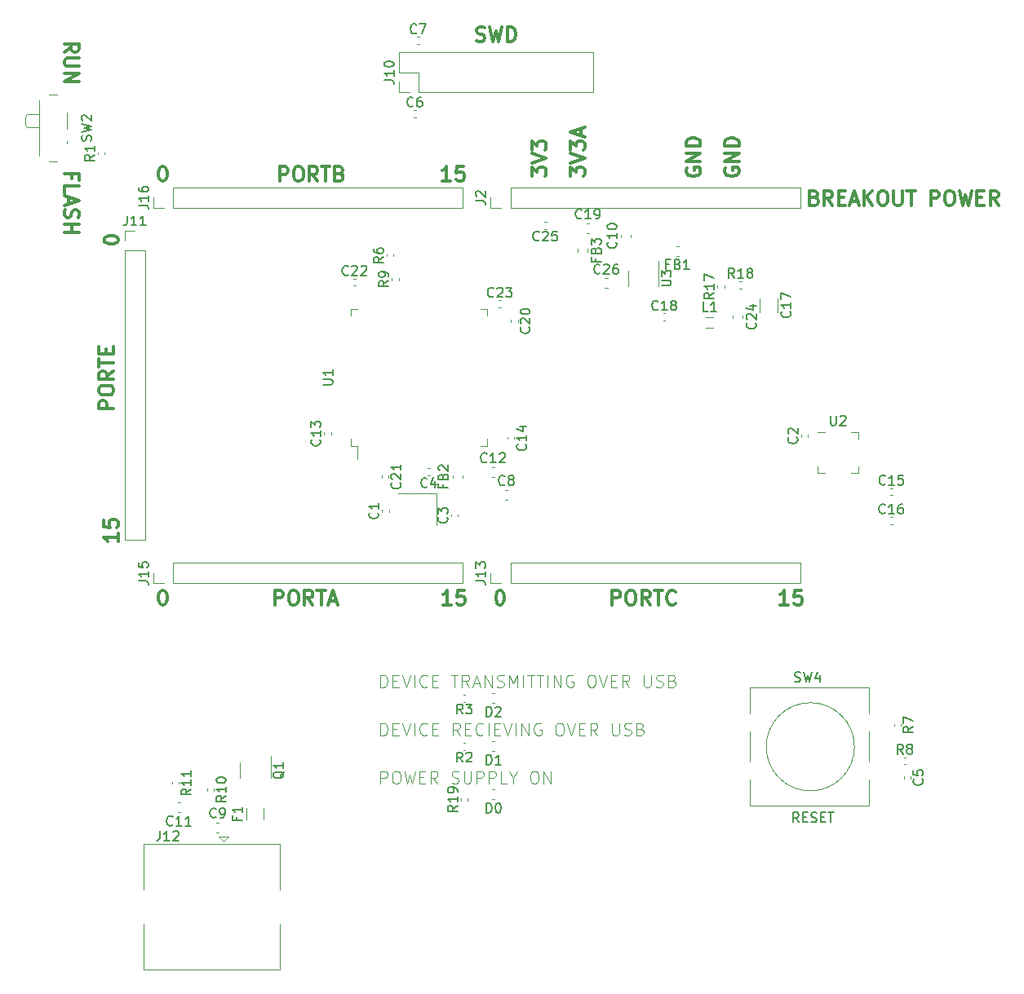
<source format=gbr>
%TF.GenerationSoftware,KiCad,Pcbnew,7.0.6*%
%TF.CreationDate,2023-08-18T22:01:20-04:00*%
%TF.ProjectId,mcu design,6d637520-6465-4736-9967-6e2e6b696361,rev?*%
%TF.SameCoordinates,Original*%
%TF.FileFunction,Legend,Top*%
%TF.FilePolarity,Positive*%
%FSLAX46Y46*%
G04 Gerber Fmt 4.6, Leading zero omitted, Abs format (unit mm)*
G04 Created by KiCad (PCBNEW 7.0.6) date 2023-08-18 22:01:20*
%MOMM*%
%LPD*%
G01*
G04 APERTURE LIST*
%ADD10C,0.300000*%
%ADD11C,0.063500*%
%ADD12C,0.150000*%
%ADD13C,0.120000*%
G04 APERTURE END LIST*
D10*
X78200828Y-36788346D02*
X78200828Y-35859774D01*
X78200828Y-35859774D02*
X78772257Y-36359774D01*
X78772257Y-36359774D02*
X78772257Y-36145489D01*
X78772257Y-36145489D02*
X78843685Y-36002632D01*
X78843685Y-36002632D02*
X78915114Y-35931203D01*
X78915114Y-35931203D02*
X79057971Y-35859774D01*
X79057971Y-35859774D02*
X79415114Y-35859774D01*
X79415114Y-35859774D02*
X79557971Y-35931203D01*
X79557971Y-35931203D02*
X79629400Y-36002632D01*
X79629400Y-36002632D02*
X79700828Y-36145489D01*
X79700828Y-36145489D02*
X79700828Y-36574060D01*
X79700828Y-36574060D02*
X79629400Y-36716917D01*
X79629400Y-36716917D02*
X79557971Y-36788346D01*
X78200828Y-35431203D02*
X79700828Y-34931203D01*
X79700828Y-34931203D02*
X78200828Y-34431203D01*
X78200828Y-34074061D02*
X78200828Y-33145489D01*
X78200828Y-33145489D02*
X78772257Y-33645489D01*
X78772257Y-33645489D02*
X78772257Y-33431204D01*
X78772257Y-33431204D02*
X78843685Y-33288347D01*
X78843685Y-33288347D02*
X78915114Y-33216918D01*
X78915114Y-33216918D02*
X79057971Y-33145489D01*
X79057971Y-33145489D02*
X79415114Y-33145489D01*
X79415114Y-33145489D02*
X79557971Y-33216918D01*
X79557971Y-33216918D02*
X79629400Y-33288347D01*
X79629400Y-33288347D02*
X79700828Y-33431204D01*
X79700828Y-33431204D02*
X79700828Y-33859775D01*
X79700828Y-33859775D02*
X79629400Y-34002632D01*
X79629400Y-34002632D02*
X79557971Y-34074061D01*
X98272257Y-35959774D02*
X98200828Y-36102632D01*
X98200828Y-36102632D02*
X98200828Y-36316917D01*
X98200828Y-36316917D02*
X98272257Y-36531203D01*
X98272257Y-36531203D02*
X98415114Y-36674060D01*
X98415114Y-36674060D02*
X98557971Y-36745489D01*
X98557971Y-36745489D02*
X98843685Y-36816917D01*
X98843685Y-36816917D02*
X99057971Y-36816917D01*
X99057971Y-36816917D02*
X99343685Y-36745489D01*
X99343685Y-36745489D02*
X99486542Y-36674060D01*
X99486542Y-36674060D02*
X99629400Y-36531203D01*
X99629400Y-36531203D02*
X99700828Y-36316917D01*
X99700828Y-36316917D02*
X99700828Y-36174060D01*
X99700828Y-36174060D02*
X99629400Y-35959774D01*
X99629400Y-35959774D02*
X99557971Y-35888346D01*
X99557971Y-35888346D02*
X99057971Y-35888346D01*
X99057971Y-35888346D02*
X99057971Y-36174060D01*
X99700828Y-35245489D02*
X98200828Y-35245489D01*
X98200828Y-35245489D02*
X99700828Y-34388346D01*
X99700828Y-34388346D02*
X98200828Y-34388346D01*
X99700828Y-33674060D02*
X98200828Y-33674060D01*
X98200828Y-33674060D02*
X98200828Y-33316917D01*
X98200828Y-33316917D02*
X98272257Y-33102631D01*
X98272257Y-33102631D02*
X98415114Y-32959774D01*
X98415114Y-32959774D02*
X98557971Y-32888345D01*
X98557971Y-32888345D02*
X98843685Y-32816917D01*
X98843685Y-32816917D02*
X99057971Y-32816917D01*
X99057971Y-32816917D02*
X99343685Y-32888345D01*
X99343685Y-32888345D02*
X99486542Y-32959774D01*
X99486542Y-32959774D02*
X99629400Y-33102631D01*
X99629400Y-33102631D02*
X99700828Y-33316917D01*
X99700828Y-33316917D02*
X99700828Y-33674060D01*
X52054510Y-37300828D02*
X52054510Y-35800828D01*
X52054510Y-35800828D02*
X52625939Y-35800828D01*
X52625939Y-35800828D02*
X52768796Y-35872257D01*
X52768796Y-35872257D02*
X52840225Y-35943685D01*
X52840225Y-35943685D02*
X52911653Y-36086542D01*
X52911653Y-36086542D02*
X52911653Y-36300828D01*
X52911653Y-36300828D02*
X52840225Y-36443685D01*
X52840225Y-36443685D02*
X52768796Y-36515114D01*
X52768796Y-36515114D02*
X52625939Y-36586542D01*
X52625939Y-36586542D02*
X52054510Y-36586542D01*
X53840225Y-35800828D02*
X54125939Y-35800828D01*
X54125939Y-35800828D02*
X54268796Y-35872257D01*
X54268796Y-35872257D02*
X54411653Y-36015114D01*
X54411653Y-36015114D02*
X54483082Y-36300828D01*
X54483082Y-36300828D02*
X54483082Y-36800828D01*
X54483082Y-36800828D02*
X54411653Y-37086542D01*
X54411653Y-37086542D02*
X54268796Y-37229400D01*
X54268796Y-37229400D02*
X54125939Y-37300828D01*
X54125939Y-37300828D02*
X53840225Y-37300828D01*
X53840225Y-37300828D02*
X53697368Y-37229400D01*
X53697368Y-37229400D02*
X53554510Y-37086542D01*
X53554510Y-37086542D02*
X53483082Y-36800828D01*
X53483082Y-36800828D02*
X53483082Y-36300828D01*
X53483082Y-36300828D02*
X53554510Y-36015114D01*
X53554510Y-36015114D02*
X53697368Y-35872257D01*
X53697368Y-35872257D02*
X53840225Y-35800828D01*
X55983082Y-37300828D02*
X55483082Y-36586542D01*
X55125939Y-37300828D02*
X55125939Y-35800828D01*
X55125939Y-35800828D02*
X55697368Y-35800828D01*
X55697368Y-35800828D02*
X55840225Y-35872257D01*
X55840225Y-35872257D02*
X55911654Y-35943685D01*
X55911654Y-35943685D02*
X55983082Y-36086542D01*
X55983082Y-36086542D02*
X55983082Y-36300828D01*
X55983082Y-36300828D02*
X55911654Y-36443685D01*
X55911654Y-36443685D02*
X55840225Y-36515114D01*
X55840225Y-36515114D02*
X55697368Y-36586542D01*
X55697368Y-36586542D02*
X55125939Y-36586542D01*
X56411654Y-35800828D02*
X57268797Y-35800828D01*
X56840225Y-37300828D02*
X56840225Y-35800828D01*
X58268796Y-36515114D02*
X58483082Y-36586542D01*
X58483082Y-36586542D02*
X58554511Y-36657971D01*
X58554511Y-36657971D02*
X58625939Y-36800828D01*
X58625939Y-36800828D02*
X58625939Y-37015114D01*
X58625939Y-37015114D02*
X58554511Y-37157971D01*
X58554511Y-37157971D02*
X58483082Y-37229400D01*
X58483082Y-37229400D02*
X58340225Y-37300828D01*
X58340225Y-37300828D02*
X57768796Y-37300828D01*
X57768796Y-37300828D02*
X57768796Y-35800828D01*
X57768796Y-35800828D02*
X58268796Y-35800828D01*
X58268796Y-35800828D02*
X58411654Y-35872257D01*
X58411654Y-35872257D02*
X58483082Y-35943685D01*
X58483082Y-35943685D02*
X58554511Y-36086542D01*
X58554511Y-36086542D02*
X58554511Y-36229400D01*
X58554511Y-36229400D02*
X58483082Y-36372257D01*
X58483082Y-36372257D02*
X58411654Y-36443685D01*
X58411654Y-36443685D02*
X58268796Y-36515114D01*
X58268796Y-36515114D02*
X57768796Y-36515114D01*
D11*
X62510656Y-94842274D02*
X62510656Y-93572274D01*
X62510656Y-93572274D02*
X62813037Y-93572274D01*
X62813037Y-93572274D02*
X62994466Y-93632750D01*
X62994466Y-93632750D02*
X63115418Y-93753702D01*
X63115418Y-93753702D02*
X63175895Y-93874655D01*
X63175895Y-93874655D02*
X63236371Y-94116559D01*
X63236371Y-94116559D02*
X63236371Y-94297988D01*
X63236371Y-94297988D02*
X63175895Y-94539893D01*
X63175895Y-94539893D02*
X63115418Y-94660845D01*
X63115418Y-94660845D02*
X62994466Y-94781798D01*
X62994466Y-94781798D02*
X62813037Y-94842274D01*
X62813037Y-94842274D02*
X62510656Y-94842274D01*
X63780656Y-94177036D02*
X64203990Y-94177036D01*
X64385418Y-94842274D02*
X63780656Y-94842274D01*
X63780656Y-94842274D02*
X63780656Y-93572274D01*
X63780656Y-93572274D02*
X64385418Y-93572274D01*
X64748276Y-93572274D02*
X65171609Y-94842274D01*
X65171609Y-94842274D02*
X65594943Y-93572274D01*
X66018275Y-94842274D02*
X66018275Y-93572274D01*
X67348752Y-94721321D02*
X67288276Y-94781798D01*
X67288276Y-94781798D02*
X67106847Y-94842274D01*
X67106847Y-94842274D02*
X66985895Y-94842274D01*
X66985895Y-94842274D02*
X66804466Y-94781798D01*
X66804466Y-94781798D02*
X66683514Y-94660845D01*
X66683514Y-94660845D02*
X66623037Y-94539893D01*
X66623037Y-94539893D02*
X66562561Y-94297988D01*
X66562561Y-94297988D02*
X66562561Y-94116559D01*
X66562561Y-94116559D02*
X66623037Y-93874655D01*
X66623037Y-93874655D02*
X66683514Y-93753702D01*
X66683514Y-93753702D02*
X66804466Y-93632750D01*
X66804466Y-93632750D02*
X66985895Y-93572274D01*
X66985895Y-93572274D02*
X67106847Y-93572274D01*
X67106847Y-93572274D02*
X67288276Y-93632750D01*
X67288276Y-93632750D02*
X67348752Y-93693226D01*
X67893037Y-94177036D02*
X68316371Y-94177036D01*
X68497799Y-94842274D02*
X67893037Y-94842274D01*
X67893037Y-94842274D02*
X67893037Y-93572274D01*
X67893037Y-93572274D02*
X68497799Y-93572274D01*
X70735419Y-94842274D02*
X70312085Y-94237512D01*
X70009704Y-94842274D02*
X70009704Y-93572274D01*
X70009704Y-93572274D02*
X70493514Y-93572274D01*
X70493514Y-93572274D02*
X70614466Y-93632750D01*
X70614466Y-93632750D02*
X70674943Y-93693226D01*
X70674943Y-93693226D02*
X70735419Y-93814178D01*
X70735419Y-93814178D02*
X70735419Y-93995607D01*
X70735419Y-93995607D02*
X70674943Y-94116559D01*
X70674943Y-94116559D02*
X70614466Y-94177036D01*
X70614466Y-94177036D02*
X70493514Y-94237512D01*
X70493514Y-94237512D02*
X70009704Y-94237512D01*
X71279704Y-94177036D02*
X71703038Y-94177036D01*
X71884466Y-94842274D02*
X71279704Y-94842274D01*
X71279704Y-94842274D02*
X71279704Y-93572274D01*
X71279704Y-93572274D02*
X71884466Y-93572274D01*
X73154467Y-94721321D02*
X73093991Y-94781798D01*
X73093991Y-94781798D02*
X72912562Y-94842274D01*
X72912562Y-94842274D02*
X72791610Y-94842274D01*
X72791610Y-94842274D02*
X72610181Y-94781798D01*
X72610181Y-94781798D02*
X72489229Y-94660845D01*
X72489229Y-94660845D02*
X72428752Y-94539893D01*
X72428752Y-94539893D02*
X72368276Y-94297988D01*
X72368276Y-94297988D02*
X72368276Y-94116559D01*
X72368276Y-94116559D02*
X72428752Y-93874655D01*
X72428752Y-93874655D02*
X72489229Y-93753702D01*
X72489229Y-93753702D02*
X72610181Y-93632750D01*
X72610181Y-93632750D02*
X72791610Y-93572274D01*
X72791610Y-93572274D02*
X72912562Y-93572274D01*
X72912562Y-93572274D02*
X73093991Y-93632750D01*
X73093991Y-93632750D02*
X73154467Y-93693226D01*
X73698752Y-94842274D02*
X73698752Y-93572274D01*
X74303514Y-94177036D02*
X74726848Y-94177036D01*
X74908276Y-94842274D02*
X74303514Y-94842274D01*
X74303514Y-94842274D02*
X74303514Y-93572274D01*
X74303514Y-93572274D02*
X74908276Y-93572274D01*
X75271134Y-93572274D02*
X75694467Y-94842274D01*
X75694467Y-94842274D02*
X76117801Y-93572274D01*
X76541133Y-94842274D02*
X76541133Y-93572274D01*
X77145895Y-94842274D02*
X77145895Y-93572274D01*
X77145895Y-93572274D02*
X77871610Y-94842274D01*
X77871610Y-94842274D02*
X77871610Y-93572274D01*
X79141610Y-93632750D02*
X79020657Y-93572274D01*
X79020657Y-93572274D02*
X78839229Y-93572274D01*
X78839229Y-93572274D02*
X78657800Y-93632750D01*
X78657800Y-93632750D02*
X78536848Y-93753702D01*
X78536848Y-93753702D02*
X78476371Y-93874655D01*
X78476371Y-93874655D02*
X78415895Y-94116559D01*
X78415895Y-94116559D02*
X78415895Y-94297988D01*
X78415895Y-94297988D02*
X78476371Y-94539893D01*
X78476371Y-94539893D02*
X78536848Y-94660845D01*
X78536848Y-94660845D02*
X78657800Y-94781798D01*
X78657800Y-94781798D02*
X78839229Y-94842274D01*
X78839229Y-94842274D02*
X78960181Y-94842274D01*
X78960181Y-94842274D02*
X79141610Y-94781798D01*
X79141610Y-94781798D02*
X79202086Y-94721321D01*
X79202086Y-94721321D02*
X79202086Y-94297988D01*
X79202086Y-94297988D02*
X78960181Y-94297988D01*
X80955895Y-93572274D02*
X81197800Y-93572274D01*
X81197800Y-93572274D02*
X81318752Y-93632750D01*
X81318752Y-93632750D02*
X81439705Y-93753702D01*
X81439705Y-93753702D02*
X81500181Y-93995607D01*
X81500181Y-93995607D02*
X81500181Y-94418940D01*
X81500181Y-94418940D02*
X81439705Y-94660845D01*
X81439705Y-94660845D02*
X81318752Y-94781798D01*
X81318752Y-94781798D02*
X81197800Y-94842274D01*
X81197800Y-94842274D02*
X80955895Y-94842274D01*
X80955895Y-94842274D02*
X80834943Y-94781798D01*
X80834943Y-94781798D02*
X80713990Y-94660845D01*
X80713990Y-94660845D02*
X80653514Y-94418940D01*
X80653514Y-94418940D02*
X80653514Y-93995607D01*
X80653514Y-93995607D02*
X80713990Y-93753702D01*
X80713990Y-93753702D02*
X80834943Y-93632750D01*
X80834943Y-93632750D02*
X80955895Y-93572274D01*
X81863038Y-93572274D02*
X82286371Y-94842274D01*
X82286371Y-94842274D02*
X82709705Y-93572274D01*
X83133037Y-94177036D02*
X83556371Y-94177036D01*
X83737799Y-94842274D02*
X83133037Y-94842274D01*
X83133037Y-94842274D02*
X83133037Y-93572274D01*
X83133037Y-93572274D02*
X83737799Y-93572274D01*
X85007800Y-94842274D02*
X84584466Y-94237512D01*
X84282085Y-94842274D02*
X84282085Y-93572274D01*
X84282085Y-93572274D02*
X84765895Y-93572274D01*
X84765895Y-93572274D02*
X84886847Y-93632750D01*
X84886847Y-93632750D02*
X84947324Y-93693226D01*
X84947324Y-93693226D02*
X85007800Y-93814178D01*
X85007800Y-93814178D02*
X85007800Y-93995607D01*
X85007800Y-93995607D02*
X84947324Y-94116559D01*
X84947324Y-94116559D02*
X84886847Y-94177036D01*
X84886847Y-94177036D02*
X84765895Y-94237512D01*
X84765895Y-94237512D02*
X84282085Y-94237512D01*
X86519704Y-93572274D02*
X86519704Y-94600369D01*
X86519704Y-94600369D02*
X86580181Y-94721321D01*
X86580181Y-94721321D02*
X86640657Y-94781798D01*
X86640657Y-94781798D02*
X86761609Y-94842274D01*
X86761609Y-94842274D02*
X87003514Y-94842274D01*
X87003514Y-94842274D02*
X87124466Y-94781798D01*
X87124466Y-94781798D02*
X87184943Y-94721321D01*
X87184943Y-94721321D02*
X87245419Y-94600369D01*
X87245419Y-94600369D02*
X87245419Y-93572274D01*
X87789704Y-94781798D02*
X87971133Y-94842274D01*
X87971133Y-94842274D02*
X88273514Y-94842274D01*
X88273514Y-94842274D02*
X88394466Y-94781798D01*
X88394466Y-94781798D02*
X88454942Y-94721321D01*
X88454942Y-94721321D02*
X88515419Y-94600369D01*
X88515419Y-94600369D02*
X88515419Y-94479417D01*
X88515419Y-94479417D02*
X88454942Y-94358464D01*
X88454942Y-94358464D02*
X88394466Y-94297988D01*
X88394466Y-94297988D02*
X88273514Y-94237512D01*
X88273514Y-94237512D02*
X88031609Y-94177036D01*
X88031609Y-94177036D02*
X87910657Y-94116559D01*
X87910657Y-94116559D02*
X87850180Y-94056083D01*
X87850180Y-94056083D02*
X87789704Y-93935131D01*
X87789704Y-93935131D02*
X87789704Y-93814178D01*
X87789704Y-93814178D02*
X87850180Y-93693226D01*
X87850180Y-93693226D02*
X87910657Y-93632750D01*
X87910657Y-93632750D02*
X88031609Y-93572274D01*
X88031609Y-93572274D02*
X88333990Y-93572274D01*
X88333990Y-93572274D02*
X88515419Y-93632750D01*
X89483038Y-94177036D02*
X89664466Y-94237512D01*
X89664466Y-94237512D02*
X89724943Y-94297988D01*
X89724943Y-94297988D02*
X89785419Y-94418940D01*
X89785419Y-94418940D02*
X89785419Y-94600369D01*
X89785419Y-94600369D02*
X89724943Y-94721321D01*
X89724943Y-94721321D02*
X89664466Y-94781798D01*
X89664466Y-94781798D02*
X89543514Y-94842274D01*
X89543514Y-94842274D02*
X89059704Y-94842274D01*
X89059704Y-94842274D02*
X89059704Y-93572274D01*
X89059704Y-93572274D02*
X89483038Y-93572274D01*
X89483038Y-93572274D02*
X89603990Y-93632750D01*
X89603990Y-93632750D02*
X89664466Y-93693226D01*
X89664466Y-93693226D02*
X89724943Y-93814178D01*
X89724943Y-93814178D02*
X89724943Y-93935131D01*
X89724943Y-93935131D02*
X89664466Y-94056083D01*
X89664466Y-94056083D02*
X89603990Y-94116559D01*
X89603990Y-94116559D02*
X89483038Y-94177036D01*
X89483038Y-94177036D02*
X89059704Y-94177036D01*
D10*
X35260828Y-73869774D02*
X35260828Y-74726917D01*
X35260828Y-74298346D02*
X33760828Y-74298346D01*
X33760828Y-74298346D02*
X33975114Y-74441203D01*
X33975114Y-74441203D02*
X34117971Y-74584060D01*
X34117971Y-74584060D02*
X34189400Y-74726917D01*
X33760828Y-72512632D02*
X33760828Y-73226918D01*
X33760828Y-73226918D02*
X34475114Y-73298346D01*
X34475114Y-73298346D02*
X34403685Y-73226918D01*
X34403685Y-73226918D02*
X34332257Y-73084061D01*
X34332257Y-73084061D02*
X34332257Y-72726918D01*
X34332257Y-72726918D02*
X34403685Y-72584061D01*
X34403685Y-72584061D02*
X34475114Y-72512632D01*
X34475114Y-72512632D02*
X34617971Y-72441203D01*
X34617971Y-72441203D02*
X34975114Y-72441203D01*
X34975114Y-72441203D02*
X35117971Y-72512632D01*
X35117971Y-72512632D02*
X35189400Y-72584061D01*
X35189400Y-72584061D02*
X35260828Y-72726918D01*
X35260828Y-72726918D02*
X35260828Y-73084061D01*
X35260828Y-73084061D02*
X35189400Y-73226918D01*
X35189400Y-73226918D02*
X35117971Y-73298346D01*
X107554510Y-39015114D02*
X107768796Y-39086542D01*
X107768796Y-39086542D02*
X107840225Y-39157971D01*
X107840225Y-39157971D02*
X107911653Y-39300828D01*
X107911653Y-39300828D02*
X107911653Y-39515114D01*
X107911653Y-39515114D02*
X107840225Y-39657971D01*
X107840225Y-39657971D02*
X107768796Y-39729400D01*
X107768796Y-39729400D02*
X107625939Y-39800828D01*
X107625939Y-39800828D02*
X107054510Y-39800828D01*
X107054510Y-39800828D02*
X107054510Y-38300828D01*
X107054510Y-38300828D02*
X107554510Y-38300828D01*
X107554510Y-38300828D02*
X107697368Y-38372257D01*
X107697368Y-38372257D02*
X107768796Y-38443685D01*
X107768796Y-38443685D02*
X107840225Y-38586542D01*
X107840225Y-38586542D02*
X107840225Y-38729400D01*
X107840225Y-38729400D02*
X107768796Y-38872257D01*
X107768796Y-38872257D02*
X107697368Y-38943685D01*
X107697368Y-38943685D02*
X107554510Y-39015114D01*
X107554510Y-39015114D02*
X107054510Y-39015114D01*
X109411653Y-39800828D02*
X108911653Y-39086542D01*
X108554510Y-39800828D02*
X108554510Y-38300828D01*
X108554510Y-38300828D02*
X109125939Y-38300828D01*
X109125939Y-38300828D02*
X109268796Y-38372257D01*
X109268796Y-38372257D02*
X109340225Y-38443685D01*
X109340225Y-38443685D02*
X109411653Y-38586542D01*
X109411653Y-38586542D02*
X109411653Y-38800828D01*
X109411653Y-38800828D02*
X109340225Y-38943685D01*
X109340225Y-38943685D02*
X109268796Y-39015114D01*
X109268796Y-39015114D02*
X109125939Y-39086542D01*
X109125939Y-39086542D02*
X108554510Y-39086542D01*
X110054510Y-39015114D02*
X110554510Y-39015114D01*
X110768796Y-39800828D02*
X110054510Y-39800828D01*
X110054510Y-39800828D02*
X110054510Y-38300828D01*
X110054510Y-38300828D02*
X110768796Y-38300828D01*
X111340225Y-39372257D02*
X112054511Y-39372257D01*
X111197368Y-39800828D02*
X111697368Y-38300828D01*
X111697368Y-38300828D02*
X112197368Y-39800828D01*
X112697367Y-39800828D02*
X112697367Y-38300828D01*
X113554510Y-39800828D02*
X112911653Y-38943685D01*
X113554510Y-38300828D02*
X112697367Y-39157971D01*
X114483082Y-38300828D02*
X114768796Y-38300828D01*
X114768796Y-38300828D02*
X114911653Y-38372257D01*
X114911653Y-38372257D02*
X115054510Y-38515114D01*
X115054510Y-38515114D02*
X115125939Y-38800828D01*
X115125939Y-38800828D02*
X115125939Y-39300828D01*
X115125939Y-39300828D02*
X115054510Y-39586542D01*
X115054510Y-39586542D02*
X114911653Y-39729400D01*
X114911653Y-39729400D02*
X114768796Y-39800828D01*
X114768796Y-39800828D02*
X114483082Y-39800828D01*
X114483082Y-39800828D02*
X114340225Y-39729400D01*
X114340225Y-39729400D02*
X114197367Y-39586542D01*
X114197367Y-39586542D02*
X114125939Y-39300828D01*
X114125939Y-39300828D02*
X114125939Y-38800828D01*
X114125939Y-38800828D02*
X114197367Y-38515114D01*
X114197367Y-38515114D02*
X114340225Y-38372257D01*
X114340225Y-38372257D02*
X114483082Y-38300828D01*
X115768796Y-38300828D02*
X115768796Y-39515114D01*
X115768796Y-39515114D02*
X115840225Y-39657971D01*
X115840225Y-39657971D02*
X115911654Y-39729400D01*
X115911654Y-39729400D02*
X116054511Y-39800828D01*
X116054511Y-39800828D02*
X116340225Y-39800828D01*
X116340225Y-39800828D02*
X116483082Y-39729400D01*
X116483082Y-39729400D02*
X116554511Y-39657971D01*
X116554511Y-39657971D02*
X116625939Y-39515114D01*
X116625939Y-39515114D02*
X116625939Y-38300828D01*
X117125940Y-38300828D02*
X117983083Y-38300828D01*
X117554511Y-39800828D02*
X117554511Y-38300828D01*
X119625939Y-39800828D02*
X119625939Y-38300828D01*
X119625939Y-38300828D02*
X120197368Y-38300828D01*
X120197368Y-38300828D02*
X120340225Y-38372257D01*
X120340225Y-38372257D02*
X120411654Y-38443685D01*
X120411654Y-38443685D02*
X120483082Y-38586542D01*
X120483082Y-38586542D02*
X120483082Y-38800828D01*
X120483082Y-38800828D02*
X120411654Y-38943685D01*
X120411654Y-38943685D02*
X120340225Y-39015114D01*
X120340225Y-39015114D02*
X120197368Y-39086542D01*
X120197368Y-39086542D02*
X119625939Y-39086542D01*
X121411654Y-38300828D02*
X121697368Y-38300828D01*
X121697368Y-38300828D02*
X121840225Y-38372257D01*
X121840225Y-38372257D02*
X121983082Y-38515114D01*
X121983082Y-38515114D02*
X122054511Y-38800828D01*
X122054511Y-38800828D02*
X122054511Y-39300828D01*
X122054511Y-39300828D02*
X121983082Y-39586542D01*
X121983082Y-39586542D02*
X121840225Y-39729400D01*
X121840225Y-39729400D02*
X121697368Y-39800828D01*
X121697368Y-39800828D02*
X121411654Y-39800828D01*
X121411654Y-39800828D02*
X121268797Y-39729400D01*
X121268797Y-39729400D02*
X121125939Y-39586542D01*
X121125939Y-39586542D02*
X121054511Y-39300828D01*
X121054511Y-39300828D02*
X121054511Y-38800828D01*
X121054511Y-38800828D02*
X121125939Y-38515114D01*
X121125939Y-38515114D02*
X121268797Y-38372257D01*
X121268797Y-38372257D02*
X121411654Y-38300828D01*
X122554511Y-38300828D02*
X122911654Y-39800828D01*
X122911654Y-39800828D02*
X123197368Y-38729400D01*
X123197368Y-38729400D02*
X123483083Y-39800828D01*
X123483083Y-39800828D02*
X123840226Y-38300828D01*
X124411654Y-39015114D02*
X124911654Y-39015114D01*
X125125940Y-39800828D02*
X124411654Y-39800828D01*
X124411654Y-39800828D02*
X124411654Y-38300828D01*
X124411654Y-38300828D02*
X125125940Y-38300828D01*
X126625940Y-39800828D02*
X126125940Y-39086542D01*
X125768797Y-39800828D02*
X125768797Y-38300828D01*
X125768797Y-38300828D02*
X126340226Y-38300828D01*
X126340226Y-38300828D02*
X126483083Y-38372257D01*
X126483083Y-38372257D02*
X126554512Y-38443685D01*
X126554512Y-38443685D02*
X126625940Y-38586542D01*
X126625940Y-38586542D02*
X126625940Y-38800828D01*
X126625940Y-38800828D02*
X126554512Y-38943685D01*
X126554512Y-38943685D02*
X126483083Y-39015114D01*
X126483083Y-39015114D02*
X126340226Y-39086542D01*
X126340226Y-39086542D02*
X125768797Y-39086542D01*
X51554510Y-81300828D02*
X51554510Y-79800828D01*
X51554510Y-79800828D02*
X52125939Y-79800828D01*
X52125939Y-79800828D02*
X52268796Y-79872257D01*
X52268796Y-79872257D02*
X52340225Y-79943685D01*
X52340225Y-79943685D02*
X52411653Y-80086542D01*
X52411653Y-80086542D02*
X52411653Y-80300828D01*
X52411653Y-80300828D02*
X52340225Y-80443685D01*
X52340225Y-80443685D02*
X52268796Y-80515114D01*
X52268796Y-80515114D02*
X52125939Y-80586542D01*
X52125939Y-80586542D02*
X51554510Y-80586542D01*
X53340225Y-79800828D02*
X53625939Y-79800828D01*
X53625939Y-79800828D02*
X53768796Y-79872257D01*
X53768796Y-79872257D02*
X53911653Y-80015114D01*
X53911653Y-80015114D02*
X53983082Y-80300828D01*
X53983082Y-80300828D02*
X53983082Y-80800828D01*
X53983082Y-80800828D02*
X53911653Y-81086542D01*
X53911653Y-81086542D02*
X53768796Y-81229400D01*
X53768796Y-81229400D02*
X53625939Y-81300828D01*
X53625939Y-81300828D02*
X53340225Y-81300828D01*
X53340225Y-81300828D02*
X53197368Y-81229400D01*
X53197368Y-81229400D02*
X53054510Y-81086542D01*
X53054510Y-81086542D02*
X52983082Y-80800828D01*
X52983082Y-80800828D02*
X52983082Y-80300828D01*
X52983082Y-80300828D02*
X53054510Y-80015114D01*
X53054510Y-80015114D02*
X53197368Y-79872257D01*
X53197368Y-79872257D02*
X53340225Y-79800828D01*
X55483082Y-81300828D02*
X54983082Y-80586542D01*
X54625939Y-81300828D02*
X54625939Y-79800828D01*
X54625939Y-79800828D02*
X55197368Y-79800828D01*
X55197368Y-79800828D02*
X55340225Y-79872257D01*
X55340225Y-79872257D02*
X55411654Y-79943685D01*
X55411654Y-79943685D02*
X55483082Y-80086542D01*
X55483082Y-80086542D02*
X55483082Y-80300828D01*
X55483082Y-80300828D02*
X55411654Y-80443685D01*
X55411654Y-80443685D02*
X55340225Y-80515114D01*
X55340225Y-80515114D02*
X55197368Y-80586542D01*
X55197368Y-80586542D02*
X54625939Y-80586542D01*
X55911654Y-79800828D02*
X56768797Y-79800828D01*
X56340225Y-81300828D02*
X56340225Y-79800828D01*
X57197368Y-80872257D02*
X57911654Y-80872257D01*
X57054511Y-81300828D02*
X57554511Y-79800828D01*
X57554511Y-79800828D02*
X58054511Y-81300828D01*
X86554510Y-81300828D02*
X86554510Y-79800828D01*
X86554510Y-79800828D02*
X87125939Y-79800828D01*
X87125939Y-79800828D02*
X87268796Y-79872257D01*
X87268796Y-79872257D02*
X87340225Y-79943685D01*
X87340225Y-79943685D02*
X87411653Y-80086542D01*
X87411653Y-80086542D02*
X87411653Y-80300828D01*
X87411653Y-80300828D02*
X87340225Y-80443685D01*
X87340225Y-80443685D02*
X87268796Y-80515114D01*
X87268796Y-80515114D02*
X87125939Y-80586542D01*
X87125939Y-80586542D02*
X86554510Y-80586542D01*
X88340225Y-79800828D02*
X88625939Y-79800828D01*
X88625939Y-79800828D02*
X88768796Y-79872257D01*
X88768796Y-79872257D02*
X88911653Y-80015114D01*
X88911653Y-80015114D02*
X88983082Y-80300828D01*
X88983082Y-80300828D02*
X88983082Y-80800828D01*
X88983082Y-80800828D02*
X88911653Y-81086542D01*
X88911653Y-81086542D02*
X88768796Y-81229400D01*
X88768796Y-81229400D02*
X88625939Y-81300828D01*
X88625939Y-81300828D02*
X88340225Y-81300828D01*
X88340225Y-81300828D02*
X88197368Y-81229400D01*
X88197368Y-81229400D02*
X88054510Y-81086542D01*
X88054510Y-81086542D02*
X87983082Y-80800828D01*
X87983082Y-80800828D02*
X87983082Y-80300828D01*
X87983082Y-80300828D02*
X88054510Y-80015114D01*
X88054510Y-80015114D02*
X88197368Y-79872257D01*
X88197368Y-79872257D02*
X88340225Y-79800828D01*
X90483082Y-81300828D02*
X89983082Y-80586542D01*
X89625939Y-81300828D02*
X89625939Y-79800828D01*
X89625939Y-79800828D02*
X90197368Y-79800828D01*
X90197368Y-79800828D02*
X90340225Y-79872257D01*
X90340225Y-79872257D02*
X90411654Y-79943685D01*
X90411654Y-79943685D02*
X90483082Y-80086542D01*
X90483082Y-80086542D02*
X90483082Y-80300828D01*
X90483082Y-80300828D02*
X90411654Y-80443685D01*
X90411654Y-80443685D02*
X90340225Y-80515114D01*
X90340225Y-80515114D02*
X90197368Y-80586542D01*
X90197368Y-80586542D02*
X89625939Y-80586542D01*
X90911654Y-79800828D02*
X91768797Y-79800828D01*
X91340225Y-81300828D02*
X91340225Y-79800828D01*
X93125939Y-81157971D02*
X93054511Y-81229400D01*
X93054511Y-81229400D02*
X92840225Y-81300828D01*
X92840225Y-81300828D02*
X92697368Y-81300828D01*
X92697368Y-81300828D02*
X92483082Y-81229400D01*
X92483082Y-81229400D02*
X92340225Y-81086542D01*
X92340225Y-81086542D02*
X92268796Y-80943685D01*
X92268796Y-80943685D02*
X92197368Y-80657971D01*
X92197368Y-80657971D02*
X92197368Y-80443685D01*
X92197368Y-80443685D02*
X92268796Y-80157971D01*
X92268796Y-80157971D02*
X92340225Y-80015114D01*
X92340225Y-80015114D02*
X92483082Y-79872257D01*
X92483082Y-79872257D02*
X92697368Y-79800828D01*
X92697368Y-79800828D02*
X92840225Y-79800828D01*
X92840225Y-79800828D02*
X93054511Y-79872257D01*
X93054511Y-79872257D02*
X93125939Y-79943685D01*
X72483082Y-22729400D02*
X72697368Y-22800828D01*
X72697368Y-22800828D02*
X73054510Y-22800828D01*
X73054510Y-22800828D02*
X73197368Y-22729400D01*
X73197368Y-22729400D02*
X73268796Y-22657971D01*
X73268796Y-22657971D02*
X73340225Y-22515114D01*
X73340225Y-22515114D02*
X73340225Y-22372257D01*
X73340225Y-22372257D02*
X73268796Y-22229400D01*
X73268796Y-22229400D02*
X73197368Y-22157971D01*
X73197368Y-22157971D02*
X73054510Y-22086542D01*
X73054510Y-22086542D02*
X72768796Y-22015114D01*
X72768796Y-22015114D02*
X72625939Y-21943685D01*
X72625939Y-21943685D02*
X72554510Y-21872257D01*
X72554510Y-21872257D02*
X72483082Y-21729400D01*
X72483082Y-21729400D02*
X72483082Y-21586542D01*
X72483082Y-21586542D02*
X72554510Y-21443685D01*
X72554510Y-21443685D02*
X72625939Y-21372257D01*
X72625939Y-21372257D02*
X72768796Y-21300828D01*
X72768796Y-21300828D02*
X73125939Y-21300828D01*
X73125939Y-21300828D02*
X73340225Y-21372257D01*
X73840224Y-21300828D02*
X74197367Y-22800828D01*
X74197367Y-22800828D02*
X74483081Y-21729400D01*
X74483081Y-21729400D02*
X74768796Y-22800828D01*
X74768796Y-22800828D02*
X75125939Y-21300828D01*
X75697367Y-22800828D02*
X75697367Y-21300828D01*
X75697367Y-21300828D02*
X76054510Y-21300828D01*
X76054510Y-21300828D02*
X76268796Y-21372257D01*
X76268796Y-21372257D02*
X76411653Y-21515114D01*
X76411653Y-21515114D02*
X76483082Y-21657971D01*
X76483082Y-21657971D02*
X76554510Y-21943685D01*
X76554510Y-21943685D02*
X76554510Y-22157971D01*
X76554510Y-22157971D02*
X76483082Y-22443685D01*
X76483082Y-22443685D02*
X76411653Y-22586542D01*
X76411653Y-22586542D02*
X76268796Y-22729400D01*
X76268796Y-22729400D02*
X76054510Y-22800828D01*
X76054510Y-22800828D02*
X75697367Y-22800828D01*
X104840225Y-81300828D02*
X103983082Y-81300828D01*
X104411653Y-81300828D02*
X104411653Y-79800828D01*
X104411653Y-79800828D02*
X104268796Y-80015114D01*
X104268796Y-80015114D02*
X104125939Y-80157971D01*
X104125939Y-80157971D02*
X103983082Y-80229400D01*
X106197367Y-79800828D02*
X105483081Y-79800828D01*
X105483081Y-79800828D02*
X105411653Y-80515114D01*
X105411653Y-80515114D02*
X105483081Y-80443685D01*
X105483081Y-80443685D02*
X105625939Y-80372257D01*
X105625939Y-80372257D02*
X105983081Y-80372257D01*
X105983081Y-80372257D02*
X106125939Y-80443685D01*
X106125939Y-80443685D02*
X106197367Y-80515114D01*
X106197367Y-80515114D02*
X106268796Y-80657971D01*
X106268796Y-80657971D02*
X106268796Y-81015114D01*
X106268796Y-81015114D02*
X106197367Y-81157971D01*
X106197367Y-81157971D02*
X106125939Y-81229400D01*
X106125939Y-81229400D02*
X105983081Y-81300828D01*
X105983081Y-81300828D02*
X105625939Y-81300828D01*
X105625939Y-81300828D02*
X105483081Y-81229400D01*
X105483081Y-81229400D02*
X105411653Y-81157971D01*
X94272257Y-35959774D02*
X94200828Y-36102632D01*
X94200828Y-36102632D02*
X94200828Y-36316917D01*
X94200828Y-36316917D02*
X94272257Y-36531203D01*
X94272257Y-36531203D02*
X94415114Y-36674060D01*
X94415114Y-36674060D02*
X94557971Y-36745489D01*
X94557971Y-36745489D02*
X94843685Y-36816917D01*
X94843685Y-36816917D02*
X95057971Y-36816917D01*
X95057971Y-36816917D02*
X95343685Y-36745489D01*
X95343685Y-36745489D02*
X95486542Y-36674060D01*
X95486542Y-36674060D02*
X95629400Y-36531203D01*
X95629400Y-36531203D02*
X95700828Y-36316917D01*
X95700828Y-36316917D02*
X95700828Y-36174060D01*
X95700828Y-36174060D02*
X95629400Y-35959774D01*
X95629400Y-35959774D02*
X95557971Y-35888346D01*
X95557971Y-35888346D02*
X95057971Y-35888346D01*
X95057971Y-35888346D02*
X95057971Y-36174060D01*
X95700828Y-35245489D02*
X94200828Y-35245489D01*
X94200828Y-35245489D02*
X95700828Y-34388346D01*
X95700828Y-34388346D02*
X94200828Y-34388346D01*
X95700828Y-33674060D02*
X94200828Y-33674060D01*
X94200828Y-33674060D02*
X94200828Y-33316917D01*
X94200828Y-33316917D02*
X94272257Y-33102631D01*
X94272257Y-33102631D02*
X94415114Y-32959774D01*
X94415114Y-32959774D02*
X94557971Y-32888345D01*
X94557971Y-32888345D02*
X94843685Y-32816917D01*
X94843685Y-32816917D02*
X95057971Y-32816917D01*
X95057971Y-32816917D02*
X95343685Y-32888345D01*
X95343685Y-32888345D02*
X95486542Y-32959774D01*
X95486542Y-32959774D02*
X95629400Y-33102631D01*
X95629400Y-33102631D02*
X95700828Y-33316917D01*
X95700828Y-33316917D02*
X95700828Y-33674060D01*
X74840225Y-79800828D02*
X74983082Y-79800828D01*
X74983082Y-79800828D02*
X75125939Y-79872257D01*
X75125939Y-79872257D02*
X75197368Y-79943685D01*
X75197368Y-79943685D02*
X75268796Y-80086542D01*
X75268796Y-80086542D02*
X75340225Y-80372257D01*
X75340225Y-80372257D02*
X75340225Y-80729400D01*
X75340225Y-80729400D02*
X75268796Y-81015114D01*
X75268796Y-81015114D02*
X75197368Y-81157971D01*
X75197368Y-81157971D02*
X75125939Y-81229400D01*
X75125939Y-81229400D02*
X74983082Y-81300828D01*
X74983082Y-81300828D02*
X74840225Y-81300828D01*
X74840225Y-81300828D02*
X74697368Y-81229400D01*
X74697368Y-81229400D02*
X74625939Y-81157971D01*
X74625939Y-81157971D02*
X74554510Y-81015114D01*
X74554510Y-81015114D02*
X74483082Y-80729400D01*
X74483082Y-80729400D02*
X74483082Y-80372257D01*
X74483082Y-80372257D02*
X74554510Y-80086542D01*
X74554510Y-80086542D02*
X74625939Y-79943685D01*
X74625939Y-79943685D02*
X74697368Y-79872257D01*
X74697368Y-79872257D02*
X74840225Y-79800828D01*
D12*
X105908207Y-103869819D02*
X105574874Y-103393628D01*
X105336779Y-103869819D02*
X105336779Y-102869819D01*
X105336779Y-102869819D02*
X105717731Y-102869819D01*
X105717731Y-102869819D02*
X105812969Y-102917438D01*
X105812969Y-102917438D02*
X105860588Y-102965057D01*
X105860588Y-102965057D02*
X105908207Y-103060295D01*
X105908207Y-103060295D02*
X105908207Y-103203152D01*
X105908207Y-103203152D02*
X105860588Y-103298390D01*
X105860588Y-103298390D02*
X105812969Y-103346009D01*
X105812969Y-103346009D02*
X105717731Y-103393628D01*
X105717731Y-103393628D02*
X105336779Y-103393628D01*
X106336779Y-103346009D02*
X106670112Y-103346009D01*
X106812969Y-103869819D02*
X106336779Y-103869819D01*
X106336779Y-103869819D02*
X106336779Y-102869819D01*
X106336779Y-102869819D02*
X106812969Y-102869819D01*
X107193922Y-103822200D02*
X107336779Y-103869819D01*
X107336779Y-103869819D02*
X107574874Y-103869819D01*
X107574874Y-103869819D02*
X107670112Y-103822200D01*
X107670112Y-103822200D02*
X107717731Y-103774580D01*
X107717731Y-103774580D02*
X107765350Y-103679342D01*
X107765350Y-103679342D02*
X107765350Y-103584104D01*
X107765350Y-103584104D02*
X107717731Y-103488866D01*
X107717731Y-103488866D02*
X107670112Y-103441247D01*
X107670112Y-103441247D02*
X107574874Y-103393628D01*
X107574874Y-103393628D02*
X107384398Y-103346009D01*
X107384398Y-103346009D02*
X107289160Y-103298390D01*
X107289160Y-103298390D02*
X107241541Y-103250771D01*
X107241541Y-103250771D02*
X107193922Y-103155533D01*
X107193922Y-103155533D02*
X107193922Y-103060295D01*
X107193922Y-103060295D02*
X107241541Y-102965057D01*
X107241541Y-102965057D02*
X107289160Y-102917438D01*
X107289160Y-102917438D02*
X107384398Y-102869819D01*
X107384398Y-102869819D02*
X107622493Y-102869819D01*
X107622493Y-102869819D02*
X107765350Y-102917438D01*
X108193922Y-103346009D02*
X108527255Y-103346009D01*
X108670112Y-103869819D02*
X108193922Y-103869819D01*
X108193922Y-103869819D02*
X108193922Y-102869819D01*
X108193922Y-102869819D02*
X108670112Y-102869819D01*
X108955827Y-102869819D02*
X109527255Y-102869819D01*
X109241541Y-103869819D02*
X109241541Y-102869819D01*
D10*
X35329171Y-43330225D02*
X35329171Y-43473082D01*
X35329171Y-43473082D02*
X35257742Y-43615939D01*
X35257742Y-43615939D02*
X35186314Y-43687368D01*
X35186314Y-43687368D02*
X35043457Y-43758796D01*
X35043457Y-43758796D02*
X34757742Y-43830225D01*
X34757742Y-43830225D02*
X34400600Y-43830225D01*
X34400600Y-43830225D02*
X34114885Y-43758796D01*
X34114885Y-43758796D02*
X33972028Y-43687368D01*
X33972028Y-43687368D02*
X33900600Y-43615939D01*
X33900600Y-43615939D02*
X33829171Y-43473082D01*
X33829171Y-43473082D02*
X33829171Y-43330225D01*
X33829171Y-43330225D02*
X33900600Y-43187368D01*
X33900600Y-43187368D02*
X33972028Y-43115939D01*
X33972028Y-43115939D02*
X34114885Y-43044510D01*
X34114885Y-43044510D02*
X34400600Y-42973082D01*
X34400600Y-42973082D02*
X34757742Y-42973082D01*
X34757742Y-42973082D02*
X35043457Y-43044510D01*
X35043457Y-43044510D02*
X35186314Y-43115939D01*
X35186314Y-43115939D02*
X35257742Y-43187368D01*
X35257742Y-43187368D02*
X35329171Y-43330225D01*
X30499885Y-37034510D02*
X30499885Y-36534510D01*
X29714171Y-36534510D02*
X31214171Y-36534510D01*
X31214171Y-36534510D02*
X31214171Y-37248796D01*
X29714171Y-38534510D02*
X29714171Y-37820224D01*
X29714171Y-37820224D02*
X31214171Y-37820224D01*
X30142742Y-38963082D02*
X30142742Y-39677368D01*
X29714171Y-38820225D02*
X31214171Y-39320225D01*
X31214171Y-39320225D02*
X29714171Y-39820225D01*
X29785600Y-40248796D02*
X29714171Y-40463082D01*
X29714171Y-40463082D02*
X29714171Y-40820224D01*
X29714171Y-40820224D02*
X29785600Y-40963082D01*
X29785600Y-40963082D02*
X29857028Y-41034510D01*
X29857028Y-41034510D02*
X29999885Y-41105939D01*
X29999885Y-41105939D02*
X30142742Y-41105939D01*
X30142742Y-41105939D02*
X30285600Y-41034510D01*
X30285600Y-41034510D02*
X30357028Y-40963082D01*
X30357028Y-40963082D02*
X30428457Y-40820224D01*
X30428457Y-40820224D02*
X30499885Y-40534510D01*
X30499885Y-40534510D02*
X30571314Y-40391653D01*
X30571314Y-40391653D02*
X30642742Y-40320224D01*
X30642742Y-40320224D02*
X30785600Y-40248796D01*
X30785600Y-40248796D02*
X30928457Y-40248796D01*
X30928457Y-40248796D02*
X31071314Y-40320224D01*
X31071314Y-40320224D02*
X31142742Y-40391653D01*
X31142742Y-40391653D02*
X31214171Y-40534510D01*
X31214171Y-40534510D02*
X31214171Y-40891653D01*
X31214171Y-40891653D02*
X31142742Y-41105939D01*
X29714171Y-41748795D02*
X31214171Y-41748795D01*
X30499885Y-41748795D02*
X30499885Y-42605938D01*
X29714171Y-42605938D02*
X31214171Y-42605938D01*
X39840225Y-35800828D02*
X39983082Y-35800828D01*
X39983082Y-35800828D02*
X40125939Y-35872257D01*
X40125939Y-35872257D02*
X40197368Y-35943685D01*
X40197368Y-35943685D02*
X40268796Y-36086542D01*
X40268796Y-36086542D02*
X40340225Y-36372257D01*
X40340225Y-36372257D02*
X40340225Y-36729400D01*
X40340225Y-36729400D02*
X40268796Y-37015114D01*
X40268796Y-37015114D02*
X40197368Y-37157971D01*
X40197368Y-37157971D02*
X40125939Y-37229400D01*
X40125939Y-37229400D02*
X39983082Y-37300828D01*
X39983082Y-37300828D02*
X39840225Y-37300828D01*
X39840225Y-37300828D02*
X39697368Y-37229400D01*
X39697368Y-37229400D02*
X39625939Y-37157971D01*
X39625939Y-37157971D02*
X39554510Y-37015114D01*
X39554510Y-37015114D02*
X39483082Y-36729400D01*
X39483082Y-36729400D02*
X39483082Y-36372257D01*
X39483082Y-36372257D02*
X39554510Y-36086542D01*
X39554510Y-36086542D02*
X39625939Y-35943685D01*
X39625939Y-35943685D02*
X39697368Y-35872257D01*
X39697368Y-35872257D02*
X39840225Y-35800828D01*
X69840225Y-81300828D02*
X68983082Y-81300828D01*
X69411653Y-81300828D02*
X69411653Y-79800828D01*
X69411653Y-79800828D02*
X69268796Y-80015114D01*
X69268796Y-80015114D02*
X69125939Y-80157971D01*
X69125939Y-80157971D02*
X68983082Y-80229400D01*
X71197367Y-79800828D02*
X70483081Y-79800828D01*
X70483081Y-79800828D02*
X70411653Y-80515114D01*
X70411653Y-80515114D02*
X70483081Y-80443685D01*
X70483081Y-80443685D02*
X70625939Y-80372257D01*
X70625939Y-80372257D02*
X70983081Y-80372257D01*
X70983081Y-80372257D02*
X71125939Y-80443685D01*
X71125939Y-80443685D02*
X71197367Y-80515114D01*
X71197367Y-80515114D02*
X71268796Y-80657971D01*
X71268796Y-80657971D02*
X71268796Y-81015114D01*
X71268796Y-81015114D02*
X71197367Y-81157971D01*
X71197367Y-81157971D02*
X71125939Y-81229400D01*
X71125939Y-81229400D02*
X70983081Y-81300828D01*
X70983081Y-81300828D02*
X70625939Y-81300828D01*
X70625939Y-81300828D02*
X70483081Y-81229400D01*
X70483081Y-81229400D02*
X70411653Y-81157971D01*
X29714171Y-23891653D02*
X30428457Y-23391653D01*
X29714171Y-23034510D02*
X31214171Y-23034510D01*
X31214171Y-23034510D02*
X31214171Y-23605939D01*
X31214171Y-23605939D02*
X31142742Y-23748796D01*
X31142742Y-23748796D02*
X31071314Y-23820225D01*
X31071314Y-23820225D02*
X30928457Y-23891653D01*
X30928457Y-23891653D02*
X30714171Y-23891653D01*
X30714171Y-23891653D02*
X30571314Y-23820225D01*
X30571314Y-23820225D02*
X30499885Y-23748796D01*
X30499885Y-23748796D02*
X30428457Y-23605939D01*
X30428457Y-23605939D02*
X30428457Y-23034510D01*
X31214171Y-24534510D02*
X29999885Y-24534510D01*
X29999885Y-24534510D02*
X29857028Y-24605939D01*
X29857028Y-24605939D02*
X29785600Y-24677368D01*
X29785600Y-24677368D02*
X29714171Y-24820225D01*
X29714171Y-24820225D02*
X29714171Y-25105939D01*
X29714171Y-25105939D02*
X29785600Y-25248796D01*
X29785600Y-25248796D02*
X29857028Y-25320225D01*
X29857028Y-25320225D02*
X29999885Y-25391653D01*
X29999885Y-25391653D02*
X31214171Y-25391653D01*
X29714171Y-26105939D02*
X31214171Y-26105939D01*
X31214171Y-26105939D02*
X29714171Y-26963082D01*
X29714171Y-26963082D02*
X31214171Y-26963082D01*
X69790225Y-37270828D02*
X68933082Y-37270828D01*
X69361653Y-37270828D02*
X69361653Y-35770828D01*
X69361653Y-35770828D02*
X69218796Y-35985114D01*
X69218796Y-35985114D02*
X69075939Y-36127971D01*
X69075939Y-36127971D02*
X68933082Y-36199400D01*
X71147367Y-35770828D02*
X70433081Y-35770828D01*
X70433081Y-35770828D02*
X70361653Y-36485114D01*
X70361653Y-36485114D02*
X70433081Y-36413685D01*
X70433081Y-36413685D02*
X70575939Y-36342257D01*
X70575939Y-36342257D02*
X70933081Y-36342257D01*
X70933081Y-36342257D02*
X71075939Y-36413685D01*
X71075939Y-36413685D02*
X71147367Y-36485114D01*
X71147367Y-36485114D02*
X71218796Y-36627971D01*
X71218796Y-36627971D02*
X71218796Y-36985114D01*
X71218796Y-36985114D02*
X71147367Y-37127971D01*
X71147367Y-37127971D02*
X71075939Y-37199400D01*
X71075939Y-37199400D02*
X70933081Y-37270828D01*
X70933081Y-37270828D02*
X70575939Y-37270828D01*
X70575939Y-37270828D02*
X70433081Y-37199400D01*
X70433081Y-37199400D02*
X70361653Y-37127971D01*
D11*
X62510656Y-99842274D02*
X62510656Y-98572274D01*
X62510656Y-98572274D02*
X62994466Y-98572274D01*
X62994466Y-98572274D02*
X63115418Y-98632750D01*
X63115418Y-98632750D02*
X63175895Y-98693226D01*
X63175895Y-98693226D02*
X63236371Y-98814178D01*
X63236371Y-98814178D02*
X63236371Y-98995607D01*
X63236371Y-98995607D02*
X63175895Y-99116559D01*
X63175895Y-99116559D02*
X63115418Y-99177036D01*
X63115418Y-99177036D02*
X62994466Y-99237512D01*
X62994466Y-99237512D02*
X62510656Y-99237512D01*
X64022561Y-98572274D02*
X64264466Y-98572274D01*
X64264466Y-98572274D02*
X64385418Y-98632750D01*
X64385418Y-98632750D02*
X64506371Y-98753702D01*
X64506371Y-98753702D02*
X64566847Y-98995607D01*
X64566847Y-98995607D02*
X64566847Y-99418940D01*
X64566847Y-99418940D02*
X64506371Y-99660845D01*
X64506371Y-99660845D02*
X64385418Y-99781798D01*
X64385418Y-99781798D02*
X64264466Y-99842274D01*
X64264466Y-99842274D02*
X64022561Y-99842274D01*
X64022561Y-99842274D02*
X63901609Y-99781798D01*
X63901609Y-99781798D02*
X63780656Y-99660845D01*
X63780656Y-99660845D02*
X63720180Y-99418940D01*
X63720180Y-99418940D02*
X63720180Y-98995607D01*
X63720180Y-98995607D02*
X63780656Y-98753702D01*
X63780656Y-98753702D02*
X63901609Y-98632750D01*
X63901609Y-98632750D02*
X64022561Y-98572274D01*
X64990180Y-98572274D02*
X65292561Y-99842274D01*
X65292561Y-99842274D02*
X65534466Y-98935131D01*
X65534466Y-98935131D02*
X65776371Y-99842274D01*
X65776371Y-99842274D02*
X66078752Y-98572274D01*
X66562561Y-99177036D02*
X66985895Y-99177036D01*
X67167323Y-99842274D02*
X66562561Y-99842274D01*
X66562561Y-99842274D02*
X66562561Y-98572274D01*
X66562561Y-98572274D02*
X67167323Y-98572274D01*
X68437324Y-99842274D02*
X68013990Y-99237512D01*
X67711609Y-99842274D02*
X67711609Y-98572274D01*
X67711609Y-98572274D02*
X68195419Y-98572274D01*
X68195419Y-98572274D02*
X68316371Y-98632750D01*
X68316371Y-98632750D02*
X68376848Y-98693226D01*
X68376848Y-98693226D02*
X68437324Y-98814178D01*
X68437324Y-98814178D02*
X68437324Y-98995607D01*
X68437324Y-98995607D02*
X68376848Y-99116559D01*
X68376848Y-99116559D02*
X68316371Y-99177036D01*
X68316371Y-99177036D02*
X68195419Y-99237512D01*
X68195419Y-99237512D02*
X67711609Y-99237512D01*
X69888752Y-99781798D02*
X70070181Y-99842274D01*
X70070181Y-99842274D02*
X70372562Y-99842274D01*
X70372562Y-99842274D02*
X70493514Y-99781798D01*
X70493514Y-99781798D02*
X70553990Y-99721321D01*
X70553990Y-99721321D02*
X70614467Y-99600369D01*
X70614467Y-99600369D02*
X70614467Y-99479417D01*
X70614467Y-99479417D02*
X70553990Y-99358464D01*
X70553990Y-99358464D02*
X70493514Y-99297988D01*
X70493514Y-99297988D02*
X70372562Y-99237512D01*
X70372562Y-99237512D02*
X70130657Y-99177036D01*
X70130657Y-99177036D02*
X70009705Y-99116559D01*
X70009705Y-99116559D02*
X69949228Y-99056083D01*
X69949228Y-99056083D02*
X69888752Y-98935131D01*
X69888752Y-98935131D02*
X69888752Y-98814178D01*
X69888752Y-98814178D02*
X69949228Y-98693226D01*
X69949228Y-98693226D02*
X70009705Y-98632750D01*
X70009705Y-98632750D02*
X70130657Y-98572274D01*
X70130657Y-98572274D02*
X70433038Y-98572274D01*
X70433038Y-98572274D02*
X70614467Y-98632750D01*
X71158752Y-98572274D02*
X71158752Y-99600369D01*
X71158752Y-99600369D02*
X71219229Y-99721321D01*
X71219229Y-99721321D02*
X71279705Y-99781798D01*
X71279705Y-99781798D02*
X71400657Y-99842274D01*
X71400657Y-99842274D02*
X71642562Y-99842274D01*
X71642562Y-99842274D02*
X71763514Y-99781798D01*
X71763514Y-99781798D02*
X71823991Y-99721321D01*
X71823991Y-99721321D02*
X71884467Y-99600369D01*
X71884467Y-99600369D02*
X71884467Y-98572274D01*
X72489228Y-99842274D02*
X72489228Y-98572274D01*
X72489228Y-98572274D02*
X72973038Y-98572274D01*
X72973038Y-98572274D02*
X73093990Y-98632750D01*
X73093990Y-98632750D02*
X73154467Y-98693226D01*
X73154467Y-98693226D02*
X73214943Y-98814178D01*
X73214943Y-98814178D02*
X73214943Y-98995607D01*
X73214943Y-98995607D02*
X73154467Y-99116559D01*
X73154467Y-99116559D02*
X73093990Y-99177036D01*
X73093990Y-99177036D02*
X72973038Y-99237512D01*
X72973038Y-99237512D02*
X72489228Y-99237512D01*
X73759228Y-99842274D02*
X73759228Y-98572274D01*
X73759228Y-98572274D02*
X74243038Y-98572274D01*
X74243038Y-98572274D02*
X74363990Y-98632750D01*
X74363990Y-98632750D02*
X74424467Y-98693226D01*
X74424467Y-98693226D02*
X74484943Y-98814178D01*
X74484943Y-98814178D02*
X74484943Y-98995607D01*
X74484943Y-98995607D02*
X74424467Y-99116559D01*
X74424467Y-99116559D02*
X74363990Y-99177036D01*
X74363990Y-99177036D02*
X74243038Y-99237512D01*
X74243038Y-99237512D02*
X73759228Y-99237512D01*
X75633990Y-99842274D02*
X75029228Y-99842274D01*
X75029228Y-99842274D02*
X75029228Y-98572274D01*
X76299228Y-99237512D02*
X76299228Y-99842274D01*
X75875895Y-98572274D02*
X76299228Y-99237512D01*
X76299228Y-99237512D02*
X76722562Y-98572274D01*
X78355418Y-98572274D02*
X78597323Y-98572274D01*
X78597323Y-98572274D02*
X78718275Y-98632750D01*
X78718275Y-98632750D02*
X78839228Y-98753702D01*
X78839228Y-98753702D02*
X78899704Y-98995607D01*
X78899704Y-98995607D02*
X78899704Y-99418940D01*
X78899704Y-99418940D02*
X78839228Y-99660845D01*
X78839228Y-99660845D02*
X78718275Y-99781798D01*
X78718275Y-99781798D02*
X78597323Y-99842274D01*
X78597323Y-99842274D02*
X78355418Y-99842274D01*
X78355418Y-99842274D02*
X78234466Y-99781798D01*
X78234466Y-99781798D02*
X78113513Y-99660845D01*
X78113513Y-99660845D02*
X78053037Y-99418940D01*
X78053037Y-99418940D02*
X78053037Y-98995607D01*
X78053037Y-98995607D02*
X78113513Y-98753702D01*
X78113513Y-98753702D02*
X78234466Y-98632750D01*
X78234466Y-98632750D02*
X78355418Y-98572274D01*
X79443989Y-99842274D02*
X79443989Y-98572274D01*
X79443989Y-98572274D02*
X80169704Y-99842274D01*
X80169704Y-99842274D02*
X80169704Y-98572274D01*
D10*
X82200828Y-36788346D02*
X82200828Y-35859774D01*
X82200828Y-35859774D02*
X82772257Y-36359774D01*
X82772257Y-36359774D02*
X82772257Y-36145489D01*
X82772257Y-36145489D02*
X82843685Y-36002632D01*
X82843685Y-36002632D02*
X82915114Y-35931203D01*
X82915114Y-35931203D02*
X83057971Y-35859774D01*
X83057971Y-35859774D02*
X83415114Y-35859774D01*
X83415114Y-35859774D02*
X83557971Y-35931203D01*
X83557971Y-35931203D02*
X83629400Y-36002632D01*
X83629400Y-36002632D02*
X83700828Y-36145489D01*
X83700828Y-36145489D02*
X83700828Y-36574060D01*
X83700828Y-36574060D02*
X83629400Y-36716917D01*
X83629400Y-36716917D02*
X83557971Y-36788346D01*
X82200828Y-35431203D02*
X83700828Y-34931203D01*
X83700828Y-34931203D02*
X82200828Y-34431203D01*
X82200828Y-34074061D02*
X82200828Y-33145489D01*
X82200828Y-33145489D02*
X82772257Y-33645489D01*
X82772257Y-33645489D02*
X82772257Y-33431204D01*
X82772257Y-33431204D02*
X82843685Y-33288347D01*
X82843685Y-33288347D02*
X82915114Y-33216918D01*
X82915114Y-33216918D02*
X83057971Y-33145489D01*
X83057971Y-33145489D02*
X83415114Y-33145489D01*
X83415114Y-33145489D02*
X83557971Y-33216918D01*
X83557971Y-33216918D02*
X83629400Y-33288347D01*
X83629400Y-33288347D02*
X83700828Y-33431204D01*
X83700828Y-33431204D02*
X83700828Y-33859775D01*
X83700828Y-33859775D02*
X83629400Y-34002632D01*
X83629400Y-34002632D02*
X83557971Y-34074061D01*
X83272257Y-32574061D02*
X83272257Y-31859776D01*
X83700828Y-32716918D02*
X82200828Y-32216918D01*
X82200828Y-32216918D02*
X83700828Y-31716918D01*
X34800828Y-60945489D02*
X33300828Y-60945489D01*
X33300828Y-60945489D02*
X33300828Y-60374060D01*
X33300828Y-60374060D02*
X33372257Y-60231203D01*
X33372257Y-60231203D02*
X33443685Y-60159774D01*
X33443685Y-60159774D02*
X33586542Y-60088346D01*
X33586542Y-60088346D02*
X33800828Y-60088346D01*
X33800828Y-60088346D02*
X33943685Y-60159774D01*
X33943685Y-60159774D02*
X34015114Y-60231203D01*
X34015114Y-60231203D02*
X34086542Y-60374060D01*
X34086542Y-60374060D02*
X34086542Y-60945489D01*
X33300828Y-59159774D02*
X33300828Y-58874060D01*
X33300828Y-58874060D02*
X33372257Y-58731203D01*
X33372257Y-58731203D02*
X33515114Y-58588346D01*
X33515114Y-58588346D02*
X33800828Y-58516917D01*
X33800828Y-58516917D02*
X34300828Y-58516917D01*
X34300828Y-58516917D02*
X34586542Y-58588346D01*
X34586542Y-58588346D02*
X34729400Y-58731203D01*
X34729400Y-58731203D02*
X34800828Y-58874060D01*
X34800828Y-58874060D02*
X34800828Y-59159774D01*
X34800828Y-59159774D02*
X34729400Y-59302632D01*
X34729400Y-59302632D02*
X34586542Y-59445489D01*
X34586542Y-59445489D02*
X34300828Y-59516917D01*
X34300828Y-59516917D02*
X33800828Y-59516917D01*
X33800828Y-59516917D02*
X33515114Y-59445489D01*
X33515114Y-59445489D02*
X33372257Y-59302632D01*
X33372257Y-59302632D02*
X33300828Y-59159774D01*
X34800828Y-57016917D02*
X34086542Y-57516917D01*
X34800828Y-57874060D02*
X33300828Y-57874060D01*
X33300828Y-57874060D02*
X33300828Y-57302631D01*
X33300828Y-57302631D02*
X33372257Y-57159774D01*
X33372257Y-57159774D02*
X33443685Y-57088345D01*
X33443685Y-57088345D02*
X33586542Y-57016917D01*
X33586542Y-57016917D02*
X33800828Y-57016917D01*
X33800828Y-57016917D02*
X33943685Y-57088345D01*
X33943685Y-57088345D02*
X34015114Y-57159774D01*
X34015114Y-57159774D02*
X34086542Y-57302631D01*
X34086542Y-57302631D02*
X34086542Y-57874060D01*
X33300828Y-56588345D02*
X33300828Y-55731203D01*
X34800828Y-56159774D02*
X33300828Y-56159774D01*
X34015114Y-55231203D02*
X34015114Y-54731203D01*
X34800828Y-54516917D02*
X34800828Y-55231203D01*
X34800828Y-55231203D02*
X33300828Y-55231203D01*
X33300828Y-55231203D02*
X33300828Y-54516917D01*
X39840225Y-79800828D02*
X39983082Y-79800828D01*
X39983082Y-79800828D02*
X40125939Y-79872257D01*
X40125939Y-79872257D02*
X40197368Y-79943685D01*
X40197368Y-79943685D02*
X40268796Y-80086542D01*
X40268796Y-80086542D02*
X40340225Y-80372257D01*
X40340225Y-80372257D02*
X40340225Y-80729400D01*
X40340225Y-80729400D02*
X40268796Y-81015114D01*
X40268796Y-81015114D02*
X40197368Y-81157971D01*
X40197368Y-81157971D02*
X40125939Y-81229400D01*
X40125939Y-81229400D02*
X39983082Y-81300828D01*
X39983082Y-81300828D02*
X39840225Y-81300828D01*
X39840225Y-81300828D02*
X39697368Y-81229400D01*
X39697368Y-81229400D02*
X39625939Y-81157971D01*
X39625939Y-81157971D02*
X39554510Y-81015114D01*
X39554510Y-81015114D02*
X39483082Y-80729400D01*
X39483082Y-80729400D02*
X39483082Y-80372257D01*
X39483082Y-80372257D02*
X39554510Y-80086542D01*
X39554510Y-80086542D02*
X39625939Y-79943685D01*
X39625939Y-79943685D02*
X39697368Y-79872257D01*
X39697368Y-79872257D02*
X39840225Y-79800828D01*
D11*
X62510656Y-89842274D02*
X62510656Y-88572274D01*
X62510656Y-88572274D02*
X62813037Y-88572274D01*
X62813037Y-88572274D02*
X62994466Y-88632750D01*
X62994466Y-88632750D02*
X63115418Y-88753702D01*
X63115418Y-88753702D02*
X63175895Y-88874655D01*
X63175895Y-88874655D02*
X63236371Y-89116559D01*
X63236371Y-89116559D02*
X63236371Y-89297988D01*
X63236371Y-89297988D02*
X63175895Y-89539893D01*
X63175895Y-89539893D02*
X63115418Y-89660845D01*
X63115418Y-89660845D02*
X62994466Y-89781798D01*
X62994466Y-89781798D02*
X62813037Y-89842274D01*
X62813037Y-89842274D02*
X62510656Y-89842274D01*
X63780656Y-89177036D02*
X64203990Y-89177036D01*
X64385418Y-89842274D02*
X63780656Y-89842274D01*
X63780656Y-89842274D02*
X63780656Y-88572274D01*
X63780656Y-88572274D02*
X64385418Y-88572274D01*
X64748276Y-88572274D02*
X65171609Y-89842274D01*
X65171609Y-89842274D02*
X65594943Y-88572274D01*
X66018275Y-89842274D02*
X66018275Y-88572274D01*
X67348752Y-89721321D02*
X67288276Y-89781798D01*
X67288276Y-89781798D02*
X67106847Y-89842274D01*
X67106847Y-89842274D02*
X66985895Y-89842274D01*
X66985895Y-89842274D02*
X66804466Y-89781798D01*
X66804466Y-89781798D02*
X66683514Y-89660845D01*
X66683514Y-89660845D02*
X66623037Y-89539893D01*
X66623037Y-89539893D02*
X66562561Y-89297988D01*
X66562561Y-89297988D02*
X66562561Y-89116559D01*
X66562561Y-89116559D02*
X66623037Y-88874655D01*
X66623037Y-88874655D02*
X66683514Y-88753702D01*
X66683514Y-88753702D02*
X66804466Y-88632750D01*
X66804466Y-88632750D02*
X66985895Y-88572274D01*
X66985895Y-88572274D02*
X67106847Y-88572274D01*
X67106847Y-88572274D02*
X67288276Y-88632750D01*
X67288276Y-88632750D02*
X67348752Y-88693226D01*
X67893037Y-89177036D02*
X68316371Y-89177036D01*
X68497799Y-89842274D02*
X67893037Y-89842274D01*
X67893037Y-89842274D02*
X67893037Y-88572274D01*
X67893037Y-88572274D02*
X68497799Y-88572274D01*
X69828276Y-88572274D02*
X70553990Y-88572274D01*
X70191133Y-89842274D02*
X70191133Y-88572274D01*
X71703038Y-89842274D02*
X71279704Y-89237512D01*
X70977323Y-89842274D02*
X70977323Y-88572274D01*
X70977323Y-88572274D02*
X71461133Y-88572274D01*
X71461133Y-88572274D02*
X71582085Y-88632750D01*
X71582085Y-88632750D02*
X71642562Y-88693226D01*
X71642562Y-88693226D02*
X71703038Y-88814178D01*
X71703038Y-88814178D02*
X71703038Y-88995607D01*
X71703038Y-88995607D02*
X71642562Y-89116559D01*
X71642562Y-89116559D02*
X71582085Y-89177036D01*
X71582085Y-89177036D02*
X71461133Y-89237512D01*
X71461133Y-89237512D02*
X70977323Y-89237512D01*
X72186847Y-89479417D02*
X72791609Y-89479417D01*
X72065895Y-89842274D02*
X72489228Y-88572274D01*
X72489228Y-88572274D02*
X72912562Y-89842274D01*
X73335894Y-89842274D02*
X73335894Y-88572274D01*
X73335894Y-88572274D02*
X74061609Y-89842274D01*
X74061609Y-89842274D02*
X74061609Y-88572274D01*
X74605894Y-89781798D02*
X74787323Y-89842274D01*
X74787323Y-89842274D02*
X75089704Y-89842274D01*
X75089704Y-89842274D02*
X75210656Y-89781798D01*
X75210656Y-89781798D02*
X75271132Y-89721321D01*
X75271132Y-89721321D02*
X75331609Y-89600369D01*
X75331609Y-89600369D02*
X75331609Y-89479417D01*
X75331609Y-89479417D02*
X75271132Y-89358464D01*
X75271132Y-89358464D02*
X75210656Y-89297988D01*
X75210656Y-89297988D02*
X75089704Y-89237512D01*
X75089704Y-89237512D02*
X74847799Y-89177036D01*
X74847799Y-89177036D02*
X74726847Y-89116559D01*
X74726847Y-89116559D02*
X74666370Y-89056083D01*
X74666370Y-89056083D02*
X74605894Y-88935131D01*
X74605894Y-88935131D02*
X74605894Y-88814178D01*
X74605894Y-88814178D02*
X74666370Y-88693226D01*
X74666370Y-88693226D02*
X74726847Y-88632750D01*
X74726847Y-88632750D02*
X74847799Y-88572274D01*
X74847799Y-88572274D02*
X75150180Y-88572274D01*
X75150180Y-88572274D02*
X75331609Y-88632750D01*
X75875894Y-89842274D02*
X75875894Y-88572274D01*
X75875894Y-88572274D02*
X76299228Y-89479417D01*
X76299228Y-89479417D02*
X76722561Y-88572274D01*
X76722561Y-88572274D02*
X76722561Y-89842274D01*
X77327323Y-89842274D02*
X77327323Y-88572274D01*
X77750657Y-88572274D02*
X78476371Y-88572274D01*
X78113514Y-89842274D02*
X78113514Y-88572274D01*
X78718276Y-88572274D02*
X79443990Y-88572274D01*
X79081133Y-89842274D02*
X79081133Y-88572274D01*
X79867323Y-89842274D02*
X79867323Y-88572274D01*
X80472085Y-89842274D02*
X80472085Y-88572274D01*
X80472085Y-88572274D02*
X81197800Y-89842274D01*
X81197800Y-89842274D02*
X81197800Y-88572274D01*
X82467800Y-88632750D02*
X82346847Y-88572274D01*
X82346847Y-88572274D02*
X82165419Y-88572274D01*
X82165419Y-88572274D02*
X81983990Y-88632750D01*
X81983990Y-88632750D02*
X81863038Y-88753702D01*
X81863038Y-88753702D02*
X81802561Y-88874655D01*
X81802561Y-88874655D02*
X81742085Y-89116559D01*
X81742085Y-89116559D02*
X81742085Y-89297988D01*
X81742085Y-89297988D02*
X81802561Y-89539893D01*
X81802561Y-89539893D02*
X81863038Y-89660845D01*
X81863038Y-89660845D02*
X81983990Y-89781798D01*
X81983990Y-89781798D02*
X82165419Y-89842274D01*
X82165419Y-89842274D02*
X82286371Y-89842274D01*
X82286371Y-89842274D02*
X82467800Y-89781798D01*
X82467800Y-89781798D02*
X82528276Y-89721321D01*
X82528276Y-89721321D02*
X82528276Y-89297988D01*
X82528276Y-89297988D02*
X82286371Y-89297988D01*
X84282085Y-88572274D02*
X84523990Y-88572274D01*
X84523990Y-88572274D02*
X84644942Y-88632750D01*
X84644942Y-88632750D02*
X84765895Y-88753702D01*
X84765895Y-88753702D02*
X84826371Y-88995607D01*
X84826371Y-88995607D02*
X84826371Y-89418940D01*
X84826371Y-89418940D02*
X84765895Y-89660845D01*
X84765895Y-89660845D02*
X84644942Y-89781798D01*
X84644942Y-89781798D02*
X84523990Y-89842274D01*
X84523990Y-89842274D02*
X84282085Y-89842274D01*
X84282085Y-89842274D02*
X84161133Y-89781798D01*
X84161133Y-89781798D02*
X84040180Y-89660845D01*
X84040180Y-89660845D02*
X83979704Y-89418940D01*
X83979704Y-89418940D02*
X83979704Y-88995607D01*
X83979704Y-88995607D02*
X84040180Y-88753702D01*
X84040180Y-88753702D02*
X84161133Y-88632750D01*
X84161133Y-88632750D02*
X84282085Y-88572274D01*
X85189228Y-88572274D02*
X85612561Y-89842274D01*
X85612561Y-89842274D02*
X86035895Y-88572274D01*
X86459227Y-89177036D02*
X86882561Y-89177036D01*
X87063989Y-89842274D02*
X86459227Y-89842274D01*
X86459227Y-89842274D02*
X86459227Y-88572274D01*
X86459227Y-88572274D02*
X87063989Y-88572274D01*
X88333990Y-89842274D02*
X87910656Y-89237512D01*
X87608275Y-89842274D02*
X87608275Y-88572274D01*
X87608275Y-88572274D02*
X88092085Y-88572274D01*
X88092085Y-88572274D02*
X88213037Y-88632750D01*
X88213037Y-88632750D02*
X88273514Y-88693226D01*
X88273514Y-88693226D02*
X88333990Y-88814178D01*
X88333990Y-88814178D02*
X88333990Y-88995607D01*
X88333990Y-88995607D02*
X88273514Y-89116559D01*
X88273514Y-89116559D02*
X88213037Y-89177036D01*
X88213037Y-89177036D02*
X88092085Y-89237512D01*
X88092085Y-89237512D02*
X87608275Y-89237512D01*
X89845894Y-88572274D02*
X89845894Y-89600369D01*
X89845894Y-89600369D02*
X89906371Y-89721321D01*
X89906371Y-89721321D02*
X89966847Y-89781798D01*
X89966847Y-89781798D02*
X90087799Y-89842274D01*
X90087799Y-89842274D02*
X90329704Y-89842274D01*
X90329704Y-89842274D02*
X90450656Y-89781798D01*
X90450656Y-89781798D02*
X90511133Y-89721321D01*
X90511133Y-89721321D02*
X90571609Y-89600369D01*
X90571609Y-89600369D02*
X90571609Y-88572274D01*
X91115894Y-89781798D02*
X91297323Y-89842274D01*
X91297323Y-89842274D02*
X91599704Y-89842274D01*
X91599704Y-89842274D02*
X91720656Y-89781798D01*
X91720656Y-89781798D02*
X91781132Y-89721321D01*
X91781132Y-89721321D02*
X91841609Y-89600369D01*
X91841609Y-89600369D02*
X91841609Y-89479417D01*
X91841609Y-89479417D02*
X91781132Y-89358464D01*
X91781132Y-89358464D02*
X91720656Y-89297988D01*
X91720656Y-89297988D02*
X91599704Y-89237512D01*
X91599704Y-89237512D02*
X91357799Y-89177036D01*
X91357799Y-89177036D02*
X91236847Y-89116559D01*
X91236847Y-89116559D02*
X91176370Y-89056083D01*
X91176370Y-89056083D02*
X91115894Y-88935131D01*
X91115894Y-88935131D02*
X91115894Y-88814178D01*
X91115894Y-88814178D02*
X91176370Y-88693226D01*
X91176370Y-88693226D02*
X91236847Y-88632750D01*
X91236847Y-88632750D02*
X91357799Y-88572274D01*
X91357799Y-88572274D02*
X91660180Y-88572274D01*
X91660180Y-88572274D02*
X91841609Y-88632750D01*
X92809228Y-89177036D02*
X92990656Y-89237512D01*
X92990656Y-89237512D02*
X93051133Y-89297988D01*
X93051133Y-89297988D02*
X93111609Y-89418940D01*
X93111609Y-89418940D02*
X93111609Y-89600369D01*
X93111609Y-89600369D02*
X93051133Y-89721321D01*
X93051133Y-89721321D02*
X92990656Y-89781798D01*
X92990656Y-89781798D02*
X92869704Y-89842274D01*
X92869704Y-89842274D02*
X92385894Y-89842274D01*
X92385894Y-89842274D02*
X92385894Y-88572274D01*
X92385894Y-88572274D02*
X92809228Y-88572274D01*
X92809228Y-88572274D02*
X92930180Y-88632750D01*
X92930180Y-88632750D02*
X92990656Y-88693226D01*
X92990656Y-88693226D02*
X93051133Y-88814178D01*
X93051133Y-88814178D02*
X93051133Y-88935131D01*
X93051133Y-88935131D02*
X92990656Y-89056083D01*
X92990656Y-89056083D02*
X92930180Y-89116559D01*
X92930180Y-89116559D02*
X92809228Y-89177036D01*
X92809228Y-89177036D02*
X92385894Y-89177036D01*
D12*
X114857142Y-71749580D02*
X114809523Y-71797200D01*
X114809523Y-71797200D02*
X114666666Y-71844819D01*
X114666666Y-71844819D02*
X114571428Y-71844819D01*
X114571428Y-71844819D02*
X114428571Y-71797200D01*
X114428571Y-71797200D02*
X114333333Y-71701961D01*
X114333333Y-71701961D02*
X114285714Y-71606723D01*
X114285714Y-71606723D02*
X114238095Y-71416247D01*
X114238095Y-71416247D02*
X114238095Y-71273390D01*
X114238095Y-71273390D02*
X114285714Y-71082914D01*
X114285714Y-71082914D02*
X114333333Y-70987676D01*
X114333333Y-70987676D02*
X114428571Y-70892438D01*
X114428571Y-70892438D02*
X114571428Y-70844819D01*
X114571428Y-70844819D02*
X114666666Y-70844819D01*
X114666666Y-70844819D02*
X114809523Y-70892438D01*
X114809523Y-70892438D02*
X114857142Y-70940057D01*
X115809523Y-71844819D02*
X115238095Y-71844819D01*
X115523809Y-71844819D02*
X115523809Y-70844819D01*
X115523809Y-70844819D02*
X115428571Y-70987676D01*
X115428571Y-70987676D02*
X115333333Y-71082914D01*
X115333333Y-71082914D02*
X115238095Y-71130533D01*
X116666666Y-70844819D02*
X116476190Y-70844819D01*
X116476190Y-70844819D02*
X116380952Y-70892438D01*
X116380952Y-70892438D02*
X116333333Y-70940057D01*
X116333333Y-70940057D02*
X116238095Y-71082914D01*
X116238095Y-71082914D02*
X116190476Y-71273390D01*
X116190476Y-71273390D02*
X116190476Y-71654342D01*
X116190476Y-71654342D02*
X116238095Y-71749580D01*
X116238095Y-71749580D02*
X116285714Y-71797200D01*
X116285714Y-71797200D02*
X116380952Y-71844819D01*
X116380952Y-71844819D02*
X116571428Y-71844819D01*
X116571428Y-71844819D02*
X116666666Y-71797200D01*
X116666666Y-71797200D02*
X116714285Y-71749580D01*
X116714285Y-71749580D02*
X116761904Y-71654342D01*
X116761904Y-71654342D02*
X116761904Y-71416247D01*
X116761904Y-71416247D02*
X116714285Y-71321009D01*
X116714285Y-71321009D02*
X116666666Y-71273390D01*
X116666666Y-71273390D02*
X116571428Y-71225771D01*
X116571428Y-71225771D02*
X116380952Y-71225771D01*
X116380952Y-71225771D02*
X116285714Y-71273390D01*
X116285714Y-71273390D02*
X116238095Y-71321009D01*
X116238095Y-71321009D02*
X116190476Y-71416247D01*
X74243142Y-49254580D02*
X74195523Y-49302200D01*
X74195523Y-49302200D02*
X74052666Y-49349819D01*
X74052666Y-49349819D02*
X73957428Y-49349819D01*
X73957428Y-49349819D02*
X73814571Y-49302200D01*
X73814571Y-49302200D02*
X73719333Y-49206961D01*
X73719333Y-49206961D02*
X73671714Y-49111723D01*
X73671714Y-49111723D02*
X73624095Y-48921247D01*
X73624095Y-48921247D02*
X73624095Y-48778390D01*
X73624095Y-48778390D02*
X73671714Y-48587914D01*
X73671714Y-48587914D02*
X73719333Y-48492676D01*
X73719333Y-48492676D02*
X73814571Y-48397438D01*
X73814571Y-48397438D02*
X73957428Y-48349819D01*
X73957428Y-48349819D02*
X74052666Y-48349819D01*
X74052666Y-48349819D02*
X74195523Y-48397438D01*
X74195523Y-48397438D02*
X74243142Y-48445057D01*
X74624095Y-48445057D02*
X74671714Y-48397438D01*
X74671714Y-48397438D02*
X74766952Y-48349819D01*
X74766952Y-48349819D02*
X75005047Y-48349819D01*
X75005047Y-48349819D02*
X75100285Y-48397438D01*
X75100285Y-48397438D02*
X75147904Y-48445057D01*
X75147904Y-48445057D02*
X75195523Y-48540295D01*
X75195523Y-48540295D02*
X75195523Y-48635533D01*
X75195523Y-48635533D02*
X75147904Y-48778390D01*
X75147904Y-48778390D02*
X74576476Y-49349819D01*
X74576476Y-49349819D02*
X75195523Y-49349819D01*
X75528857Y-48349819D02*
X76147904Y-48349819D01*
X76147904Y-48349819D02*
X75814571Y-48730771D01*
X75814571Y-48730771D02*
X75957428Y-48730771D01*
X75957428Y-48730771D02*
X76052666Y-48778390D01*
X76052666Y-48778390D02*
X76100285Y-48826009D01*
X76100285Y-48826009D02*
X76147904Y-48921247D01*
X76147904Y-48921247D02*
X76147904Y-49159342D01*
X76147904Y-49159342D02*
X76100285Y-49254580D01*
X76100285Y-49254580D02*
X76052666Y-49302200D01*
X76052666Y-49302200D02*
X75957428Y-49349819D01*
X75957428Y-49349819D02*
X75671714Y-49349819D01*
X75671714Y-49349819D02*
X75576476Y-49302200D01*
X75576476Y-49302200D02*
X75528857Y-49254580D01*
X86929580Y-43642857D02*
X86977200Y-43690476D01*
X86977200Y-43690476D02*
X87024819Y-43833333D01*
X87024819Y-43833333D02*
X87024819Y-43928571D01*
X87024819Y-43928571D02*
X86977200Y-44071428D01*
X86977200Y-44071428D02*
X86881961Y-44166666D01*
X86881961Y-44166666D02*
X86786723Y-44214285D01*
X86786723Y-44214285D02*
X86596247Y-44261904D01*
X86596247Y-44261904D02*
X86453390Y-44261904D01*
X86453390Y-44261904D02*
X86262914Y-44214285D01*
X86262914Y-44214285D02*
X86167676Y-44166666D01*
X86167676Y-44166666D02*
X86072438Y-44071428D01*
X86072438Y-44071428D02*
X86024819Y-43928571D01*
X86024819Y-43928571D02*
X86024819Y-43833333D01*
X86024819Y-43833333D02*
X86072438Y-43690476D01*
X86072438Y-43690476D02*
X86120057Y-43642857D01*
X87024819Y-42690476D02*
X87024819Y-43261904D01*
X87024819Y-42976190D02*
X86024819Y-42976190D01*
X86024819Y-42976190D02*
X86167676Y-43071428D01*
X86167676Y-43071428D02*
X86262914Y-43166666D01*
X86262914Y-43166666D02*
X86310533Y-43261904D01*
X86024819Y-42071428D02*
X86024819Y-41976190D01*
X86024819Y-41976190D02*
X86072438Y-41880952D01*
X86072438Y-41880952D02*
X86120057Y-41833333D01*
X86120057Y-41833333D02*
X86215295Y-41785714D01*
X86215295Y-41785714D02*
X86405771Y-41738095D01*
X86405771Y-41738095D02*
X86643866Y-41738095D01*
X86643866Y-41738095D02*
X86834342Y-41785714D01*
X86834342Y-41785714D02*
X86929580Y-41833333D01*
X86929580Y-41833333D02*
X86977200Y-41880952D01*
X86977200Y-41880952D02*
X87024819Y-41976190D01*
X87024819Y-41976190D02*
X87024819Y-42071428D01*
X87024819Y-42071428D02*
X86977200Y-42166666D01*
X86977200Y-42166666D02*
X86929580Y-42214285D01*
X86929580Y-42214285D02*
X86834342Y-42261904D01*
X86834342Y-42261904D02*
X86643866Y-42309523D01*
X86643866Y-42309523D02*
X86405771Y-42309523D01*
X86405771Y-42309523D02*
X86215295Y-42261904D01*
X86215295Y-42261904D02*
X86120057Y-42214285D01*
X86120057Y-42214285D02*
X86072438Y-42166666D01*
X86072438Y-42166666D02*
X86024819Y-42071428D01*
X62894819Y-26809523D02*
X63609104Y-26809523D01*
X63609104Y-26809523D02*
X63751961Y-26857142D01*
X63751961Y-26857142D02*
X63847200Y-26952380D01*
X63847200Y-26952380D02*
X63894819Y-27095237D01*
X63894819Y-27095237D02*
X63894819Y-27190475D01*
X63894819Y-25809523D02*
X63894819Y-26380951D01*
X63894819Y-26095237D02*
X62894819Y-26095237D01*
X62894819Y-26095237D02*
X63037676Y-26190475D01*
X63037676Y-26190475D02*
X63132914Y-26285713D01*
X63132914Y-26285713D02*
X63180533Y-26380951D01*
X62894819Y-25190475D02*
X62894819Y-25095237D01*
X62894819Y-25095237D02*
X62942438Y-24999999D01*
X62942438Y-24999999D02*
X62990057Y-24952380D01*
X62990057Y-24952380D02*
X63085295Y-24904761D01*
X63085295Y-24904761D02*
X63275771Y-24857142D01*
X63275771Y-24857142D02*
X63513866Y-24857142D01*
X63513866Y-24857142D02*
X63704342Y-24904761D01*
X63704342Y-24904761D02*
X63799580Y-24952380D01*
X63799580Y-24952380D02*
X63847200Y-24999999D01*
X63847200Y-24999999D02*
X63894819Y-25095237D01*
X63894819Y-25095237D02*
X63894819Y-25190475D01*
X63894819Y-25190475D02*
X63847200Y-25285713D01*
X63847200Y-25285713D02*
X63799580Y-25333332D01*
X63799580Y-25333332D02*
X63704342Y-25380951D01*
X63704342Y-25380951D02*
X63513866Y-25428570D01*
X63513866Y-25428570D02*
X63275771Y-25428570D01*
X63275771Y-25428570D02*
X63085295Y-25380951D01*
X63085295Y-25380951D02*
X62990057Y-25333332D01*
X62990057Y-25333332D02*
X62942438Y-25285713D01*
X62942438Y-25285713D02*
X62894819Y-25190475D01*
X52500057Y-98595238D02*
X52452438Y-98690476D01*
X52452438Y-98690476D02*
X52357200Y-98785714D01*
X52357200Y-98785714D02*
X52214342Y-98928571D01*
X52214342Y-98928571D02*
X52166723Y-99023809D01*
X52166723Y-99023809D02*
X52166723Y-99119047D01*
X52404819Y-99071428D02*
X52357200Y-99166666D01*
X52357200Y-99166666D02*
X52261961Y-99261904D01*
X52261961Y-99261904D02*
X52071485Y-99309523D01*
X52071485Y-99309523D02*
X51738152Y-99309523D01*
X51738152Y-99309523D02*
X51547676Y-99261904D01*
X51547676Y-99261904D02*
X51452438Y-99166666D01*
X51452438Y-99166666D02*
X51404819Y-99071428D01*
X51404819Y-99071428D02*
X51404819Y-98880952D01*
X51404819Y-98880952D02*
X51452438Y-98785714D01*
X51452438Y-98785714D02*
X51547676Y-98690476D01*
X51547676Y-98690476D02*
X51738152Y-98642857D01*
X51738152Y-98642857D02*
X52071485Y-98642857D01*
X52071485Y-98642857D02*
X52261961Y-98690476D01*
X52261961Y-98690476D02*
X52357200Y-98785714D01*
X52357200Y-98785714D02*
X52404819Y-98880952D01*
X52404819Y-98880952D02*
X52404819Y-99071428D01*
X52404819Y-97690476D02*
X52404819Y-98261904D01*
X52404819Y-97976190D02*
X51404819Y-97976190D01*
X51404819Y-97976190D02*
X51547676Y-98071428D01*
X51547676Y-98071428D02*
X51642914Y-98166666D01*
X51642914Y-98166666D02*
X51690533Y-98261904D01*
X85277142Y-46839580D02*
X85229523Y-46887200D01*
X85229523Y-46887200D02*
X85086666Y-46934819D01*
X85086666Y-46934819D02*
X84991428Y-46934819D01*
X84991428Y-46934819D02*
X84848571Y-46887200D01*
X84848571Y-46887200D02*
X84753333Y-46791961D01*
X84753333Y-46791961D02*
X84705714Y-46696723D01*
X84705714Y-46696723D02*
X84658095Y-46506247D01*
X84658095Y-46506247D02*
X84658095Y-46363390D01*
X84658095Y-46363390D02*
X84705714Y-46172914D01*
X84705714Y-46172914D02*
X84753333Y-46077676D01*
X84753333Y-46077676D02*
X84848571Y-45982438D01*
X84848571Y-45982438D02*
X84991428Y-45934819D01*
X84991428Y-45934819D02*
X85086666Y-45934819D01*
X85086666Y-45934819D02*
X85229523Y-45982438D01*
X85229523Y-45982438D02*
X85277142Y-46030057D01*
X85658095Y-46030057D02*
X85705714Y-45982438D01*
X85705714Y-45982438D02*
X85800952Y-45934819D01*
X85800952Y-45934819D02*
X86039047Y-45934819D01*
X86039047Y-45934819D02*
X86134285Y-45982438D01*
X86134285Y-45982438D02*
X86181904Y-46030057D01*
X86181904Y-46030057D02*
X86229523Y-46125295D01*
X86229523Y-46125295D02*
X86229523Y-46220533D01*
X86229523Y-46220533D02*
X86181904Y-46363390D01*
X86181904Y-46363390D02*
X85610476Y-46934819D01*
X85610476Y-46934819D02*
X86229523Y-46934819D01*
X87086666Y-45934819D02*
X86896190Y-45934819D01*
X86896190Y-45934819D02*
X86800952Y-45982438D01*
X86800952Y-45982438D02*
X86753333Y-46030057D01*
X86753333Y-46030057D02*
X86658095Y-46172914D01*
X86658095Y-46172914D02*
X86610476Y-46363390D01*
X86610476Y-46363390D02*
X86610476Y-46744342D01*
X86610476Y-46744342D02*
X86658095Y-46839580D01*
X86658095Y-46839580D02*
X86705714Y-46887200D01*
X86705714Y-46887200D02*
X86800952Y-46934819D01*
X86800952Y-46934819D02*
X86991428Y-46934819D01*
X86991428Y-46934819D02*
X87086666Y-46887200D01*
X87086666Y-46887200D02*
X87134285Y-46839580D01*
X87134285Y-46839580D02*
X87181904Y-46744342D01*
X87181904Y-46744342D02*
X87181904Y-46506247D01*
X87181904Y-46506247D02*
X87134285Y-46411009D01*
X87134285Y-46411009D02*
X87086666Y-46363390D01*
X87086666Y-46363390D02*
X86991428Y-46315771D01*
X86991428Y-46315771D02*
X86800952Y-46315771D01*
X86800952Y-46315771D02*
X86705714Y-46363390D01*
X86705714Y-46363390D02*
X86658095Y-46411009D01*
X86658095Y-46411009D02*
X86610476Y-46506247D01*
X45433333Y-103329580D02*
X45385714Y-103377200D01*
X45385714Y-103377200D02*
X45242857Y-103424819D01*
X45242857Y-103424819D02*
X45147619Y-103424819D01*
X45147619Y-103424819D02*
X45004762Y-103377200D01*
X45004762Y-103377200D02*
X44909524Y-103281961D01*
X44909524Y-103281961D02*
X44861905Y-103186723D01*
X44861905Y-103186723D02*
X44814286Y-102996247D01*
X44814286Y-102996247D02*
X44814286Y-102853390D01*
X44814286Y-102853390D02*
X44861905Y-102662914D01*
X44861905Y-102662914D02*
X44909524Y-102567676D01*
X44909524Y-102567676D02*
X45004762Y-102472438D01*
X45004762Y-102472438D02*
X45147619Y-102424819D01*
X45147619Y-102424819D02*
X45242857Y-102424819D01*
X45242857Y-102424819D02*
X45385714Y-102472438D01*
X45385714Y-102472438D02*
X45433333Y-102520057D01*
X45909524Y-103424819D02*
X46100000Y-103424819D01*
X46100000Y-103424819D02*
X46195238Y-103377200D01*
X46195238Y-103377200D02*
X46242857Y-103329580D01*
X46242857Y-103329580D02*
X46338095Y-103186723D01*
X46338095Y-103186723D02*
X46385714Y-102996247D01*
X46385714Y-102996247D02*
X46385714Y-102615295D01*
X46385714Y-102615295D02*
X46338095Y-102520057D01*
X46338095Y-102520057D02*
X46290476Y-102472438D01*
X46290476Y-102472438D02*
X46195238Y-102424819D01*
X46195238Y-102424819D02*
X46004762Y-102424819D01*
X46004762Y-102424819D02*
X45909524Y-102472438D01*
X45909524Y-102472438D02*
X45861905Y-102520057D01*
X45861905Y-102520057D02*
X45814286Y-102615295D01*
X45814286Y-102615295D02*
X45814286Y-102853390D01*
X45814286Y-102853390D02*
X45861905Y-102948628D01*
X45861905Y-102948628D02*
X45909524Y-102996247D01*
X45909524Y-102996247D02*
X46004762Y-103043866D01*
X46004762Y-103043866D02*
X46195238Y-103043866D01*
X46195238Y-103043866D02*
X46290476Y-102996247D01*
X46290476Y-102996247D02*
X46338095Y-102948628D01*
X46338095Y-102948628D02*
X46385714Y-102853390D01*
X71036833Y-92615819D02*
X70703500Y-92139628D01*
X70465405Y-92615819D02*
X70465405Y-91615819D01*
X70465405Y-91615819D02*
X70846357Y-91615819D01*
X70846357Y-91615819D02*
X70941595Y-91663438D01*
X70941595Y-91663438D02*
X70989214Y-91711057D01*
X70989214Y-91711057D02*
X71036833Y-91806295D01*
X71036833Y-91806295D02*
X71036833Y-91949152D01*
X71036833Y-91949152D02*
X70989214Y-92044390D01*
X70989214Y-92044390D02*
X70941595Y-92092009D01*
X70941595Y-92092009D02*
X70846357Y-92139628D01*
X70846357Y-92139628D02*
X70465405Y-92139628D01*
X71370167Y-91615819D02*
X71989214Y-91615819D01*
X71989214Y-91615819D02*
X71655881Y-91996771D01*
X71655881Y-91996771D02*
X71798738Y-91996771D01*
X71798738Y-91996771D02*
X71893976Y-92044390D01*
X71893976Y-92044390D02*
X71941595Y-92092009D01*
X71941595Y-92092009D02*
X71989214Y-92187247D01*
X71989214Y-92187247D02*
X71989214Y-92425342D01*
X71989214Y-92425342D02*
X71941595Y-92520580D01*
X71941595Y-92520580D02*
X71893976Y-92568200D01*
X71893976Y-92568200D02*
X71798738Y-92615819D01*
X71798738Y-92615819D02*
X71513024Y-92615819D01*
X71513024Y-92615819D02*
X71417786Y-92568200D01*
X71417786Y-92568200D02*
X71370167Y-92520580D01*
X37394819Y-39809523D02*
X38109104Y-39809523D01*
X38109104Y-39809523D02*
X38251961Y-39857142D01*
X38251961Y-39857142D02*
X38347200Y-39952380D01*
X38347200Y-39952380D02*
X38394819Y-40095237D01*
X38394819Y-40095237D02*
X38394819Y-40190475D01*
X38394819Y-38809523D02*
X38394819Y-39380951D01*
X38394819Y-39095237D02*
X37394819Y-39095237D01*
X37394819Y-39095237D02*
X37537676Y-39190475D01*
X37537676Y-39190475D02*
X37632914Y-39285713D01*
X37632914Y-39285713D02*
X37680533Y-39380951D01*
X37394819Y-37952380D02*
X37394819Y-38142856D01*
X37394819Y-38142856D02*
X37442438Y-38238094D01*
X37442438Y-38238094D02*
X37490057Y-38285713D01*
X37490057Y-38285713D02*
X37632914Y-38380951D01*
X37632914Y-38380951D02*
X37823390Y-38428570D01*
X37823390Y-38428570D02*
X38204342Y-38428570D01*
X38204342Y-38428570D02*
X38299580Y-38380951D01*
X38299580Y-38380951D02*
X38347200Y-38333332D01*
X38347200Y-38333332D02*
X38394819Y-38238094D01*
X38394819Y-38238094D02*
X38394819Y-38047618D01*
X38394819Y-38047618D02*
X38347200Y-37952380D01*
X38347200Y-37952380D02*
X38299580Y-37904761D01*
X38299580Y-37904761D02*
X38204342Y-37857142D01*
X38204342Y-37857142D02*
X37966247Y-37857142D01*
X37966247Y-37857142D02*
X37871009Y-37904761D01*
X37871009Y-37904761D02*
X37823390Y-37952380D01*
X37823390Y-37952380D02*
X37775771Y-38047618D01*
X37775771Y-38047618D02*
X37775771Y-38238094D01*
X37775771Y-38238094D02*
X37823390Y-38333332D01*
X37823390Y-38333332D02*
X37871009Y-38380951D01*
X37871009Y-38380951D02*
X37966247Y-38428570D01*
X69379580Y-72176666D02*
X69427200Y-72224285D01*
X69427200Y-72224285D02*
X69474819Y-72367142D01*
X69474819Y-72367142D02*
X69474819Y-72462380D01*
X69474819Y-72462380D02*
X69427200Y-72605237D01*
X69427200Y-72605237D02*
X69331961Y-72700475D01*
X69331961Y-72700475D02*
X69236723Y-72748094D01*
X69236723Y-72748094D02*
X69046247Y-72795713D01*
X69046247Y-72795713D02*
X68903390Y-72795713D01*
X68903390Y-72795713D02*
X68712914Y-72748094D01*
X68712914Y-72748094D02*
X68617676Y-72700475D01*
X68617676Y-72700475D02*
X68522438Y-72605237D01*
X68522438Y-72605237D02*
X68474819Y-72462380D01*
X68474819Y-72462380D02*
X68474819Y-72367142D01*
X68474819Y-72367142D02*
X68522438Y-72224285D01*
X68522438Y-72224285D02*
X68570057Y-72176666D01*
X68474819Y-71843332D02*
X68474819Y-71224285D01*
X68474819Y-71224285D02*
X68855771Y-71557618D01*
X68855771Y-71557618D02*
X68855771Y-71414761D01*
X68855771Y-71414761D02*
X68903390Y-71319523D01*
X68903390Y-71319523D02*
X68951009Y-71271904D01*
X68951009Y-71271904D02*
X69046247Y-71224285D01*
X69046247Y-71224285D02*
X69284342Y-71224285D01*
X69284342Y-71224285D02*
X69379580Y-71271904D01*
X69379580Y-71271904D02*
X69427200Y-71319523D01*
X69427200Y-71319523D02*
X69474819Y-71414761D01*
X69474819Y-71414761D02*
X69474819Y-71700475D01*
X69474819Y-71700475D02*
X69427200Y-71795713D01*
X69427200Y-71795713D02*
X69379580Y-71843332D01*
X117758819Y-93941666D02*
X117282628Y-94274999D01*
X117758819Y-94513094D02*
X116758819Y-94513094D01*
X116758819Y-94513094D02*
X116758819Y-94132142D01*
X116758819Y-94132142D02*
X116806438Y-94036904D01*
X116806438Y-94036904D02*
X116854057Y-93989285D01*
X116854057Y-93989285D02*
X116949295Y-93941666D01*
X116949295Y-93941666D02*
X117092152Y-93941666D01*
X117092152Y-93941666D02*
X117187390Y-93989285D01*
X117187390Y-93989285D02*
X117235009Y-94036904D01*
X117235009Y-94036904D02*
X117282628Y-94132142D01*
X117282628Y-94132142D02*
X117282628Y-94513094D01*
X116758819Y-93608332D02*
X116758819Y-92941666D01*
X116758819Y-92941666D02*
X117758819Y-93370237D01*
X36190476Y-40894819D02*
X36190476Y-41609104D01*
X36190476Y-41609104D02*
X36142857Y-41751961D01*
X36142857Y-41751961D02*
X36047619Y-41847200D01*
X36047619Y-41847200D02*
X35904762Y-41894819D01*
X35904762Y-41894819D02*
X35809524Y-41894819D01*
X37190476Y-41894819D02*
X36619048Y-41894819D01*
X36904762Y-41894819D02*
X36904762Y-40894819D01*
X36904762Y-40894819D02*
X36809524Y-41037676D01*
X36809524Y-41037676D02*
X36714286Y-41132914D01*
X36714286Y-41132914D02*
X36619048Y-41180533D01*
X38142857Y-41894819D02*
X37571429Y-41894819D01*
X37857143Y-41894819D02*
X37857143Y-40894819D01*
X37857143Y-40894819D02*
X37761905Y-41037676D01*
X37761905Y-41037676D02*
X37666667Y-41132914D01*
X37666667Y-41132914D02*
X37571429Y-41180533D01*
X101389580Y-52042857D02*
X101437200Y-52090476D01*
X101437200Y-52090476D02*
X101484819Y-52233333D01*
X101484819Y-52233333D02*
X101484819Y-52328571D01*
X101484819Y-52328571D02*
X101437200Y-52471428D01*
X101437200Y-52471428D02*
X101341961Y-52566666D01*
X101341961Y-52566666D02*
X101246723Y-52614285D01*
X101246723Y-52614285D02*
X101056247Y-52661904D01*
X101056247Y-52661904D02*
X100913390Y-52661904D01*
X100913390Y-52661904D02*
X100722914Y-52614285D01*
X100722914Y-52614285D02*
X100627676Y-52566666D01*
X100627676Y-52566666D02*
X100532438Y-52471428D01*
X100532438Y-52471428D02*
X100484819Y-52328571D01*
X100484819Y-52328571D02*
X100484819Y-52233333D01*
X100484819Y-52233333D02*
X100532438Y-52090476D01*
X100532438Y-52090476D02*
X100580057Y-52042857D01*
X100580057Y-51661904D02*
X100532438Y-51614285D01*
X100532438Y-51614285D02*
X100484819Y-51519047D01*
X100484819Y-51519047D02*
X100484819Y-51280952D01*
X100484819Y-51280952D02*
X100532438Y-51185714D01*
X100532438Y-51185714D02*
X100580057Y-51138095D01*
X100580057Y-51138095D02*
X100675295Y-51090476D01*
X100675295Y-51090476D02*
X100770533Y-51090476D01*
X100770533Y-51090476D02*
X100913390Y-51138095D01*
X100913390Y-51138095D02*
X101484819Y-51709523D01*
X101484819Y-51709523D02*
X101484819Y-51090476D01*
X100818152Y-50233333D02*
X101484819Y-50233333D01*
X100437200Y-50471428D02*
X101151485Y-50709523D01*
X101151485Y-50709523D02*
X101151485Y-50090476D01*
X73486905Y-92884819D02*
X73486905Y-91884819D01*
X73486905Y-91884819D02*
X73725000Y-91884819D01*
X73725000Y-91884819D02*
X73867857Y-91932438D01*
X73867857Y-91932438D02*
X73963095Y-92027676D01*
X73963095Y-92027676D02*
X74010714Y-92122914D01*
X74010714Y-92122914D02*
X74058333Y-92313390D01*
X74058333Y-92313390D02*
X74058333Y-92456247D01*
X74058333Y-92456247D02*
X74010714Y-92646723D01*
X74010714Y-92646723D02*
X73963095Y-92741961D01*
X73963095Y-92741961D02*
X73867857Y-92837200D01*
X73867857Y-92837200D02*
X73725000Y-92884819D01*
X73725000Y-92884819D02*
X73486905Y-92884819D01*
X74439286Y-91980057D02*
X74486905Y-91932438D01*
X74486905Y-91932438D02*
X74582143Y-91884819D01*
X74582143Y-91884819D02*
X74820238Y-91884819D01*
X74820238Y-91884819D02*
X74915476Y-91932438D01*
X74915476Y-91932438D02*
X74963095Y-91980057D01*
X74963095Y-91980057D02*
X75010714Y-92075295D01*
X75010714Y-92075295D02*
X75010714Y-92170533D01*
X75010714Y-92170533D02*
X74963095Y-92313390D01*
X74963095Y-92313390D02*
X74391667Y-92884819D01*
X74391667Y-92884819D02*
X75010714Y-92884819D01*
X78967142Y-43409580D02*
X78919523Y-43457200D01*
X78919523Y-43457200D02*
X78776666Y-43504819D01*
X78776666Y-43504819D02*
X78681428Y-43504819D01*
X78681428Y-43504819D02*
X78538571Y-43457200D01*
X78538571Y-43457200D02*
X78443333Y-43361961D01*
X78443333Y-43361961D02*
X78395714Y-43266723D01*
X78395714Y-43266723D02*
X78348095Y-43076247D01*
X78348095Y-43076247D02*
X78348095Y-42933390D01*
X78348095Y-42933390D02*
X78395714Y-42742914D01*
X78395714Y-42742914D02*
X78443333Y-42647676D01*
X78443333Y-42647676D02*
X78538571Y-42552438D01*
X78538571Y-42552438D02*
X78681428Y-42504819D01*
X78681428Y-42504819D02*
X78776666Y-42504819D01*
X78776666Y-42504819D02*
X78919523Y-42552438D01*
X78919523Y-42552438D02*
X78967142Y-42600057D01*
X79348095Y-42600057D02*
X79395714Y-42552438D01*
X79395714Y-42552438D02*
X79490952Y-42504819D01*
X79490952Y-42504819D02*
X79729047Y-42504819D01*
X79729047Y-42504819D02*
X79824285Y-42552438D01*
X79824285Y-42552438D02*
X79871904Y-42600057D01*
X79871904Y-42600057D02*
X79919523Y-42695295D01*
X79919523Y-42695295D02*
X79919523Y-42790533D01*
X79919523Y-42790533D02*
X79871904Y-42933390D01*
X79871904Y-42933390D02*
X79300476Y-43504819D01*
X79300476Y-43504819D02*
X79919523Y-43504819D01*
X80824285Y-42504819D02*
X80348095Y-42504819D01*
X80348095Y-42504819D02*
X80300476Y-42981009D01*
X80300476Y-42981009D02*
X80348095Y-42933390D01*
X80348095Y-42933390D02*
X80443333Y-42885771D01*
X80443333Y-42885771D02*
X80681428Y-42885771D01*
X80681428Y-42885771D02*
X80776666Y-42933390D01*
X80776666Y-42933390D02*
X80824285Y-42981009D01*
X80824285Y-42981009D02*
X80871904Y-43076247D01*
X80871904Y-43076247D02*
X80871904Y-43314342D01*
X80871904Y-43314342D02*
X80824285Y-43409580D01*
X80824285Y-43409580D02*
X80776666Y-43457200D01*
X80776666Y-43457200D02*
X80681428Y-43504819D01*
X80681428Y-43504819D02*
X80443333Y-43504819D01*
X80443333Y-43504819D02*
X80348095Y-43457200D01*
X80348095Y-43457200D02*
X80300476Y-43409580D01*
X67333333Y-69019580D02*
X67285714Y-69067200D01*
X67285714Y-69067200D02*
X67142857Y-69114819D01*
X67142857Y-69114819D02*
X67047619Y-69114819D01*
X67047619Y-69114819D02*
X66904762Y-69067200D01*
X66904762Y-69067200D02*
X66809524Y-68971961D01*
X66809524Y-68971961D02*
X66761905Y-68876723D01*
X66761905Y-68876723D02*
X66714286Y-68686247D01*
X66714286Y-68686247D02*
X66714286Y-68543390D01*
X66714286Y-68543390D02*
X66761905Y-68352914D01*
X66761905Y-68352914D02*
X66809524Y-68257676D01*
X66809524Y-68257676D02*
X66904762Y-68162438D01*
X66904762Y-68162438D02*
X67047619Y-68114819D01*
X67047619Y-68114819D02*
X67142857Y-68114819D01*
X67142857Y-68114819D02*
X67285714Y-68162438D01*
X67285714Y-68162438D02*
X67333333Y-68210057D01*
X68190476Y-68448152D02*
X68190476Y-69114819D01*
X67952381Y-68067200D02*
X67714286Y-68781485D01*
X67714286Y-68781485D02*
X68333333Y-68781485D01*
X77919580Y-52471857D02*
X77967200Y-52519476D01*
X77967200Y-52519476D02*
X78014819Y-52662333D01*
X78014819Y-52662333D02*
X78014819Y-52757571D01*
X78014819Y-52757571D02*
X77967200Y-52900428D01*
X77967200Y-52900428D02*
X77871961Y-52995666D01*
X77871961Y-52995666D02*
X77776723Y-53043285D01*
X77776723Y-53043285D02*
X77586247Y-53090904D01*
X77586247Y-53090904D02*
X77443390Y-53090904D01*
X77443390Y-53090904D02*
X77252914Y-53043285D01*
X77252914Y-53043285D02*
X77157676Y-52995666D01*
X77157676Y-52995666D02*
X77062438Y-52900428D01*
X77062438Y-52900428D02*
X77014819Y-52757571D01*
X77014819Y-52757571D02*
X77014819Y-52662333D01*
X77014819Y-52662333D02*
X77062438Y-52519476D01*
X77062438Y-52519476D02*
X77110057Y-52471857D01*
X77110057Y-52090904D02*
X77062438Y-52043285D01*
X77062438Y-52043285D02*
X77014819Y-51948047D01*
X77014819Y-51948047D02*
X77014819Y-51709952D01*
X77014819Y-51709952D02*
X77062438Y-51614714D01*
X77062438Y-51614714D02*
X77110057Y-51567095D01*
X77110057Y-51567095D02*
X77205295Y-51519476D01*
X77205295Y-51519476D02*
X77300533Y-51519476D01*
X77300533Y-51519476D02*
X77443390Y-51567095D01*
X77443390Y-51567095D02*
X78014819Y-52138523D01*
X78014819Y-52138523D02*
X78014819Y-51519476D01*
X77014819Y-50900428D02*
X77014819Y-50805190D01*
X77014819Y-50805190D02*
X77062438Y-50709952D01*
X77062438Y-50709952D02*
X77110057Y-50662333D01*
X77110057Y-50662333D02*
X77205295Y-50614714D01*
X77205295Y-50614714D02*
X77395771Y-50567095D01*
X77395771Y-50567095D02*
X77633866Y-50567095D01*
X77633866Y-50567095D02*
X77824342Y-50614714D01*
X77824342Y-50614714D02*
X77919580Y-50662333D01*
X77919580Y-50662333D02*
X77967200Y-50709952D01*
X77967200Y-50709952D02*
X78014819Y-50805190D01*
X78014819Y-50805190D02*
X78014819Y-50900428D01*
X78014819Y-50900428D02*
X77967200Y-50995666D01*
X77967200Y-50995666D02*
X77919580Y-51043285D01*
X77919580Y-51043285D02*
X77824342Y-51090904D01*
X77824342Y-51090904D02*
X77633866Y-51138523D01*
X77633866Y-51138523D02*
X77395771Y-51138523D01*
X77395771Y-51138523D02*
X77205295Y-51090904D01*
X77205295Y-51090904D02*
X77110057Y-51043285D01*
X77110057Y-51043285D02*
X77062438Y-50995666D01*
X77062438Y-50995666D02*
X77014819Y-50900428D01*
X62209580Y-71716666D02*
X62257200Y-71764285D01*
X62257200Y-71764285D02*
X62304819Y-71907142D01*
X62304819Y-71907142D02*
X62304819Y-72002380D01*
X62304819Y-72002380D02*
X62257200Y-72145237D01*
X62257200Y-72145237D02*
X62161961Y-72240475D01*
X62161961Y-72240475D02*
X62066723Y-72288094D01*
X62066723Y-72288094D02*
X61876247Y-72335713D01*
X61876247Y-72335713D02*
X61733390Y-72335713D01*
X61733390Y-72335713D02*
X61542914Y-72288094D01*
X61542914Y-72288094D02*
X61447676Y-72240475D01*
X61447676Y-72240475D02*
X61352438Y-72145237D01*
X61352438Y-72145237D02*
X61304819Y-72002380D01*
X61304819Y-72002380D02*
X61304819Y-71907142D01*
X61304819Y-71907142D02*
X61352438Y-71764285D01*
X61352438Y-71764285D02*
X61400057Y-71716666D01*
X62304819Y-70764285D02*
X62304819Y-71335713D01*
X62304819Y-71049999D02*
X61304819Y-71049999D01*
X61304819Y-71049999D02*
X61447676Y-71145237D01*
X61447676Y-71145237D02*
X61542914Y-71240475D01*
X61542914Y-71240475D02*
X61590533Y-71335713D01*
X65893333Y-29499580D02*
X65845714Y-29547200D01*
X65845714Y-29547200D02*
X65702857Y-29594819D01*
X65702857Y-29594819D02*
X65607619Y-29594819D01*
X65607619Y-29594819D02*
X65464762Y-29547200D01*
X65464762Y-29547200D02*
X65369524Y-29451961D01*
X65369524Y-29451961D02*
X65321905Y-29356723D01*
X65321905Y-29356723D02*
X65274286Y-29166247D01*
X65274286Y-29166247D02*
X65274286Y-29023390D01*
X65274286Y-29023390D02*
X65321905Y-28832914D01*
X65321905Y-28832914D02*
X65369524Y-28737676D01*
X65369524Y-28737676D02*
X65464762Y-28642438D01*
X65464762Y-28642438D02*
X65607619Y-28594819D01*
X65607619Y-28594819D02*
X65702857Y-28594819D01*
X65702857Y-28594819D02*
X65845714Y-28642438D01*
X65845714Y-28642438D02*
X65893333Y-28690057D01*
X66750476Y-28594819D02*
X66560000Y-28594819D01*
X66560000Y-28594819D02*
X66464762Y-28642438D01*
X66464762Y-28642438D02*
X66417143Y-28690057D01*
X66417143Y-28690057D02*
X66321905Y-28832914D01*
X66321905Y-28832914D02*
X66274286Y-29023390D01*
X66274286Y-29023390D02*
X66274286Y-29404342D01*
X66274286Y-29404342D02*
X66321905Y-29499580D01*
X66321905Y-29499580D02*
X66369524Y-29547200D01*
X66369524Y-29547200D02*
X66464762Y-29594819D01*
X66464762Y-29594819D02*
X66655238Y-29594819D01*
X66655238Y-29594819D02*
X66750476Y-29547200D01*
X66750476Y-29547200D02*
X66798095Y-29499580D01*
X66798095Y-29499580D02*
X66845714Y-29404342D01*
X66845714Y-29404342D02*
X66845714Y-29166247D01*
X66845714Y-29166247D02*
X66798095Y-29071009D01*
X66798095Y-29071009D02*
X66750476Y-29023390D01*
X66750476Y-29023390D02*
X66655238Y-28975771D01*
X66655238Y-28975771D02*
X66464762Y-28975771D01*
X66464762Y-28975771D02*
X66369524Y-29023390D01*
X66369524Y-29023390D02*
X66321905Y-29071009D01*
X66321905Y-29071009D02*
X66274286Y-29166247D01*
X91297142Y-50609580D02*
X91249523Y-50657200D01*
X91249523Y-50657200D02*
X91106666Y-50704819D01*
X91106666Y-50704819D02*
X91011428Y-50704819D01*
X91011428Y-50704819D02*
X90868571Y-50657200D01*
X90868571Y-50657200D02*
X90773333Y-50561961D01*
X90773333Y-50561961D02*
X90725714Y-50466723D01*
X90725714Y-50466723D02*
X90678095Y-50276247D01*
X90678095Y-50276247D02*
X90678095Y-50133390D01*
X90678095Y-50133390D02*
X90725714Y-49942914D01*
X90725714Y-49942914D02*
X90773333Y-49847676D01*
X90773333Y-49847676D02*
X90868571Y-49752438D01*
X90868571Y-49752438D02*
X91011428Y-49704819D01*
X91011428Y-49704819D02*
X91106666Y-49704819D01*
X91106666Y-49704819D02*
X91249523Y-49752438D01*
X91249523Y-49752438D02*
X91297142Y-49800057D01*
X92249523Y-50704819D02*
X91678095Y-50704819D01*
X91963809Y-50704819D02*
X91963809Y-49704819D01*
X91963809Y-49704819D02*
X91868571Y-49847676D01*
X91868571Y-49847676D02*
X91773333Y-49942914D01*
X91773333Y-49942914D02*
X91678095Y-49990533D01*
X92820952Y-50133390D02*
X92725714Y-50085771D01*
X92725714Y-50085771D02*
X92678095Y-50038152D01*
X92678095Y-50038152D02*
X92630476Y-49942914D01*
X92630476Y-49942914D02*
X92630476Y-49895295D01*
X92630476Y-49895295D02*
X92678095Y-49800057D01*
X92678095Y-49800057D02*
X92725714Y-49752438D01*
X92725714Y-49752438D02*
X92820952Y-49704819D01*
X92820952Y-49704819D02*
X93011428Y-49704819D01*
X93011428Y-49704819D02*
X93106666Y-49752438D01*
X93106666Y-49752438D02*
X93154285Y-49800057D01*
X93154285Y-49800057D02*
X93201904Y-49895295D01*
X93201904Y-49895295D02*
X93201904Y-49942914D01*
X93201904Y-49942914D02*
X93154285Y-50038152D01*
X93154285Y-50038152D02*
X93106666Y-50085771D01*
X93106666Y-50085771D02*
X93011428Y-50133390D01*
X93011428Y-50133390D02*
X92820952Y-50133390D01*
X92820952Y-50133390D02*
X92725714Y-50181009D01*
X92725714Y-50181009D02*
X92678095Y-50228628D01*
X92678095Y-50228628D02*
X92630476Y-50323866D01*
X92630476Y-50323866D02*
X92630476Y-50514342D01*
X92630476Y-50514342D02*
X92678095Y-50609580D01*
X92678095Y-50609580D02*
X92725714Y-50657200D01*
X92725714Y-50657200D02*
X92820952Y-50704819D01*
X92820952Y-50704819D02*
X93011428Y-50704819D01*
X93011428Y-50704819D02*
X93106666Y-50657200D01*
X93106666Y-50657200D02*
X93154285Y-50609580D01*
X93154285Y-50609580D02*
X93201904Y-50514342D01*
X93201904Y-50514342D02*
X93201904Y-50323866D01*
X93201904Y-50323866D02*
X93154285Y-50228628D01*
X93154285Y-50228628D02*
X93106666Y-50181009D01*
X93106666Y-50181009D02*
X93011428Y-50133390D01*
X39620476Y-104794819D02*
X39620476Y-105509104D01*
X39620476Y-105509104D02*
X39572857Y-105651961D01*
X39572857Y-105651961D02*
X39477619Y-105747200D01*
X39477619Y-105747200D02*
X39334762Y-105794819D01*
X39334762Y-105794819D02*
X39239524Y-105794819D01*
X40620476Y-105794819D02*
X40049048Y-105794819D01*
X40334762Y-105794819D02*
X40334762Y-104794819D01*
X40334762Y-104794819D02*
X40239524Y-104937676D01*
X40239524Y-104937676D02*
X40144286Y-105032914D01*
X40144286Y-105032914D02*
X40049048Y-105080533D01*
X41001429Y-104890057D02*
X41049048Y-104842438D01*
X41049048Y-104842438D02*
X41144286Y-104794819D01*
X41144286Y-104794819D02*
X41382381Y-104794819D01*
X41382381Y-104794819D02*
X41477619Y-104842438D01*
X41477619Y-104842438D02*
X41525238Y-104890057D01*
X41525238Y-104890057D02*
X41572857Y-104985295D01*
X41572857Y-104985295D02*
X41572857Y-105080533D01*
X41572857Y-105080533D02*
X41525238Y-105223390D01*
X41525238Y-105223390D02*
X40953810Y-105794819D01*
X40953810Y-105794819D02*
X41572857Y-105794819D01*
X77559580Y-64622857D02*
X77607200Y-64670476D01*
X77607200Y-64670476D02*
X77654819Y-64813333D01*
X77654819Y-64813333D02*
X77654819Y-64908571D01*
X77654819Y-64908571D02*
X77607200Y-65051428D01*
X77607200Y-65051428D02*
X77511961Y-65146666D01*
X77511961Y-65146666D02*
X77416723Y-65194285D01*
X77416723Y-65194285D02*
X77226247Y-65241904D01*
X77226247Y-65241904D02*
X77083390Y-65241904D01*
X77083390Y-65241904D02*
X76892914Y-65194285D01*
X76892914Y-65194285D02*
X76797676Y-65146666D01*
X76797676Y-65146666D02*
X76702438Y-65051428D01*
X76702438Y-65051428D02*
X76654819Y-64908571D01*
X76654819Y-64908571D02*
X76654819Y-64813333D01*
X76654819Y-64813333D02*
X76702438Y-64670476D01*
X76702438Y-64670476D02*
X76750057Y-64622857D01*
X77654819Y-63670476D02*
X77654819Y-64241904D01*
X77654819Y-63956190D02*
X76654819Y-63956190D01*
X76654819Y-63956190D02*
X76797676Y-64051428D01*
X76797676Y-64051428D02*
X76892914Y-64146666D01*
X76892914Y-64146666D02*
X76940533Y-64241904D01*
X76988152Y-62813333D02*
X77654819Y-62813333D01*
X76607200Y-63051428D02*
X77321485Y-63289523D01*
X77321485Y-63289523D02*
X77321485Y-62670476D01*
X92486666Y-45931009D02*
X92153333Y-45931009D01*
X92153333Y-46454819D02*
X92153333Y-45454819D01*
X92153333Y-45454819D02*
X92629523Y-45454819D01*
X93343809Y-45931009D02*
X93486666Y-45978628D01*
X93486666Y-45978628D02*
X93534285Y-46026247D01*
X93534285Y-46026247D02*
X93581904Y-46121485D01*
X93581904Y-46121485D02*
X93581904Y-46264342D01*
X93581904Y-46264342D02*
X93534285Y-46359580D01*
X93534285Y-46359580D02*
X93486666Y-46407200D01*
X93486666Y-46407200D02*
X93391428Y-46454819D01*
X93391428Y-46454819D02*
X93010476Y-46454819D01*
X93010476Y-46454819D02*
X93010476Y-45454819D01*
X93010476Y-45454819D02*
X93343809Y-45454819D01*
X93343809Y-45454819D02*
X93439047Y-45502438D01*
X93439047Y-45502438D02*
X93486666Y-45550057D01*
X93486666Y-45550057D02*
X93534285Y-45645295D01*
X93534285Y-45645295D02*
X93534285Y-45740533D01*
X93534285Y-45740533D02*
X93486666Y-45835771D01*
X93486666Y-45835771D02*
X93439047Y-45883390D01*
X93439047Y-45883390D02*
X93343809Y-45931009D01*
X93343809Y-45931009D02*
X93010476Y-45931009D01*
X94534285Y-46454819D02*
X93962857Y-46454819D01*
X94248571Y-46454819D02*
X94248571Y-45454819D01*
X94248571Y-45454819D02*
X94153333Y-45597676D01*
X94153333Y-45597676D02*
X94058095Y-45692914D01*
X94058095Y-45692914D02*
X93962857Y-45740533D01*
X70486319Y-102142857D02*
X70010128Y-102476190D01*
X70486319Y-102714285D02*
X69486319Y-102714285D01*
X69486319Y-102714285D02*
X69486319Y-102333333D01*
X69486319Y-102333333D02*
X69533938Y-102238095D01*
X69533938Y-102238095D02*
X69581557Y-102190476D01*
X69581557Y-102190476D02*
X69676795Y-102142857D01*
X69676795Y-102142857D02*
X69819652Y-102142857D01*
X69819652Y-102142857D02*
X69914890Y-102190476D01*
X69914890Y-102190476D02*
X69962509Y-102238095D01*
X69962509Y-102238095D02*
X70010128Y-102333333D01*
X70010128Y-102333333D02*
X70010128Y-102714285D01*
X70486319Y-101190476D02*
X70486319Y-101761904D01*
X70486319Y-101476190D02*
X69486319Y-101476190D01*
X69486319Y-101476190D02*
X69629176Y-101571428D01*
X69629176Y-101571428D02*
X69724414Y-101666666D01*
X69724414Y-101666666D02*
X69772033Y-101761904D01*
X70486319Y-100714285D02*
X70486319Y-100523809D01*
X70486319Y-100523809D02*
X70438700Y-100428571D01*
X70438700Y-100428571D02*
X70391080Y-100380952D01*
X70391080Y-100380952D02*
X70248223Y-100285714D01*
X70248223Y-100285714D02*
X70057747Y-100238095D01*
X70057747Y-100238095D02*
X69676795Y-100238095D01*
X69676795Y-100238095D02*
X69581557Y-100285714D01*
X69581557Y-100285714D02*
X69533938Y-100333333D01*
X69533938Y-100333333D02*
X69486319Y-100428571D01*
X69486319Y-100428571D02*
X69486319Y-100619047D01*
X69486319Y-100619047D02*
X69533938Y-100714285D01*
X69533938Y-100714285D02*
X69581557Y-100761904D01*
X69581557Y-100761904D02*
X69676795Y-100809523D01*
X69676795Y-100809523D02*
X69914890Y-100809523D01*
X69914890Y-100809523D02*
X70010128Y-100761904D01*
X70010128Y-100761904D02*
X70057747Y-100714285D01*
X70057747Y-100714285D02*
X70105366Y-100619047D01*
X70105366Y-100619047D02*
X70105366Y-100428571D01*
X70105366Y-100428571D02*
X70057747Y-100333333D01*
X70057747Y-100333333D02*
X70010128Y-100285714D01*
X70010128Y-100285714D02*
X69914890Y-100238095D01*
X97104819Y-48902857D02*
X96628628Y-49236190D01*
X97104819Y-49474285D02*
X96104819Y-49474285D01*
X96104819Y-49474285D02*
X96104819Y-49093333D01*
X96104819Y-49093333D02*
X96152438Y-48998095D01*
X96152438Y-48998095D02*
X96200057Y-48950476D01*
X96200057Y-48950476D02*
X96295295Y-48902857D01*
X96295295Y-48902857D02*
X96438152Y-48902857D01*
X96438152Y-48902857D02*
X96533390Y-48950476D01*
X96533390Y-48950476D02*
X96581009Y-48998095D01*
X96581009Y-48998095D02*
X96628628Y-49093333D01*
X96628628Y-49093333D02*
X96628628Y-49474285D01*
X97104819Y-47950476D02*
X97104819Y-48521904D01*
X97104819Y-48236190D02*
X96104819Y-48236190D01*
X96104819Y-48236190D02*
X96247676Y-48331428D01*
X96247676Y-48331428D02*
X96342914Y-48426666D01*
X96342914Y-48426666D02*
X96390533Y-48521904D01*
X96104819Y-47617142D02*
X96104819Y-46950476D01*
X96104819Y-46950476D02*
X97104819Y-47379047D01*
X69001009Y-68833333D02*
X69001009Y-69166666D01*
X69524819Y-69166666D02*
X68524819Y-69166666D01*
X68524819Y-69166666D02*
X68524819Y-68690476D01*
X69001009Y-67976190D02*
X69048628Y-67833333D01*
X69048628Y-67833333D02*
X69096247Y-67785714D01*
X69096247Y-67785714D02*
X69191485Y-67738095D01*
X69191485Y-67738095D02*
X69334342Y-67738095D01*
X69334342Y-67738095D02*
X69429580Y-67785714D01*
X69429580Y-67785714D02*
X69477200Y-67833333D01*
X69477200Y-67833333D02*
X69524819Y-67928571D01*
X69524819Y-67928571D02*
X69524819Y-68309523D01*
X69524819Y-68309523D02*
X68524819Y-68309523D01*
X68524819Y-68309523D02*
X68524819Y-67976190D01*
X68524819Y-67976190D02*
X68572438Y-67880952D01*
X68572438Y-67880952D02*
X68620057Y-67833333D01*
X68620057Y-67833333D02*
X68715295Y-67785714D01*
X68715295Y-67785714D02*
X68810533Y-67785714D01*
X68810533Y-67785714D02*
X68905771Y-67833333D01*
X68905771Y-67833333D02*
X68953390Y-67880952D01*
X68953390Y-67880952D02*
X69001009Y-67976190D01*
X69001009Y-67976190D02*
X69001009Y-68309523D01*
X68620057Y-67357142D02*
X68572438Y-67309523D01*
X68572438Y-67309523D02*
X68524819Y-67214285D01*
X68524819Y-67214285D02*
X68524819Y-66976190D01*
X68524819Y-66976190D02*
X68572438Y-66880952D01*
X68572438Y-66880952D02*
X68620057Y-66833333D01*
X68620057Y-66833333D02*
X68715295Y-66785714D01*
X68715295Y-66785714D02*
X68810533Y-66785714D01*
X68810533Y-66785714D02*
X68953390Y-66833333D01*
X68953390Y-66833333D02*
X69524819Y-67404761D01*
X69524819Y-67404761D02*
X69524819Y-66785714D01*
X105506667Y-89247200D02*
X105649524Y-89294819D01*
X105649524Y-89294819D02*
X105887619Y-89294819D01*
X105887619Y-89294819D02*
X105982857Y-89247200D01*
X105982857Y-89247200D02*
X106030476Y-89199580D01*
X106030476Y-89199580D02*
X106078095Y-89104342D01*
X106078095Y-89104342D02*
X106078095Y-89009104D01*
X106078095Y-89009104D02*
X106030476Y-88913866D01*
X106030476Y-88913866D02*
X105982857Y-88866247D01*
X105982857Y-88866247D02*
X105887619Y-88818628D01*
X105887619Y-88818628D02*
X105697143Y-88771009D01*
X105697143Y-88771009D02*
X105601905Y-88723390D01*
X105601905Y-88723390D02*
X105554286Y-88675771D01*
X105554286Y-88675771D02*
X105506667Y-88580533D01*
X105506667Y-88580533D02*
X105506667Y-88485295D01*
X105506667Y-88485295D02*
X105554286Y-88390057D01*
X105554286Y-88390057D02*
X105601905Y-88342438D01*
X105601905Y-88342438D02*
X105697143Y-88294819D01*
X105697143Y-88294819D02*
X105935238Y-88294819D01*
X105935238Y-88294819D02*
X106078095Y-88342438D01*
X106411429Y-88294819D02*
X106649524Y-89294819D01*
X106649524Y-89294819D02*
X106840000Y-88580533D01*
X106840000Y-88580533D02*
X107030476Y-89294819D01*
X107030476Y-89294819D02*
X107268572Y-88294819D01*
X108078095Y-88628152D02*
X108078095Y-89294819D01*
X107840000Y-88247200D02*
X107601905Y-88961485D01*
X107601905Y-88961485D02*
X108220952Y-88961485D01*
X109213095Y-61659819D02*
X109213095Y-62469342D01*
X109213095Y-62469342D02*
X109260714Y-62564580D01*
X109260714Y-62564580D02*
X109308333Y-62612200D01*
X109308333Y-62612200D02*
X109403571Y-62659819D01*
X109403571Y-62659819D02*
X109594047Y-62659819D01*
X109594047Y-62659819D02*
X109689285Y-62612200D01*
X109689285Y-62612200D02*
X109736904Y-62564580D01*
X109736904Y-62564580D02*
X109784523Y-62469342D01*
X109784523Y-62469342D02*
X109784523Y-61659819D01*
X110213095Y-61755057D02*
X110260714Y-61707438D01*
X110260714Y-61707438D02*
X110355952Y-61659819D01*
X110355952Y-61659819D02*
X110594047Y-61659819D01*
X110594047Y-61659819D02*
X110689285Y-61707438D01*
X110689285Y-61707438D02*
X110736904Y-61755057D01*
X110736904Y-61755057D02*
X110784523Y-61850295D01*
X110784523Y-61850295D02*
X110784523Y-61945533D01*
X110784523Y-61945533D02*
X110736904Y-62088390D01*
X110736904Y-62088390D02*
X110165476Y-62659819D01*
X110165476Y-62659819D02*
X110784523Y-62659819D01*
X73486905Y-97884819D02*
X73486905Y-96884819D01*
X73486905Y-96884819D02*
X73725000Y-96884819D01*
X73725000Y-96884819D02*
X73867857Y-96932438D01*
X73867857Y-96932438D02*
X73963095Y-97027676D01*
X73963095Y-97027676D02*
X74010714Y-97122914D01*
X74010714Y-97122914D02*
X74058333Y-97313390D01*
X74058333Y-97313390D02*
X74058333Y-97456247D01*
X74058333Y-97456247D02*
X74010714Y-97646723D01*
X74010714Y-97646723D02*
X73963095Y-97741961D01*
X73963095Y-97741961D02*
X73867857Y-97837200D01*
X73867857Y-97837200D02*
X73725000Y-97884819D01*
X73725000Y-97884819D02*
X73486905Y-97884819D01*
X75010714Y-97884819D02*
X74439286Y-97884819D01*
X74725000Y-97884819D02*
X74725000Y-96884819D01*
X74725000Y-96884819D02*
X74629762Y-97027676D01*
X74629762Y-97027676D02*
X74534524Y-97122914D01*
X74534524Y-97122914D02*
X74439286Y-97170533D01*
X118699580Y-99388666D02*
X118747200Y-99436285D01*
X118747200Y-99436285D02*
X118794819Y-99579142D01*
X118794819Y-99579142D02*
X118794819Y-99674380D01*
X118794819Y-99674380D02*
X118747200Y-99817237D01*
X118747200Y-99817237D02*
X118651961Y-99912475D01*
X118651961Y-99912475D02*
X118556723Y-99960094D01*
X118556723Y-99960094D02*
X118366247Y-100007713D01*
X118366247Y-100007713D02*
X118223390Y-100007713D01*
X118223390Y-100007713D02*
X118032914Y-99960094D01*
X118032914Y-99960094D02*
X117937676Y-99912475D01*
X117937676Y-99912475D02*
X117842438Y-99817237D01*
X117842438Y-99817237D02*
X117794819Y-99674380D01*
X117794819Y-99674380D02*
X117794819Y-99579142D01*
X117794819Y-99579142D02*
X117842438Y-99436285D01*
X117842438Y-99436285D02*
X117890057Y-99388666D01*
X117794819Y-98483904D02*
X117794819Y-98960094D01*
X117794819Y-98960094D02*
X118271009Y-99007713D01*
X118271009Y-99007713D02*
X118223390Y-98960094D01*
X118223390Y-98960094D02*
X118175771Y-98864856D01*
X118175771Y-98864856D02*
X118175771Y-98626761D01*
X118175771Y-98626761D02*
X118223390Y-98531523D01*
X118223390Y-98531523D02*
X118271009Y-98483904D01*
X118271009Y-98483904D02*
X118366247Y-98436285D01*
X118366247Y-98436285D02*
X118604342Y-98436285D01*
X118604342Y-98436285D02*
X118699580Y-98483904D01*
X118699580Y-98483904D02*
X118747200Y-98531523D01*
X118747200Y-98531523D02*
X118794819Y-98626761D01*
X118794819Y-98626761D02*
X118794819Y-98864856D01*
X118794819Y-98864856D02*
X118747200Y-98960094D01*
X118747200Y-98960094D02*
X118699580Y-99007713D01*
X47611009Y-103333333D02*
X47611009Y-103666666D01*
X48134819Y-103666666D02*
X47134819Y-103666666D01*
X47134819Y-103666666D02*
X47134819Y-103190476D01*
X48134819Y-102285714D02*
X48134819Y-102857142D01*
X48134819Y-102571428D02*
X47134819Y-102571428D01*
X47134819Y-102571428D02*
X47277676Y-102666666D01*
X47277676Y-102666666D02*
X47372914Y-102761904D01*
X47372914Y-102761904D02*
X47420533Y-102857142D01*
X72394819Y-39333333D02*
X73109104Y-39333333D01*
X73109104Y-39333333D02*
X73251961Y-39380952D01*
X73251961Y-39380952D02*
X73347200Y-39476190D01*
X73347200Y-39476190D02*
X73394819Y-39619047D01*
X73394819Y-39619047D02*
X73394819Y-39714285D01*
X72490057Y-38904761D02*
X72442438Y-38857142D01*
X72442438Y-38857142D02*
X72394819Y-38761904D01*
X72394819Y-38761904D02*
X72394819Y-38523809D01*
X72394819Y-38523809D02*
X72442438Y-38428571D01*
X72442438Y-38428571D02*
X72490057Y-38380952D01*
X72490057Y-38380952D02*
X72585295Y-38333333D01*
X72585295Y-38333333D02*
X72680533Y-38333333D01*
X72680533Y-38333333D02*
X72823390Y-38380952D01*
X72823390Y-38380952D02*
X73394819Y-38952380D01*
X73394819Y-38952380D02*
X73394819Y-38333333D01*
X104979580Y-50842857D02*
X105027200Y-50890476D01*
X105027200Y-50890476D02*
X105074819Y-51033333D01*
X105074819Y-51033333D02*
X105074819Y-51128571D01*
X105074819Y-51128571D02*
X105027200Y-51271428D01*
X105027200Y-51271428D02*
X104931961Y-51366666D01*
X104931961Y-51366666D02*
X104836723Y-51414285D01*
X104836723Y-51414285D02*
X104646247Y-51461904D01*
X104646247Y-51461904D02*
X104503390Y-51461904D01*
X104503390Y-51461904D02*
X104312914Y-51414285D01*
X104312914Y-51414285D02*
X104217676Y-51366666D01*
X104217676Y-51366666D02*
X104122438Y-51271428D01*
X104122438Y-51271428D02*
X104074819Y-51128571D01*
X104074819Y-51128571D02*
X104074819Y-51033333D01*
X104074819Y-51033333D02*
X104122438Y-50890476D01*
X104122438Y-50890476D02*
X104170057Y-50842857D01*
X105074819Y-49890476D02*
X105074819Y-50461904D01*
X105074819Y-50176190D02*
X104074819Y-50176190D01*
X104074819Y-50176190D02*
X104217676Y-50271428D01*
X104217676Y-50271428D02*
X104312914Y-50366666D01*
X104312914Y-50366666D02*
X104360533Y-50461904D01*
X104074819Y-49557142D02*
X104074819Y-48890476D01*
X104074819Y-48890476D02*
X105074819Y-49319047D01*
X62794819Y-45186666D02*
X62318628Y-45519999D01*
X62794819Y-45758094D02*
X61794819Y-45758094D01*
X61794819Y-45758094D02*
X61794819Y-45377142D01*
X61794819Y-45377142D02*
X61842438Y-45281904D01*
X61842438Y-45281904D02*
X61890057Y-45234285D01*
X61890057Y-45234285D02*
X61985295Y-45186666D01*
X61985295Y-45186666D02*
X62128152Y-45186666D01*
X62128152Y-45186666D02*
X62223390Y-45234285D01*
X62223390Y-45234285D02*
X62271009Y-45281904D01*
X62271009Y-45281904D02*
X62318628Y-45377142D01*
X62318628Y-45377142D02*
X62318628Y-45758094D01*
X61794819Y-44329523D02*
X61794819Y-44519999D01*
X61794819Y-44519999D02*
X61842438Y-44615237D01*
X61842438Y-44615237D02*
X61890057Y-44662856D01*
X61890057Y-44662856D02*
X62032914Y-44758094D01*
X62032914Y-44758094D02*
X62223390Y-44805713D01*
X62223390Y-44805713D02*
X62604342Y-44805713D01*
X62604342Y-44805713D02*
X62699580Y-44758094D01*
X62699580Y-44758094D02*
X62747200Y-44710475D01*
X62747200Y-44710475D02*
X62794819Y-44615237D01*
X62794819Y-44615237D02*
X62794819Y-44424761D01*
X62794819Y-44424761D02*
X62747200Y-44329523D01*
X62747200Y-44329523D02*
X62699580Y-44281904D01*
X62699580Y-44281904D02*
X62604342Y-44234285D01*
X62604342Y-44234285D02*
X62366247Y-44234285D01*
X62366247Y-44234285D02*
X62271009Y-44281904D01*
X62271009Y-44281904D02*
X62223390Y-44329523D01*
X62223390Y-44329523D02*
X62175771Y-44424761D01*
X62175771Y-44424761D02*
X62175771Y-44615237D01*
X62175771Y-44615237D02*
X62223390Y-44710475D01*
X62223390Y-44710475D02*
X62271009Y-44758094D01*
X62271009Y-44758094D02*
X62366247Y-44805713D01*
X73486905Y-102884819D02*
X73486905Y-101884819D01*
X73486905Y-101884819D02*
X73725000Y-101884819D01*
X73725000Y-101884819D02*
X73867857Y-101932438D01*
X73867857Y-101932438D02*
X73963095Y-102027676D01*
X73963095Y-102027676D02*
X74010714Y-102122914D01*
X74010714Y-102122914D02*
X74058333Y-102313390D01*
X74058333Y-102313390D02*
X74058333Y-102456247D01*
X74058333Y-102456247D02*
X74010714Y-102646723D01*
X74010714Y-102646723D02*
X73963095Y-102741961D01*
X73963095Y-102741961D02*
X73867857Y-102837200D01*
X73867857Y-102837200D02*
X73725000Y-102884819D01*
X73725000Y-102884819D02*
X73486905Y-102884819D01*
X74677381Y-101884819D02*
X74772619Y-101884819D01*
X74772619Y-101884819D02*
X74867857Y-101932438D01*
X74867857Y-101932438D02*
X74915476Y-101980057D01*
X74915476Y-101980057D02*
X74963095Y-102075295D01*
X74963095Y-102075295D02*
X75010714Y-102265771D01*
X75010714Y-102265771D02*
X75010714Y-102503866D01*
X75010714Y-102503866D02*
X74963095Y-102694342D01*
X74963095Y-102694342D02*
X74915476Y-102789580D01*
X74915476Y-102789580D02*
X74867857Y-102837200D01*
X74867857Y-102837200D02*
X74772619Y-102884819D01*
X74772619Y-102884819D02*
X74677381Y-102884819D01*
X74677381Y-102884819D02*
X74582143Y-102837200D01*
X74582143Y-102837200D02*
X74534524Y-102789580D01*
X74534524Y-102789580D02*
X74486905Y-102694342D01*
X74486905Y-102694342D02*
X74439286Y-102503866D01*
X74439286Y-102503866D02*
X74439286Y-102265771D01*
X74439286Y-102265771D02*
X74486905Y-102075295D01*
X74486905Y-102075295D02*
X74534524Y-101980057D01*
X74534524Y-101980057D02*
X74582143Y-101932438D01*
X74582143Y-101932438D02*
X74677381Y-101884819D01*
X71024833Y-97615819D02*
X70691500Y-97139628D01*
X70453405Y-97615819D02*
X70453405Y-96615819D01*
X70453405Y-96615819D02*
X70834357Y-96615819D01*
X70834357Y-96615819D02*
X70929595Y-96663438D01*
X70929595Y-96663438D02*
X70977214Y-96711057D01*
X70977214Y-96711057D02*
X71024833Y-96806295D01*
X71024833Y-96806295D02*
X71024833Y-96949152D01*
X71024833Y-96949152D02*
X70977214Y-97044390D01*
X70977214Y-97044390D02*
X70929595Y-97092009D01*
X70929595Y-97092009D02*
X70834357Y-97139628D01*
X70834357Y-97139628D02*
X70453405Y-97139628D01*
X71405786Y-96711057D02*
X71453405Y-96663438D01*
X71453405Y-96663438D02*
X71548643Y-96615819D01*
X71548643Y-96615819D02*
X71786738Y-96615819D01*
X71786738Y-96615819D02*
X71881976Y-96663438D01*
X71881976Y-96663438D02*
X71929595Y-96711057D01*
X71929595Y-96711057D02*
X71977214Y-96806295D01*
X71977214Y-96806295D02*
X71977214Y-96901533D01*
X71977214Y-96901533D02*
X71929595Y-97044390D01*
X71929595Y-97044390D02*
X71358167Y-97615819D01*
X71358167Y-97615819D02*
X71977214Y-97615819D01*
X72394819Y-78809523D02*
X73109104Y-78809523D01*
X73109104Y-78809523D02*
X73251961Y-78857142D01*
X73251961Y-78857142D02*
X73347200Y-78952380D01*
X73347200Y-78952380D02*
X73394819Y-79095237D01*
X73394819Y-79095237D02*
X73394819Y-79190475D01*
X73394819Y-77809523D02*
X73394819Y-78380951D01*
X73394819Y-78095237D02*
X72394819Y-78095237D01*
X72394819Y-78095237D02*
X72537676Y-78190475D01*
X72537676Y-78190475D02*
X72632914Y-78285713D01*
X72632914Y-78285713D02*
X72680533Y-78380951D01*
X72394819Y-77476189D02*
X72394819Y-76857142D01*
X72394819Y-76857142D02*
X72775771Y-77190475D01*
X72775771Y-77190475D02*
X72775771Y-77047618D01*
X72775771Y-77047618D02*
X72823390Y-76952380D01*
X72823390Y-76952380D02*
X72871009Y-76904761D01*
X72871009Y-76904761D02*
X72966247Y-76857142D01*
X72966247Y-76857142D02*
X73204342Y-76857142D01*
X73204342Y-76857142D02*
X73299580Y-76904761D01*
X73299580Y-76904761D02*
X73347200Y-76952380D01*
X73347200Y-76952380D02*
X73394819Y-77047618D01*
X73394819Y-77047618D02*
X73394819Y-77333332D01*
X73394819Y-77333332D02*
X73347200Y-77428570D01*
X73347200Y-77428570D02*
X73299580Y-77476189D01*
X42844819Y-100432857D02*
X42368628Y-100766190D01*
X42844819Y-101004285D02*
X41844819Y-101004285D01*
X41844819Y-101004285D02*
X41844819Y-100623333D01*
X41844819Y-100623333D02*
X41892438Y-100528095D01*
X41892438Y-100528095D02*
X41940057Y-100480476D01*
X41940057Y-100480476D02*
X42035295Y-100432857D01*
X42035295Y-100432857D02*
X42178152Y-100432857D01*
X42178152Y-100432857D02*
X42273390Y-100480476D01*
X42273390Y-100480476D02*
X42321009Y-100528095D01*
X42321009Y-100528095D02*
X42368628Y-100623333D01*
X42368628Y-100623333D02*
X42368628Y-101004285D01*
X42844819Y-99480476D02*
X42844819Y-100051904D01*
X42844819Y-99766190D02*
X41844819Y-99766190D01*
X41844819Y-99766190D02*
X41987676Y-99861428D01*
X41987676Y-99861428D02*
X42082914Y-99956666D01*
X42082914Y-99956666D02*
X42130533Y-100051904D01*
X42844819Y-98528095D02*
X42844819Y-99099523D01*
X42844819Y-98813809D02*
X41844819Y-98813809D01*
X41844819Y-98813809D02*
X41987676Y-98909047D01*
X41987676Y-98909047D02*
X42082914Y-99004285D01*
X42082914Y-99004285D02*
X42130533Y-99099523D01*
X105699580Y-63908666D02*
X105747200Y-63956285D01*
X105747200Y-63956285D02*
X105794819Y-64099142D01*
X105794819Y-64099142D02*
X105794819Y-64194380D01*
X105794819Y-64194380D02*
X105747200Y-64337237D01*
X105747200Y-64337237D02*
X105651961Y-64432475D01*
X105651961Y-64432475D02*
X105556723Y-64480094D01*
X105556723Y-64480094D02*
X105366247Y-64527713D01*
X105366247Y-64527713D02*
X105223390Y-64527713D01*
X105223390Y-64527713D02*
X105032914Y-64480094D01*
X105032914Y-64480094D02*
X104937676Y-64432475D01*
X104937676Y-64432475D02*
X104842438Y-64337237D01*
X104842438Y-64337237D02*
X104794819Y-64194380D01*
X104794819Y-64194380D02*
X104794819Y-64099142D01*
X104794819Y-64099142D02*
X104842438Y-63956285D01*
X104842438Y-63956285D02*
X104890057Y-63908666D01*
X104890057Y-63527713D02*
X104842438Y-63480094D01*
X104842438Y-63480094D02*
X104794819Y-63384856D01*
X104794819Y-63384856D02*
X104794819Y-63146761D01*
X104794819Y-63146761D02*
X104842438Y-63051523D01*
X104842438Y-63051523D02*
X104890057Y-63003904D01*
X104890057Y-63003904D02*
X104985295Y-62956285D01*
X104985295Y-62956285D02*
X105080533Y-62956285D01*
X105080533Y-62956285D02*
X105223390Y-63003904D01*
X105223390Y-63003904D02*
X105794819Y-63575332D01*
X105794819Y-63575332D02*
X105794819Y-62956285D01*
X37394819Y-78809523D02*
X38109104Y-78809523D01*
X38109104Y-78809523D02*
X38251961Y-78857142D01*
X38251961Y-78857142D02*
X38347200Y-78952380D01*
X38347200Y-78952380D02*
X38394819Y-79095237D01*
X38394819Y-79095237D02*
X38394819Y-79190475D01*
X38394819Y-77809523D02*
X38394819Y-78380951D01*
X38394819Y-78095237D02*
X37394819Y-78095237D01*
X37394819Y-78095237D02*
X37537676Y-78190475D01*
X37537676Y-78190475D02*
X37632914Y-78285713D01*
X37632914Y-78285713D02*
X37680533Y-78380951D01*
X37394819Y-76904761D02*
X37394819Y-77380951D01*
X37394819Y-77380951D02*
X37871009Y-77428570D01*
X37871009Y-77428570D02*
X37823390Y-77380951D01*
X37823390Y-77380951D02*
X37775771Y-77285713D01*
X37775771Y-77285713D02*
X37775771Y-77047618D01*
X37775771Y-77047618D02*
X37823390Y-76952380D01*
X37823390Y-76952380D02*
X37871009Y-76904761D01*
X37871009Y-76904761D02*
X37966247Y-76857142D01*
X37966247Y-76857142D02*
X38204342Y-76857142D01*
X38204342Y-76857142D02*
X38299580Y-76904761D01*
X38299580Y-76904761D02*
X38347200Y-76952380D01*
X38347200Y-76952380D02*
X38394819Y-77047618D01*
X38394819Y-77047618D02*
X38394819Y-77285713D01*
X38394819Y-77285713D02*
X38347200Y-77380951D01*
X38347200Y-77380951D02*
X38299580Y-77428570D01*
X56199580Y-64155857D02*
X56247200Y-64203476D01*
X56247200Y-64203476D02*
X56294819Y-64346333D01*
X56294819Y-64346333D02*
X56294819Y-64441571D01*
X56294819Y-64441571D02*
X56247200Y-64584428D01*
X56247200Y-64584428D02*
X56151961Y-64679666D01*
X56151961Y-64679666D02*
X56056723Y-64727285D01*
X56056723Y-64727285D02*
X55866247Y-64774904D01*
X55866247Y-64774904D02*
X55723390Y-64774904D01*
X55723390Y-64774904D02*
X55532914Y-64727285D01*
X55532914Y-64727285D02*
X55437676Y-64679666D01*
X55437676Y-64679666D02*
X55342438Y-64584428D01*
X55342438Y-64584428D02*
X55294819Y-64441571D01*
X55294819Y-64441571D02*
X55294819Y-64346333D01*
X55294819Y-64346333D02*
X55342438Y-64203476D01*
X55342438Y-64203476D02*
X55390057Y-64155857D01*
X56294819Y-63203476D02*
X56294819Y-63774904D01*
X56294819Y-63489190D02*
X55294819Y-63489190D01*
X55294819Y-63489190D02*
X55437676Y-63584428D01*
X55437676Y-63584428D02*
X55532914Y-63679666D01*
X55532914Y-63679666D02*
X55580533Y-63774904D01*
X55294819Y-62870142D02*
X55294819Y-62251095D01*
X55294819Y-62251095D02*
X55675771Y-62584428D01*
X55675771Y-62584428D02*
X55675771Y-62441571D01*
X55675771Y-62441571D02*
X55723390Y-62346333D01*
X55723390Y-62346333D02*
X55771009Y-62298714D01*
X55771009Y-62298714D02*
X55866247Y-62251095D01*
X55866247Y-62251095D02*
X56104342Y-62251095D01*
X56104342Y-62251095D02*
X56199580Y-62298714D01*
X56199580Y-62298714D02*
X56247200Y-62346333D01*
X56247200Y-62346333D02*
X56294819Y-62441571D01*
X56294819Y-62441571D02*
X56294819Y-62727285D01*
X56294819Y-62727285D02*
X56247200Y-62822523D01*
X56247200Y-62822523D02*
X56199580Y-62870142D01*
X91654819Y-48161904D02*
X92464342Y-48161904D01*
X92464342Y-48161904D02*
X92559580Y-48114285D01*
X92559580Y-48114285D02*
X92607200Y-48066666D01*
X92607200Y-48066666D02*
X92654819Y-47971428D01*
X92654819Y-47971428D02*
X92654819Y-47780952D01*
X92654819Y-47780952D02*
X92607200Y-47685714D01*
X92607200Y-47685714D02*
X92559580Y-47638095D01*
X92559580Y-47638095D02*
X92464342Y-47590476D01*
X92464342Y-47590476D02*
X91654819Y-47590476D01*
X91654819Y-47209523D02*
X91654819Y-46590476D01*
X91654819Y-46590476D02*
X92035771Y-46923809D01*
X92035771Y-46923809D02*
X92035771Y-46780952D01*
X92035771Y-46780952D02*
X92083390Y-46685714D01*
X92083390Y-46685714D02*
X92131009Y-46638095D01*
X92131009Y-46638095D02*
X92226247Y-46590476D01*
X92226247Y-46590476D02*
X92464342Y-46590476D01*
X92464342Y-46590476D02*
X92559580Y-46638095D01*
X92559580Y-46638095D02*
X92607200Y-46685714D01*
X92607200Y-46685714D02*
X92654819Y-46780952D01*
X92654819Y-46780952D02*
X92654819Y-47066666D01*
X92654819Y-47066666D02*
X92607200Y-47161904D01*
X92607200Y-47161904D02*
X92559580Y-47209523D01*
X64519580Y-68622857D02*
X64567200Y-68670476D01*
X64567200Y-68670476D02*
X64614819Y-68813333D01*
X64614819Y-68813333D02*
X64614819Y-68908571D01*
X64614819Y-68908571D02*
X64567200Y-69051428D01*
X64567200Y-69051428D02*
X64471961Y-69146666D01*
X64471961Y-69146666D02*
X64376723Y-69194285D01*
X64376723Y-69194285D02*
X64186247Y-69241904D01*
X64186247Y-69241904D02*
X64043390Y-69241904D01*
X64043390Y-69241904D02*
X63852914Y-69194285D01*
X63852914Y-69194285D02*
X63757676Y-69146666D01*
X63757676Y-69146666D02*
X63662438Y-69051428D01*
X63662438Y-69051428D02*
X63614819Y-68908571D01*
X63614819Y-68908571D02*
X63614819Y-68813333D01*
X63614819Y-68813333D02*
X63662438Y-68670476D01*
X63662438Y-68670476D02*
X63710057Y-68622857D01*
X63710057Y-68241904D02*
X63662438Y-68194285D01*
X63662438Y-68194285D02*
X63614819Y-68099047D01*
X63614819Y-68099047D02*
X63614819Y-67860952D01*
X63614819Y-67860952D02*
X63662438Y-67765714D01*
X63662438Y-67765714D02*
X63710057Y-67718095D01*
X63710057Y-67718095D02*
X63805295Y-67670476D01*
X63805295Y-67670476D02*
X63900533Y-67670476D01*
X63900533Y-67670476D02*
X64043390Y-67718095D01*
X64043390Y-67718095D02*
X64614819Y-68289523D01*
X64614819Y-68289523D02*
X64614819Y-67670476D01*
X64614819Y-66718095D02*
X64614819Y-67289523D01*
X64614819Y-67003809D02*
X63614819Y-67003809D01*
X63614819Y-67003809D02*
X63757676Y-67099047D01*
X63757676Y-67099047D02*
X63852914Y-67194285D01*
X63852914Y-67194285D02*
X63900533Y-67289523D01*
X66233333Y-21899580D02*
X66185714Y-21947200D01*
X66185714Y-21947200D02*
X66042857Y-21994819D01*
X66042857Y-21994819D02*
X65947619Y-21994819D01*
X65947619Y-21994819D02*
X65804762Y-21947200D01*
X65804762Y-21947200D02*
X65709524Y-21851961D01*
X65709524Y-21851961D02*
X65661905Y-21756723D01*
X65661905Y-21756723D02*
X65614286Y-21566247D01*
X65614286Y-21566247D02*
X65614286Y-21423390D01*
X65614286Y-21423390D02*
X65661905Y-21232914D01*
X65661905Y-21232914D02*
X65709524Y-21137676D01*
X65709524Y-21137676D02*
X65804762Y-21042438D01*
X65804762Y-21042438D02*
X65947619Y-20994819D01*
X65947619Y-20994819D02*
X66042857Y-20994819D01*
X66042857Y-20994819D02*
X66185714Y-21042438D01*
X66185714Y-21042438D02*
X66233333Y-21090057D01*
X66566667Y-20994819D02*
X67233333Y-20994819D01*
X67233333Y-20994819D02*
X66804762Y-21994819D01*
X116738333Y-96794819D02*
X116405000Y-96318628D01*
X116166905Y-96794819D02*
X116166905Y-95794819D01*
X116166905Y-95794819D02*
X116547857Y-95794819D01*
X116547857Y-95794819D02*
X116643095Y-95842438D01*
X116643095Y-95842438D02*
X116690714Y-95890057D01*
X116690714Y-95890057D02*
X116738333Y-95985295D01*
X116738333Y-95985295D02*
X116738333Y-96128152D01*
X116738333Y-96128152D02*
X116690714Y-96223390D01*
X116690714Y-96223390D02*
X116643095Y-96271009D01*
X116643095Y-96271009D02*
X116547857Y-96318628D01*
X116547857Y-96318628D02*
X116166905Y-96318628D01*
X117309762Y-96223390D02*
X117214524Y-96175771D01*
X117214524Y-96175771D02*
X117166905Y-96128152D01*
X117166905Y-96128152D02*
X117119286Y-96032914D01*
X117119286Y-96032914D02*
X117119286Y-95985295D01*
X117119286Y-95985295D02*
X117166905Y-95890057D01*
X117166905Y-95890057D02*
X117214524Y-95842438D01*
X117214524Y-95842438D02*
X117309762Y-95794819D01*
X117309762Y-95794819D02*
X117500238Y-95794819D01*
X117500238Y-95794819D02*
X117595476Y-95842438D01*
X117595476Y-95842438D02*
X117643095Y-95890057D01*
X117643095Y-95890057D02*
X117690714Y-95985295D01*
X117690714Y-95985295D02*
X117690714Y-96032914D01*
X117690714Y-96032914D02*
X117643095Y-96128152D01*
X117643095Y-96128152D02*
X117595476Y-96175771D01*
X117595476Y-96175771D02*
X117500238Y-96223390D01*
X117500238Y-96223390D02*
X117309762Y-96223390D01*
X117309762Y-96223390D02*
X117214524Y-96271009D01*
X117214524Y-96271009D02*
X117166905Y-96318628D01*
X117166905Y-96318628D02*
X117119286Y-96413866D01*
X117119286Y-96413866D02*
X117119286Y-96604342D01*
X117119286Y-96604342D02*
X117166905Y-96699580D01*
X117166905Y-96699580D02*
X117214524Y-96747200D01*
X117214524Y-96747200D02*
X117309762Y-96794819D01*
X117309762Y-96794819D02*
X117500238Y-96794819D01*
X117500238Y-96794819D02*
X117595476Y-96747200D01*
X117595476Y-96747200D02*
X117643095Y-96699580D01*
X117643095Y-96699580D02*
X117690714Y-96604342D01*
X117690714Y-96604342D02*
X117690714Y-96413866D01*
X117690714Y-96413866D02*
X117643095Y-96318628D01*
X117643095Y-96318628D02*
X117595476Y-96271009D01*
X117595476Y-96271009D02*
X117500238Y-96223390D01*
X46474819Y-101122857D02*
X45998628Y-101456190D01*
X46474819Y-101694285D02*
X45474819Y-101694285D01*
X45474819Y-101694285D02*
X45474819Y-101313333D01*
X45474819Y-101313333D02*
X45522438Y-101218095D01*
X45522438Y-101218095D02*
X45570057Y-101170476D01*
X45570057Y-101170476D02*
X45665295Y-101122857D01*
X45665295Y-101122857D02*
X45808152Y-101122857D01*
X45808152Y-101122857D02*
X45903390Y-101170476D01*
X45903390Y-101170476D02*
X45951009Y-101218095D01*
X45951009Y-101218095D02*
X45998628Y-101313333D01*
X45998628Y-101313333D02*
X45998628Y-101694285D01*
X46474819Y-100170476D02*
X46474819Y-100741904D01*
X46474819Y-100456190D02*
X45474819Y-100456190D01*
X45474819Y-100456190D02*
X45617676Y-100551428D01*
X45617676Y-100551428D02*
X45712914Y-100646666D01*
X45712914Y-100646666D02*
X45760533Y-100741904D01*
X45474819Y-99551428D02*
X45474819Y-99456190D01*
X45474819Y-99456190D02*
X45522438Y-99360952D01*
X45522438Y-99360952D02*
X45570057Y-99313333D01*
X45570057Y-99313333D02*
X45665295Y-99265714D01*
X45665295Y-99265714D02*
X45855771Y-99218095D01*
X45855771Y-99218095D02*
X46093866Y-99218095D01*
X46093866Y-99218095D02*
X46284342Y-99265714D01*
X46284342Y-99265714D02*
X46379580Y-99313333D01*
X46379580Y-99313333D02*
X46427200Y-99360952D01*
X46427200Y-99360952D02*
X46474819Y-99456190D01*
X46474819Y-99456190D02*
X46474819Y-99551428D01*
X46474819Y-99551428D02*
X46427200Y-99646666D01*
X46427200Y-99646666D02*
X46379580Y-99694285D01*
X46379580Y-99694285D02*
X46284342Y-99741904D01*
X46284342Y-99741904D02*
X46093866Y-99789523D01*
X46093866Y-99789523D02*
X45855771Y-99789523D01*
X45855771Y-99789523D02*
X45665295Y-99741904D01*
X45665295Y-99741904D02*
X45570057Y-99694285D01*
X45570057Y-99694285D02*
X45522438Y-99646666D01*
X45522438Y-99646666D02*
X45474819Y-99551428D01*
X75393333Y-68789580D02*
X75345714Y-68837200D01*
X75345714Y-68837200D02*
X75202857Y-68884819D01*
X75202857Y-68884819D02*
X75107619Y-68884819D01*
X75107619Y-68884819D02*
X74964762Y-68837200D01*
X74964762Y-68837200D02*
X74869524Y-68741961D01*
X74869524Y-68741961D02*
X74821905Y-68646723D01*
X74821905Y-68646723D02*
X74774286Y-68456247D01*
X74774286Y-68456247D02*
X74774286Y-68313390D01*
X74774286Y-68313390D02*
X74821905Y-68122914D01*
X74821905Y-68122914D02*
X74869524Y-68027676D01*
X74869524Y-68027676D02*
X74964762Y-67932438D01*
X74964762Y-67932438D02*
X75107619Y-67884819D01*
X75107619Y-67884819D02*
X75202857Y-67884819D01*
X75202857Y-67884819D02*
X75345714Y-67932438D01*
X75345714Y-67932438D02*
X75393333Y-67980057D01*
X75964762Y-68313390D02*
X75869524Y-68265771D01*
X75869524Y-68265771D02*
X75821905Y-68218152D01*
X75821905Y-68218152D02*
X75774286Y-68122914D01*
X75774286Y-68122914D02*
X75774286Y-68075295D01*
X75774286Y-68075295D02*
X75821905Y-67980057D01*
X75821905Y-67980057D02*
X75869524Y-67932438D01*
X75869524Y-67932438D02*
X75964762Y-67884819D01*
X75964762Y-67884819D02*
X76155238Y-67884819D01*
X76155238Y-67884819D02*
X76250476Y-67932438D01*
X76250476Y-67932438D02*
X76298095Y-67980057D01*
X76298095Y-67980057D02*
X76345714Y-68075295D01*
X76345714Y-68075295D02*
X76345714Y-68122914D01*
X76345714Y-68122914D02*
X76298095Y-68218152D01*
X76298095Y-68218152D02*
X76250476Y-68265771D01*
X76250476Y-68265771D02*
X76155238Y-68313390D01*
X76155238Y-68313390D02*
X75964762Y-68313390D01*
X75964762Y-68313390D02*
X75869524Y-68361009D01*
X75869524Y-68361009D02*
X75821905Y-68408628D01*
X75821905Y-68408628D02*
X75774286Y-68503866D01*
X75774286Y-68503866D02*
X75774286Y-68694342D01*
X75774286Y-68694342D02*
X75821905Y-68789580D01*
X75821905Y-68789580D02*
X75869524Y-68837200D01*
X75869524Y-68837200D02*
X75964762Y-68884819D01*
X75964762Y-68884819D02*
X76155238Y-68884819D01*
X76155238Y-68884819D02*
X76250476Y-68837200D01*
X76250476Y-68837200D02*
X76298095Y-68789580D01*
X76298095Y-68789580D02*
X76345714Y-68694342D01*
X76345714Y-68694342D02*
X76345714Y-68503866D01*
X76345714Y-68503866D02*
X76298095Y-68408628D01*
X76298095Y-68408628D02*
X76250476Y-68361009D01*
X76250476Y-68361009D02*
X76155238Y-68313390D01*
X56534819Y-58436904D02*
X57344342Y-58436904D01*
X57344342Y-58436904D02*
X57439580Y-58389285D01*
X57439580Y-58389285D02*
X57487200Y-58341666D01*
X57487200Y-58341666D02*
X57534819Y-58246428D01*
X57534819Y-58246428D02*
X57534819Y-58055952D01*
X57534819Y-58055952D02*
X57487200Y-57960714D01*
X57487200Y-57960714D02*
X57439580Y-57913095D01*
X57439580Y-57913095D02*
X57344342Y-57865476D01*
X57344342Y-57865476D02*
X56534819Y-57865476D01*
X57534819Y-56865476D02*
X57534819Y-57436904D01*
X57534819Y-57151190D02*
X56534819Y-57151190D01*
X56534819Y-57151190D02*
X56677676Y-57246428D01*
X56677676Y-57246428D02*
X56772914Y-57341666D01*
X56772914Y-57341666D02*
X56820533Y-57436904D01*
X63334819Y-47666666D02*
X62858628Y-47999999D01*
X63334819Y-48238094D02*
X62334819Y-48238094D01*
X62334819Y-48238094D02*
X62334819Y-47857142D01*
X62334819Y-47857142D02*
X62382438Y-47761904D01*
X62382438Y-47761904D02*
X62430057Y-47714285D01*
X62430057Y-47714285D02*
X62525295Y-47666666D01*
X62525295Y-47666666D02*
X62668152Y-47666666D01*
X62668152Y-47666666D02*
X62763390Y-47714285D01*
X62763390Y-47714285D02*
X62811009Y-47761904D01*
X62811009Y-47761904D02*
X62858628Y-47857142D01*
X62858628Y-47857142D02*
X62858628Y-48238094D01*
X63334819Y-47190475D02*
X63334819Y-46999999D01*
X63334819Y-46999999D02*
X63287200Y-46904761D01*
X63287200Y-46904761D02*
X63239580Y-46857142D01*
X63239580Y-46857142D02*
X63096723Y-46761904D01*
X63096723Y-46761904D02*
X62906247Y-46714285D01*
X62906247Y-46714285D02*
X62525295Y-46714285D01*
X62525295Y-46714285D02*
X62430057Y-46761904D01*
X62430057Y-46761904D02*
X62382438Y-46809523D01*
X62382438Y-46809523D02*
X62334819Y-46904761D01*
X62334819Y-46904761D02*
X62334819Y-47095237D01*
X62334819Y-47095237D02*
X62382438Y-47190475D01*
X62382438Y-47190475D02*
X62430057Y-47238094D01*
X62430057Y-47238094D02*
X62525295Y-47285713D01*
X62525295Y-47285713D02*
X62763390Y-47285713D01*
X62763390Y-47285713D02*
X62858628Y-47238094D01*
X62858628Y-47238094D02*
X62906247Y-47190475D01*
X62906247Y-47190475D02*
X62953866Y-47095237D01*
X62953866Y-47095237D02*
X62953866Y-46904761D01*
X62953866Y-46904761D02*
X62906247Y-46809523D01*
X62906247Y-46809523D02*
X62858628Y-46761904D01*
X62858628Y-46761904D02*
X62763390Y-46714285D01*
X73537142Y-66429580D02*
X73489523Y-66477200D01*
X73489523Y-66477200D02*
X73346666Y-66524819D01*
X73346666Y-66524819D02*
X73251428Y-66524819D01*
X73251428Y-66524819D02*
X73108571Y-66477200D01*
X73108571Y-66477200D02*
X73013333Y-66381961D01*
X73013333Y-66381961D02*
X72965714Y-66286723D01*
X72965714Y-66286723D02*
X72918095Y-66096247D01*
X72918095Y-66096247D02*
X72918095Y-65953390D01*
X72918095Y-65953390D02*
X72965714Y-65762914D01*
X72965714Y-65762914D02*
X73013333Y-65667676D01*
X73013333Y-65667676D02*
X73108571Y-65572438D01*
X73108571Y-65572438D02*
X73251428Y-65524819D01*
X73251428Y-65524819D02*
X73346666Y-65524819D01*
X73346666Y-65524819D02*
X73489523Y-65572438D01*
X73489523Y-65572438D02*
X73537142Y-65620057D01*
X74489523Y-66524819D02*
X73918095Y-66524819D01*
X74203809Y-66524819D02*
X74203809Y-65524819D01*
X74203809Y-65524819D02*
X74108571Y-65667676D01*
X74108571Y-65667676D02*
X74013333Y-65762914D01*
X74013333Y-65762914D02*
X73918095Y-65810533D01*
X74870476Y-65620057D02*
X74918095Y-65572438D01*
X74918095Y-65572438D02*
X75013333Y-65524819D01*
X75013333Y-65524819D02*
X75251428Y-65524819D01*
X75251428Y-65524819D02*
X75346666Y-65572438D01*
X75346666Y-65572438D02*
X75394285Y-65620057D01*
X75394285Y-65620057D02*
X75441904Y-65715295D01*
X75441904Y-65715295D02*
X75441904Y-65810533D01*
X75441904Y-65810533D02*
X75394285Y-65953390D01*
X75394285Y-65953390D02*
X74822857Y-66524819D01*
X74822857Y-66524819D02*
X75441904Y-66524819D01*
X114877142Y-68749580D02*
X114829523Y-68797200D01*
X114829523Y-68797200D02*
X114686666Y-68844819D01*
X114686666Y-68844819D02*
X114591428Y-68844819D01*
X114591428Y-68844819D02*
X114448571Y-68797200D01*
X114448571Y-68797200D02*
X114353333Y-68701961D01*
X114353333Y-68701961D02*
X114305714Y-68606723D01*
X114305714Y-68606723D02*
X114258095Y-68416247D01*
X114258095Y-68416247D02*
X114258095Y-68273390D01*
X114258095Y-68273390D02*
X114305714Y-68082914D01*
X114305714Y-68082914D02*
X114353333Y-67987676D01*
X114353333Y-67987676D02*
X114448571Y-67892438D01*
X114448571Y-67892438D02*
X114591428Y-67844819D01*
X114591428Y-67844819D02*
X114686666Y-67844819D01*
X114686666Y-67844819D02*
X114829523Y-67892438D01*
X114829523Y-67892438D02*
X114877142Y-67940057D01*
X115829523Y-68844819D02*
X115258095Y-68844819D01*
X115543809Y-68844819D02*
X115543809Y-67844819D01*
X115543809Y-67844819D02*
X115448571Y-67987676D01*
X115448571Y-67987676D02*
X115353333Y-68082914D01*
X115353333Y-68082914D02*
X115258095Y-68130533D01*
X116734285Y-67844819D02*
X116258095Y-67844819D01*
X116258095Y-67844819D02*
X116210476Y-68321009D01*
X116210476Y-68321009D02*
X116258095Y-68273390D01*
X116258095Y-68273390D02*
X116353333Y-68225771D01*
X116353333Y-68225771D02*
X116591428Y-68225771D01*
X116591428Y-68225771D02*
X116686666Y-68273390D01*
X116686666Y-68273390D02*
X116734285Y-68321009D01*
X116734285Y-68321009D02*
X116781904Y-68416247D01*
X116781904Y-68416247D02*
X116781904Y-68654342D01*
X116781904Y-68654342D02*
X116734285Y-68749580D01*
X116734285Y-68749580D02*
X116686666Y-68797200D01*
X116686666Y-68797200D02*
X116591428Y-68844819D01*
X116591428Y-68844819D02*
X116353333Y-68844819D01*
X116353333Y-68844819D02*
X116258095Y-68797200D01*
X116258095Y-68797200D02*
X116210476Y-68749580D01*
X84861009Y-45333333D02*
X84861009Y-45666666D01*
X85384819Y-45666666D02*
X84384819Y-45666666D01*
X84384819Y-45666666D02*
X84384819Y-45190476D01*
X84861009Y-44476190D02*
X84908628Y-44333333D01*
X84908628Y-44333333D02*
X84956247Y-44285714D01*
X84956247Y-44285714D02*
X85051485Y-44238095D01*
X85051485Y-44238095D02*
X85194342Y-44238095D01*
X85194342Y-44238095D02*
X85289580Y-44285714D01*
X85289580Y-44285714D02*
X85337200Y-44333333D01*
X85337200Y-44333333D02*
X85384819Y-44428571D01*
X85384819Y-44428571D02*
X85384819Y-44809523D01*
X85384819Y-44809523D02*
X84384819Y-44809523D01*
X84384819Y-44809523D02*
X84384819Y-44476190D01*
X84384819Y-44476190D02*
X84432438Y-44380952D01*
X84432438Y-44380952D02*
X84480057Y-44333333D01*
X84480057Y-44333333D02*
X84575295Y-44285714D01*
X84575295Y-44285714D02*
X84670533Y-44285714D01*
X84670533Y-44285714D02*
X84765771Y-44333333D01*
X84765771Y-44333333D02*
X84813390Y-44380952D01*
X84813390Y-44380952D02*
X84861009Y-44476190D01*
X84861009Y-44476190D02*
X84861009Y-44809523D01*
X84384819Y-43904761D02*
X84384819Y-43285714D01*
X84384819Y-43285714D02*
X84765771Y-43619047D01*
X84765771Y-43619047D02*
X84765771Y-43476190D01*
X84765771Y-43476190D02*
X84813390Y-43380952D01*
X84813390Y-43380952D02*
X84861009Y-43333333D01*
X84861009Y-43333333D02*
X84956247Y-43285714D01*
X84956247Y-43285714D02*
X85194342Y-43285714D01*
X85194342Y-43285714D02*
X85289580Y-43333333D01*
X85289580Y-43333333D02*
X85337200Y-43380952D01*
X85337200Y-43380952D02*
X85384819Y-43476190D01*
X85384819Y-43476190D02*
X85384819Y-43761904D01*
X85384819Y-43761904D02*
X85337200Y-43857142D01*
X85337200Y-43857142D02*
X85289580Y-43904761D01*
X59157142Y-46999580D02*
X59109523Y-47047200D01*
X59109523Y-47047200D02*
X58966666Y-47094819D01*
X58966666Y-47094819D02*
X58871428Y-47094819D01*
X58871428Y-47094819D02*
X58728571Y-47047200D01*
X58728571Y-47047200D02*
X58633333Y-46951961D01*
X58633333Y-46951961D02*
X58585714Y-46856723D01*
X58585714Y-46856723D02*
X58538095Y-46666247D01*
X58538095Y-46666247D02*
X58538095Y-46523390D01*
X58538095Y-46523390D02*
X58585714Y-46332914D01*
X58585714Y-46332914D02*
X58633333Y-46237676D01*
X58633333Y-46237676D02*
X58728571Y-46142438D01*
X58728571Y-46142438D02*
X58871428Y-46094819D01*
X58871428Y-46094819D02*
X58966666Y-46094819D01*
X58966666Y-46094819D02*
X59109523Y-46142438D01*
X59109523Y-46142438D02*
X59157142Y-46190057D01*
X59538095Y-46190057D02*
X59585714Y-46142438D01*
X59585714Y-46142438D02*
X59680952Y-46094819D01*
X59680952Y-46094819D02*
X59919047Y-46094819D01*
X59919047Y-46094819D02*
X60014285Y-46142438D01*
X60014285Y-46142438D02*
X60061904Y-46190057D01*
X60061904Y-46190057D02*
X60109523Y-46285295D01*
X60109523Y-46285295D02*
X60109523Y-46380533D01*
X60109523Y-46380533D02*
X60061904Y-46523390D01*
X60061904Y-46523390D02*
X59490476Y-47094819D01*
X59490476Y-47094819D02*
X60109523Y-47094819D01*
X60490476Y-46190057D02*
X60538095Y-46142438D01*
X60538095Y-46142438D02*
X60633333Y-46094819D01*
X60633333Y-46094819D02*
X60871428Y-46094819D01*
X60871428Y-46094819D02*
X60966666Y-46142438D01*
X60966666Y-46142438D02*
X61014285Y-46190057D01*
X61014285Y-46190057D02*
X61061904Y-46285295D01*
X61061904Y-46285295D02*
X61061904Y-46380533D01*
X61061904Y-46380533D02*
X61014285Y-46523390D01*
X61014285Y-46523390D02*
X60442857Y-47094819D01*
X60442857Y-47094819D02*
X61061904Y-47094819D01*
X99217142Y-47364819D02*
X98883809Y-46888628D01*
X98645714Y-47364819D02*
X98645714Y-46364819D01*
X98645714Y-46364819D02*
X99026666Y-46364819D01*
X99026666Y-46364819D02*
X99121904Y-46412438D01*
X99121904Y-46412438D02*
X99169523Y-46460057D01*
X99169523Y-46460057D02*
X99217142Y-46555295D01*
X99217142Y-46555295D02*
X99217142Y-46698152D01*
X99217142Y-46698152D02*
X99169523Y-46793390D01*
X99169523Y-46793390D02*
X99121904Y-46841009D01*
X99121904Y-46841009D02*
X99026666Y-46888628D01*
X99026666Y-46888628D02*
X98645714Y-46888628D01*
X100169523Y-47364819D02*
X99598095Y-47364819D01*
X99883809Y-47364819D02*
X99883809Y-46364819D01*
X99883809Y-46364819D02*
X99788571Y-46507676D01*
X99788571Y-46507676D02*
X99693333Y-46602914D01*
X99693333Y-46602914D02*
X99598095Y-46650533D01*
X100740952Y-46793390D02*
X100645714Y-46745771D01*
X100645714Y-46745771D02*
X100598095Y-46698152D01*
X100598095Y-46698152D02*
X100550476Y-46602914D01*
X100550476Y-46602914D02*
X100550476Y-46555295D01*
X100550476Y-46555295D02*
X100598095Y-46460057D01*
X100598095Y-46460057D02*
X100645714Y-46412438D01*
X100645714Y-46412438D02*
X100740952Y-46364819D01*
X100740952Y-46364819D02*
X100931428Y-46364819D01*
X100931428Y-46364819D02*
X101026666Y-46412438D01*
X101026666Y-46412438D02*
X101074285Y-46460057D01*
X101074285Y-46460057D02*
X101121904Y-46555295D01*
X101121904Y-46555295D02*
X101121904Y-46602914D01*
X101121904Y-46602914D02*
X101074285Y-46698152D01*
X101074285Y-46698152D02*
X101026666Y-46745771D01*
X101026666Y-46745771D02*
X100931428Y-46793390D01*
X100931428Y-46793390D02*
X100740952Y-46793390D01*
X100740952Y-46793390D02*
X100645714Y-46841009D01*
X100645714Y-46841009D02*
X100598095Y-46888628D01*
X100598095Y-46888628D02*
X100550476Y-46983866D01*
X100550476Y-46983866D02*
X100550476Y-47174342D01*
X100550476Y-47174342D02*
X100598095Y-47269580D01*
X100598095Y-47269580D02*
X100645714Y-47317200D01*
X100645714Y-47317200D02*
X100740952Y-47364819D01*
X100740952Y-47364819D02*
X100931428Y-47364819D01*
X100931428Y-47364819D02*
X101026666Y-47317200D01*
X101026666Y-47317200D02*
X101074285Y-47269580D01*
X101074285Y-47269580D02*
X101121904Y-47174342D01*
X101121904Y-47174342D02*
X101121904Y-46983866D01*
X101121904Y-46983866D02*
X101074285Y-46888628D01*
X101074285Y-46888628D02*
X101026666Y-46841009D01*
X101026666Y-46841009D02*
X100931428Y-46793390D01*
X32452200Y-33113332D02*
X32499819Y-32970475D01*
X32499819Y-32970475D02*
X32499819Y-32732380D01*
X32499819Y-32732380D02*
X32452200Y-32637142D01*
X32452200Y-32637142D02*
X32404580Y-32589523D01*
X32404580Y-32589523D02*
X32309342Y-32541904D01*
X32309342Y-32541904D02*
X32214104Y-32541904D01*
X32214104Y-32541904D02*
X32118866Y-32589523D01*
X32118866Y-32589523D02*
X32071247Y-32637142D01*
X32071247Y-32637142D02*
X32023628Y-32732380D01*
X32023628Y-32732380D02*
X31976009Y-32922856D01*
X31976009Y-32922856D02*
X31928390Y-33018094D01*
X31928390Y-33018094D02*
X31880771Y-33065713D01*
X31880771Y-33065713D02*
X31785533Y-33113332D01*
X31785533Y-33113332D02*
X31690295Y-33113332D01*
X31690295Y-33113332D02*
X31595057Y-33065713D01*
X31595057Y-33065713D02*
X31547438Y-33018094D01*
X31547438Y-33018094D02*
X31499819Y-32922856D01*
X31499819Y-32922856D02*
X31499819Y-32684761D01*
X31499819Y-32684761D02*
X31547438Y-32541904D01*
X31499819Y-32208570D02*
X32499819Y-31970475D01*
X32499819Y-31970475D02*
X31785533Y-31779999D01*
X31785533Y-31779999D02*
X32499819Y-31589523D01*
X32499819Y-31589523D02*
X31499819Y-31351428D01*
X31595057Y-31018094D02*
X31547438Y-30970475D01*
X31547438Y-30970475D02*
X31499819Y-30875237D01*
X31499819Y-30875237D02*
X31499819Y-30637142D01*
X31499819Y-30637142D02*
X31547438Y-30541904D01*
X31547438Y-30541904D02*
X31595057Y-30494285D01*
X31595057Y-30494285D02*
X31690295Y-30446666D01*
X31690295Y-30446666D02*
X31785533Y-30446666D01*
X31785533Y-30446666D02*
X31928390Y-30494285D01*
X31928390Y-30494285D02*
X32499819Y-31065713D01*
X32499819Y-31065713D02*
X32499819Y-30446666D01*
X32809819Y-34580666D02*
X32333628Y-34913999D01*
X32809819Y-35152094D02*
X31809819Y-35152094D01*
X31809819Y-35152094D02*
X31809819Y-34771142D01*
X31809819Y-34771142D02*
X31857438Y-34675904D01*
X31857438Y-34675904D02*
X31905057Y-34628285D01*
X31905057Y-34628285D02*
X32000295Y-34580666D01*
X32000295Y-34580666D02*
X32143152Y-34580666D01*
X32143152Y-34580666D02*
X32238390Y-34628285D01*
X32238390Y-34628285D02*
X32286009Y-34675904D01*
X32286009Y-34675904D02*
X32333628Y-34771142D01*
X32333628Y-34771142D02*
X32333628Y-35152094D01*
X32809819Y-33628285D02*
X32809819Y-34199713D01*
X32809819Y-33913999D02*
X31809819Y-33913999D01*
X31809819Y-33913999D02*
X31952676Y-34009237D01*
X31952676Y-34009237D02*
X32047914Y-34104475D01*
X32047914Y-34104475D02*
X32095533Y-34199713D01*
X40937142Y-104139580D02*
X40889523Y-104187200D01*
X40889523Y-104187200D02*
X40746666Y-104234819D01*
X40746666Y-104234819D02*
X40651428Y-104234819D01*
X40651428Y-104234819D02*
X40508571Y-104187200D01*
X40508571Y-104187200D02*
X40413333Y-104091961D01*
X40413333Y-104091961D02*
X40365714Y-103996723D01*
X40365714Y-103996723D02*
X40318095Y-103806247D01*
X40318095Y-103806247D02*
X40318095Y-103663390D01*
X40318095Y-103663390D02*
X40365714Y-103472914D01*
X40365714Y-103472914D02*
X40413333Y-103377676D01*
X40413333Y-103377676D02*
X40508571Y-103282438D01*
X40508571Y-103282438D02*
X40651428Y-103234819D01*
X40651428Y-103234819D02*
X40746666Y-103234819D01*
X40746666Y-103234819D02*
X40889523Y-103282438D01*
X40889523Y-103282438D02*
X40937142Y-103330057D01*
X41889523Y-104234819D02*
X41318095Y-104234819D01*
X41603809Y-104234819D02*
X41603809Y-103234819D01*
X41603809Y-103234819D02*
X41508571Y-103377676D01*
X41508571Y-103377676D02*
X41413333Y-103472914D01*
X41413333Y-103472914D02*
X41318095Y-103520533D01*
X42841904Y-104234819D02*
X42270476Y-104234819D01*
X42556190Y-104234819D02*
X42556190Y-103234819D01*
X42556190Y-103234819D02*
X42460952Y-103377676D01*
X42460952Y-103377676D02*
X42365714Y-103472914D01*
X42365714Y-103472914D02*
X42270476Y-103520533D01*
X83367142Y-41119580D02*
X83319523Y-41167200D01*
X83319523Y-41167200D02*
X83176666Y-41214819D01*
X83176666Y-41214819D02*
X83081428Y-41214819D01*
X83081428Y-41214819D02*
X82938571Y-41167200D01*
X82938571Y-41167200D02*
X82843333Y-41071961D01*
X82843333Y-41071961D02*
X82795714Y-40976723D01*
X82795714Y-40976723D02*
X82748095Y-40786247D01*
X82748095Y-40786247D02*
X82748095Y-40643390D01*
X82748095Y-40643390D02*
X82795714Y-40452914D01*
X82795714Y-40452914D02*
X82843333Y-40357676D01*
X82843333Y-40357676D02*
X82938571Y-40262438D01*
X82938571Y-40262438D02*
X83081428Y-40214819D01*
X83081428Y-40214819D02*
X83176666Y-40214819D01*
X83176666Y-40214819D02*
X83319523Y-40262438D01*
X83319523Y-40262438D02*
X83367142Y-40310057D01*
X84319523Y-41214819D02*
X83748095Y-41214819D01*
X84033809Y-41214819D02*
X84033809Y-40214819D01*
X84033809Y-40214819D02*
X83938571Y-40357676D01*
X83938571Y-40357676D02*
X83843333Y-40452914D01*
X83843333Y-40452914D02*
X83748095Y-40500533D01*
X84795714Y-41214819D02*
X84986190Y-41214819D01*
X84986190Y-41214819D02*
X85081428Y-41167200D01*
X85081428Y-41167200D02*
X85129047Y-41119580D01*
X85129047Y-41119580D02*
X85224285Y-40976723D01*
X85224285Y-40976723D02*
X85271904Y-40786247D01*
X85271904Y-40786247D02*
X85271904Y-40405295D01*
X85271904Y-40405295D02*
X85224285Y-40310057D01*
X85224285Y-40310057D02*
X85176666Y-40262438D01*
X85176666Y-40262438D02*
X85081428Y-40214819D01*
X85081428Y-40214819D02*
X84890952Y-40214819D01*
X84890952Y-40214819D02*
X84795714Y-40262438D01*
X84795714Y-40262438D02*
X84748095Y-40310057D01*
X84748095Y-40310057D02*
X84700476Y-40405295D01*
X84700476Y-40405295D02*
X84700476Y-40643390D01*
X84700476Y-40643390D02*
X84748095Y-40738628D01*
X84748095Y-40738628D02*
X84795714Y-40786247D01*
X84795714Y-40786247D02*
X84890952Y-40833866D01*
X84890952Y-40833866D02*
X85081428Y-40833866D01*
X85081428Y-40833866D02*
X85176666Y-40786247D01*
X85176666Y-40786247D02*
X85224285Y-40738628D01*
X85224285Y-40738628D02*
X85271904Y-40643390D01*
X96495833Y-50865819D02*
X96019643Y-50865819D01*
X96019643Y-50865819D02*
X96019643Y-49865819D01*
X97352976Y-50865819D02*
X96781548Y-50865819D01*
X97067262Y-50865819D02*
X97067262Y-49865819D01*
X97067262Y-49865819D02*
X96972024Y-50008676D01*
X96972024Y-50008676D02*
X96876786Y-50103914D01*
X96876786Y-50103914D02*
X96781548Y-50151533D01*
D13*
%TO.C,C16*%
X115392164Y-72190000D02*
X115607836Y-72190000D01*
X115392164Y-72910000D02*
X115607836Y-72910000D01*
%TO.C,C23*%
X74778164Y-49695000D02*
X74993836Y-49695000D01*
X74778164Y-50415000D02*
X74993836Y-50415000D01*
%TO.C,C10*%
X87490000Y-43140580D02*
X87490000Y-42859420D01*
X88510000Y-43140580D02*
X88510000Y-42859420D01*
%TO.C,J10*%
X64440000Y-28060000D02*
X64440000Y-27000000D01*
X65500000Y-28060000D02*
X64440000Y-28060000D01*
X66500000Y-28060000D02*
X84560000Y-28060000D01*
X66500000Y-28060000D02*
X66500000Y-26000000D01*
X84560000Y-28060000D02*
X84560000Y-23940000D01*
X64440000Y-26000000D02*
X64440000Y-23940000D01*
X66500000Y-26000000D02*
X64440000Y-26000000D01*
X64440000Y-23940000D02*
X84560000Y-23940000D01*
%TO.C,Q1*%
X47900000Y-97700000D02*
X47900000Y-99300000D01*
X51100000Y-99300000D02*
X51100000Y-97000000D01*
%TO.C,C26*%
X85779420Y-47400000D02*
X86060580Y-47400000D01*
X85779420Y-48420000D02*
X86060580Y-48420000D01*
%TO.C,C9*%
X45459420Y-103890000D02*
X45740580Y-103890000D01*
X45459420Y-104910000D02*
X45740580Y-104910000D01*
%TO.C,R3*%
X71311336Y-91361000D02*
X71095664Y-91361000D01*
X71311336Y-90641000D02*
X71095664Y-90641000D01*
%TO.C,J16*%
X38940000Y-40060000D02*
X38940000Y-39000000D01*
X40000000Y-40060000D02*
X38940000Y-40060000D01*
X41000000Y-40060000D02*
X71060000Y-40060000D01*
X41000000Y-40060000D02*
X41000000Y-37940000D01*
X71060000Y-40060000D02*
X71060000Y-37940000D01*
X41000000Y-37940000D02*
X71060000Y-37940000D01*
%TO.C,C3*%
X69820000Y-72117836D02*
X69820000Y-71902164D01*
X70540000Y-72117836D02*
X70540000Y-71902164D01*
%TO.C,R7*%
X116504000Y-93667164D02*
X116504000Y-93882836D01*
X115784000Y-93667164D02*
X115784000Y-93882836D01*
%TO.C,J11*%
X35940000Y-42440000D02*
X37000000Y-42440000D01*
X35940000Y-43500000D02*
X35940000Y-42440000D01*
X35940000Y-44500000D02*
X35940000Y-74560000D01*
X35940000Y-44500000D02*
X38060000Y-44500000D01*
X35940000Y-74560000D02*
X38060000Y-74560000D01*
X38060000Y-44500000D02*
X38060000Y-74560000D01*
%TO.C,Y2*%
X68310000Y-73000000D02*
X68310000Y-69700000D01*
X68310000Y-69700000D02*
X64310000Y-69700000D01*
%TO.C,C24*%
X100110000Y-51259420D02*
X100110000Y-51540580D01*
X99090000Y-51259420D02*
X99090000Y-51540580D01*
%TO.C,D2*%
X74365580Y-91510000D02*
X74084420Y-91510000D01*
X74365580Y-90490000D02*
X74084420Y-90490000D01*
%TO.C,C25*%
X79717836Y-42250000D02*
X79502164Y-42250000D01*
X79717836Y-41530000D02*
X79502164Y-41530000D01*
%TO.C,C4*%
X67607836Y-67860000D02*
X67392164Y-67860000D01*
X67607836Y-67140000D02*
X67392164Y-67140000D01*
%TO.C,C20*%
X76760000Y-51721164D02*
X76760000Y-51936836D01*
X76040000Y-51721164D02*
X76040000Y-51936836D01*
%TO.C,C1*%
X62650000Y-71657836D02*
X62650000Y-71442164D01*
X63370000Y-71657836D02*
X63370000Y-71442164D01*
%TO.C,C6*%
X65952164Y-29940000D02*
X66167836Y-29940000D01*
X65952164Y-30660000D02*
X66167836Y-30660000D01*
%TO.C,C18*%
X91832164Y-51050000D02*
X92047836Y-51050000D01*
X91832164Y-51770000D02*
X92047836Y-51770000D01*
%TO.C,J12*%
X37930000Y-106090000D02*
X52030000Y-106090000D01*
X37930000Y-110890000D02*
X37930000Y-106090000D01*
X37930000Y-119190000D02*
X37930000Y-114390000D01*
X45730000Y-105390000D02*
X46230000Y-105890000D01*
X46230000Y-105890000D02*
X46730000Y-105390000D01*
X46730000Y-105390000D02*
X45730000Y-105390000D01*
X52030000Y-106090000D02*
X52030000Y-110890000D01*
X52030000Y-114390000D02*
X52030000Y-119190000D01*
X52030000Y-119190000D02*
X37930000Y-119190000D01*
%TO.C,C14*%
X76400000Y-63872164D02*
X76400000Y-64087836D01*
X75680000Y-63872164D02*
X75680000Y-64087836D01*
%TO.C,FB1*%
X93460580Y-45080000D02*
X93179420Y-45080000D01*
X93460580Y-44060000D02*
X93179420Y-44060000D01*
%TO.C,R19*%
X70831500Y-101607836D02*
X70831500Y-101392164D01*
X71551500Y-101607836D02*
X71551500Y-101392164D01*
%TO.C,R17*%
X97450000Y-48367836D02*
X97450000Y-48152164D01*
X98170000Y-48367836D02*
X98170000Y-48152164D01*
%TO.C,FB2*%
X69990000Y-68140580D02*
X69990000Y-67859420D01*
X71010000Y-68140580D02*
X71010000Y-67859420D01*
%TO.C,SW4*%
X100860000Y-89850000D02*
X113160000Y-89850000D01*
X100860000Y-92570000D02*
X100860000Y-89850000D01*
X100860000Y-97570000D02*
X100860000Y-94430000D01*
X100860000Y-102150000D02*
X100860000Y-99430000D01*
X113160000Y-89850000D02*
X113160000Y-92570000D01*
X113160000Y-94430000D02*
X113160000Y-97570000D01*
X113160000Y-99430000D02*
X113160000Y-102150000D01*
X113160000Y-102150000D02*
X100860000Y-102150000D01*
X111689050Y-96040000D02*
G75*
G03*
X111689050Y-96040000I-4579050J0D01*
G01*
%TO.C,U2*%
X107865000Y-67635000D02*
X107865000Y-66910000D01*
X108590000Y-63415000D02*
X107865000Y-63415000D01*
X108590000Y-67635000D02*
X107865000Y-67635000D01*
X111360000Y-63415000D02*
X112085000Y-63415000D01*
X111360000Y-67635000D02*
X112085000Y-67635000D01*
X112085000Y-63415000D02*
X112085000Y-64140000D01*
X112085000Y-67635000D02*
X112085000Y-66910000D01*
%TO.C,D1*%
X74365580Y-96510000D02*
X74084420Y-96510000D01*
X74365580Y-95490000D02*
X74084420Y-95490000D01*
%TO.C,C5*%
X117540000Y-99114164D02*
X117540000Y-99329836D01*
X116820000Y-99114164D02*
X116820000Y-99329836D01*
%TO.C,F1*%
X48590000Y-103602064D02*
X48590000Y-102397936D01*
X50410000Y-103602064D02*
X50410000Y-102397936D01*
%TO.C,J2*%
X73940000Y-40060000D02*
X73940000Y-39000000D01*
X75000000Y-40060000D02*
X73940000Y-40060000D01*
X76000000Y-40060000D02*
X106060000Y-40060000D01*
X76000000Y-40060000D02*
X76000000Y-37940000D01*
X106060000Y-40060000D02*
X106060000Y-37940000D01*
X76000000Y-37940000D02*
X106060000Y-37940000D01*
%TO.C,C17*%
X103680000Y-49488748D02*
X103680000Y-50911252D01*
X101860000Y-49488748D02*
X101860000Y-50911252D01*
%TO.C,R6*%
X63140000Y-45127836D02*
X63140000Y-44912164D01*
X63860000Y-45127836D02*
X63860000Y-44912164D01*
%TO.C,D0*%
X74365580Y-101510000D02*
X74084420Y-101510000D01*
X74365580Y-100490000D02*
X74084420Y-100490000D01*
%TO.C,R2*%
X71299336Y-96361000D02*
X71083664Y-96361000D01*
X71299336Y-95641000D02*
X71083664Y-95641000D01*
%TO.C,J13*%
X73940000Y-79060000D02*
X73940000Y-78000000D01*
X75000000Y-79060000D02*
X73940000Y-79060000D01*
X76000000Y-79060000D02*
X106060000Y-79060000D01*
X76000000Y-79060000D02*
X76000000Y-76940000D01*
X106060000Y-79060000D02*
X106060000Y-76940000D01*
X76000000Y-76940000D02*
X106060000Y-76940000D01*
%TO.C,R11*%
X41590000Y-99682164D02*
X41590000Y-99897836D01*
X40870000Y-99682164D02*
X40870000Y-99897836D01*
%TO.C,C2*%
X106140000Y-63849836D02*
X106140000Y-63634164D01*
X106860000Y-63849836D02*
X106860000Y-63634164D01*
%TO.C,J15*%
X38940000Y-79060000D02*
X38940000Y-78000000D01*
X40000000Y-79060000D02*
X38940000Y-79060000D01*
X41000000Y-79060000D02*
X71060000Y-79060000D01*
X41000000Y-79060000D02*
X41000000Y-76940000D01*
X71060000Y-79060000D02*
X71060000Y-76940000D01*
X41000000Y-76940000D02*
X71060000Y-76940000D01*
%TO.C,C13*%
X56640000Y-63620836D02*
X56640000Y-63405164D01*
X57360000Y-63620836D02*
X57360000Y-63405164D01*
%TO.C,U3*%
X91360000Y-47400000D02*
X91360000Y-45600000D01*
X91360000Y-47400000D02*
X91360000Y-48200000D01*
X88240000Y-47400000D02*
X88240000Y-46600000D01*
X88240000Y-47400000D02*
X88240000Y-48200000D01*
%TO.C,C21*%
X63360000Y-67872164D02*
X63360000Y-68087836D01*
X62640000Y-67872164D02*
X62640000Y-68087836D01*
%TO.C,C7*%
X66292164Y-22340000D02*
X66507836Y-22340000D01*
X66292164Y-23060000D02*
X66507836Y-23060000D01*
%TO.C,R8*%
X116797164Y-97140000D02*
X117012836Y-97140000D01*
X116797164Y-97860000D02*
X117012836Y-97860000D01*
%TO.C,R10*%
X45220000Y-100372164D02*
X45220000Y-100587836D01*
X44500000Y-100372164D02*
X44500000Y-100587836D01*
%TO.C,C8*%
X75419420Y-69350000D02*
X75700580Y-69350000D01*
X75419420Y-70370000D02*
X75700580Y-70370000D01*
%TO.C,U1*%
X59390000Y-64785000D02*
X60090000Y-64785000D01*
X60090000Y-64785000D02*
X60090000Y-66150000D01*
X73610000Y-64785000D02*
X72910000Y-64785000D01*
X59390000Y-64085000D02*
X59390000Y-64785000D01*
X73610000Y-64085000D02*
X73610000Y-64785000D01*
X59390000Y-51265000D02*
X59390000Y-50565000D01*
X73610000Y-51265000D02*
X73610000Y-50565000D01*
X59390000Y-50565000D02*
X60090000Y-50565000D01*
X73610000Y-50565000D02*
X72910000Y-50565000D01*
%TO.C,R9*%
X63680000Y-47607836D02*
X63680000Y-47392164D01*
X64400000Y-47607836D02*
X64400000Y-47392164D01*
%TO.C,C12*%
X74039420Y-66990000D02*
X74320580Y-66990000D01*
X74039420Y-68010000D02*
X74320580Y-68010000D01*
%TO.C,C15*%
X115412164Y-69190000D02*
X115627836Y-69190000D01*
X115412164Y-69910000D02*
X115627836Y-69910000D01*
%TO.C,FB3*%
X84010000Y-44359420D02*
X84010000Y-44640580D01*
X82990000Y-44359420D02*
X82990000Y-44640580D01*
%TO.C,C22*%
X59692164Y-47440000D02*
X59907836Y-47440000D01*
X59692164Y-48160000D02*
X59907836Y-48160000D01*
%TO.C,R18*%
X99752164Y-47710000D02*
X99967836Y-47710000D01*
X99752164Y-48430000D02*
X99967836Y-48430000D01*
%TO.C,SW2*%
X28915000Y-28330000D02*
X28125000Y-28330000D01*
X27115000Y-28930000D02*
X27115000Y-34630000D01*
X29965000Y-30180000D02*
X29965000Y-31880000D01*
X27115000Y-30380000D02*
X25825000Y-30380000D01*
X25825000Y-30380000D02*
X25615000Y-30580000D01*
X25615000Y-30580000D02*
X25615000Y-31480000D01*
X25825000Y-31680000D02*
X25615000Y-31480000D01*
X25825000Y-31680000D02*
X27115000Y-31680000D01*
X29965000Y-33180000D02*
X29965000Y-33380000D01*
X28125000Y-35230000D02*
X28915000Y-35230000D01*
%TO.C,R1*%
X33155000Y-34521836D02*
X33155000Y-34306164D01*
X33875000Y-34521836D02*
X33875000Y-34306164D01*
%TO.C,C11*%
X41720580Y-102860000D02*
X41439420Y-102860000D01*
X41720580Y-101840000D02*
X41439420Y-101840000D01*
%TO.C,C19*%
X83869420Y-41680000D02*
X84150580Y-41680000D01*
X83869420Y-42700000D02*
X84150580Y-42700000D01*
%TO.C,L1*%
X96262878Y-51401000D02*
X97062122Y-51401000D01*
X96262878Y-52521000D02*
X97062122Y-52521000D01*
%TD*%
M02*

</source>
